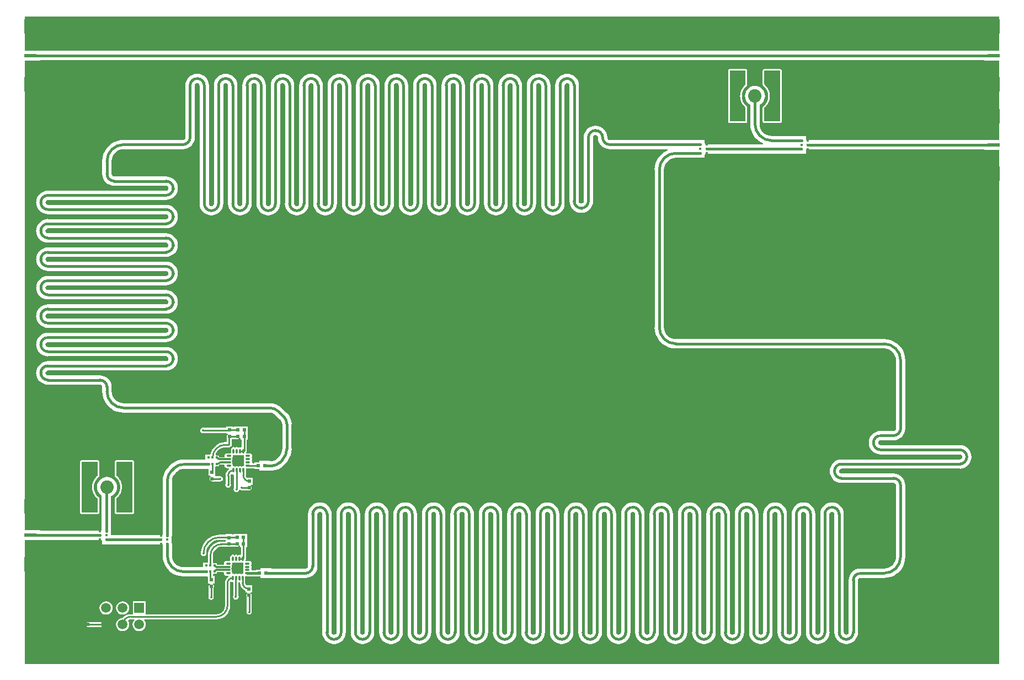
<source format=gtl>
G04*
G04 #@! TF.GenerationSoftware,Altium Limited,Altium Designer,20.0.9 (164)*
G04*
G04 Layer_Physical_Order=1*
G04 Layer_Color=255*
%FSLAX25Y25*%
%MOIN*%
G70*
G01*
G75*
%ADD15C,0.01000*%
%ADD18C,0.01595*%
%ADD19C,0.01595*%
%ADD20C,0.01183*%
%ADD36R,0.07500X0.02000*%
%ADD37R,0.20000X0.09000*%
%ADD38R,0.02362X0.01968*%
%ADD39R,0.01968X0.02362*%
%ADD40O,0.03150X0.01024*%
%ADD41O,0.01024X0.03150*%
%ADD42R,0.06693X0.06693*%
%ADD43R,0.01614X0.01299*%
%ADD44R,0.05906X0.05906*%
%ADD45C,0.08071*%
%ADD46R,0.01299X0.01614*%
%ADD47C,0.01364*%
%ADD48C,0.01529*%
%ADD49C,0.05906*%
%ADD50C,0.01200*%
%ADD51C,0.01400*%
%ADD52C,0.01500*%
G36*
X589532Y372000D02*
X580451D01*
Y371821D01*
X10100D01*
Y372000D01*
X1020D01*
Y392681D01*
X589532D01*
Y372000D01*
D02*
G37*
G36*
X329022Y352167D02*
X329502Y351846D01*
X329822Y351367D01*
X329933Y350809D01*
X329932Y350801D01*
Y280912D01*
X329922D01*
X330059Y279521D01*
X330465Y278184D01*
X331123Y276951D01*
X332010Y275871D01*
X333090Y274984D01*
X334323Y274325D01*
X335660Y273920D01*
X336571Y273830D01*
X337051Y273783D01*
X337051Y273783D01*
X337051D01*
Y273783D01*
X337531Y273830D01*
X338442Y273920D01*
X339779Y274325D01*
X341012Y274984D01*
X342092Y275871D01*
X342979Y276951D01*
X343637Y278184D01*
X344043Y279521D01*
X344180Y280912D01*
X344170D01*
Y319396D01*
X344169Y319404D01*
X344280Y319962D01*
X344600Y320441D01*
X345080Y320762D01*
X345638Y320873D01*
X345646Y320872D01*
X345654Y320873D01*
X346212Y320762D01*
X346691Y320441D01*
X347012Y319962D01*
X347031Y319863D01*
X347111Y319396D01*
X347111D01*
X347248Y318005D01*
X347654Y316668D01*
X348313Y315435D01*
X349200Y314355D01*
X350280Y313468D01*
X351512Y312809D01*
X352850Y312404D01*
X354240Y312267D01*
Y312277D01*
X389329D01*
X389428Y311777D01*
X388372Y311339D01*
X386655Y310287D01*
X385123Y308979D01*
X383815Y307447D01*
X382762Y305729D01*
X381991Y303868D01*
X381521Y301910D01*
X381363Y299902D01*
X381379D01*
Y204600D01*
X381363D01*
X381521Y202592D01*
X381991Y200633D01*
X382762Y198772D01*
X383815Y197055D01*
X385123Y195523D01*
X386655Y194215D01*
X388372Y193162D01*
X390233Y192391D01*
X392192Y191921D01*
X394200Y191763D01*
Y191779D01*
X520000D01*
X520038Y191783D01*
X521402Y191649D01*
X522750Y191240D01*
X523993Y190576D01*
X525082Y189682D01*
X525976Y188593D01*
X526640Y187350D01*
X527049Y186002D01*
X527183Y184638D01*
X527178Y184600D01*
Y170000D01*
Y156269D01*
Y147674D01*
Y143377D01*
X527179Y143369D01*
X527069Y142811D01*
X526748Y142331D01*
X526268Y142011D01*
X525710Y141900D01*
X525703Y141901D01*
X517846D01*
Y141911D01*
X516455Y141774D01*
X515118Y141368D01*
X513885Y140709D01*
X512805Y139823D01*
X511918Y138742D01*
X511259Y137510D01*
X510854Y136173D01*
X510764Y135262D01*
X510717Y134782D01*
X510717Y134782D01*
Y134782D01*
X510717D01*
X510764Y134301D01*
X510854Y133391D01*
X511259Y132054D01*
X511918Y130821D01*
X512805Y129741D01*
X513885Y128854D01*
X515118Y128195D01*
X516455Y127790D01*
X517846Y127653D01*
Y127663D01*
X565703D01*
X565710Y127664D01*
X566268Y127553D01*
X566748Y127232D01*
X567068Y126753D01*
X567179Y126195D01*
X567178Y126187D01*
X567179Y126179D01*
X567068Y125621D01*
X566748Y125142D01*
X566268Y124821D01*
X565710Y124710D01*
X565703Y124711D01*
X494297D01*
Y124721D01*
X492907Y124584D01*
X491569Y124179D01*
X490337Y123520D01*
X489256Y122633D01*
X488370Y121553D01*
X487711Y120320D01*
X487305Y118983D01*
X487216Y118073D01*
X487168Y117592D01*
X487168Y117592D01*
Y117592D01*
X487168D01*
X487216Y117112D01*
X487305Y116201D01*
X487711Y114864D01*
X488370Y113631D01*
X489256Y112551D01*
X490337Y111665D01*
X491569Y111006D01*
X492907Y110600D01*
X494297Y110463D01*
Y110473D01*
X525703D01*
X525710Y110474D01*
X526268Y110363D01*
X526748Y110043D01*
X527069Y109563D01*
X527179Y109005D01*
X527178Y108997D01*
Y108200D01*
Y65800D01*
X527183Y65762D01*
X527049Y64398D01*
X526640Y63050D01*
X525976Y61807D01*
X525082Y60718D01*
X523993Y59824D01*
X522750Y59160D01*
X521402Y58751D01*
X520038Y58617D01*
X520000Y58622D01*
X505693D01*
Y58632D01*
X504303Y58495D01*
X502965Y58089D01*
X501733Y57430D01*
X500652Y56544D01*
X499766Y55463D01*
X499107Y54231D01*
X498701Y52893D01*
X498564Y51503D01*
X498575D01*
Y20097D01*
X498576Y20090D01*
X498465Y19532D01*
X498144Y19052D01*
X497664Y18732D01*
X497106Y18620D01*
X497099Y18621D01*
X497091Y18620D01*
X496533Y18732D01*
X496053Y19052D01*
X495733Y19532D01*
X495622Y20090D01*
X495623Y20097D01*
Y91503D01*
X495633D01*
X495496Y92893D01*
X495090Y94231D01*
X494431Y95463D01*
X493545Y96544D01*
X492465Y97430D01*
X491232Y98089D01*
X489895Y98495D01*
X488984Y98584D01*
X488504Y98632D01*
X488504Y98632D01*
X488504D01*
Y98632D01*
X488024Y98584D01*
X487113Y98495D01*
X485776Y98089D01*
X484543Y97430D01*
X483463Y96544D01*
X482576Y95463D01*
X481917Y94231D01*
X481512Y92893D01*
X481375Y91503D01*
X481385D01*
Y20097D01*
X481386Y20090D01*
X481275Y19532D01*
X480955Y19052D01*
X480475Y18732D01*
X479917Y18620D01*
X479909Y18621D01*
X479901Y18620D01*
X479343Y18732D01*
X478864Y19052D01*
X478543Y19532D01*
X478432Y20090D01*
X478433Y20097D01*
Y91503D01*
X478443D01*
X478306Y92893D01*
X477901Y94231D01*
X477242Y95463D01*
X476355Y96544D01*
X475275Y97430D01*
X474043Y98089D01*
X472705Y98495D01*
X471795Y98584D01*
X471314Y98632D01*
X471314Y98632D01*
X471314D01*
Y98632D01*
X470834Y98584D01*
X469924Y98495D01*
X468586Y98089D01*
X467354Y97430D01*
X466273Y96544D01*
X465387Y95463D01*
X464728Y94231D01*
X464322Y92893D01*
X464185Y91503D01*
X464195D01*
Y20097D01*
X464196Y20090D01*
X464085Y19532D01*
X463765Y19052D01*
X463285Y18732D01*
X462727Y18620D01*
X462720Y18621D01*
X462712Y18620D01*
X462154Y18732D01*
X461674Y19052D01*
X461354Y19532D01*
X461243Y20090D01*
X461244Y20097D01*
Y91503D01*
X461254D01*
X461117Y92893D01*
X460711Y94231D01*
X460052Y95463D01*
X459166Y96544D01*
X458086Y97430D01*
X456853Y98089D01*
X455516Y98495D01*
X454605Y98584D01*
X454125Y98632D01*
X454125Y98632D01*
X454125D01*
Y98632D01*
X453644Y98584D01*
X452734Y98495D01*
X451397Y98089D01*
X450164Y97430D01*
X449084Y96544D01*
X448197Y95463D01*
X447538Y94231D01*
X447133Y92893D01*
X446996Y91503D01*
X447006D01*
Y20097D01*
X447007Y20090D01*
X446896Y19532D01*
X446575Y19052D01*
X446096Y18732D01*
X445538Y18620D01*
X445530Y18621D01*
X445522Y18620D01*
X444964Y18732D01*
X444485Y19052D01*
X444164Y19532D01*
X444053Y20090D01*
X444054Y20097D01*
Y91503D01*
X444064D01*
X443927Y92893D01*
X443522Y94231D01*
X442863Y95463D01*
X441976Y96544D01*
X440896Y97430D01*
X439664Y98089D01*
X438326Y98495D01*
X437416Y98584D01*
X436935Y98632D01*
X436935Y98632D01*
X436935D01*
Y98632D01*
X436455Y98584D01*
X435544Y98495D01*
X434207Y98089D01*
X432975Y97430D01*
X431894Y96544D01*
X431008Y95463D01*
X430349Y94231D01*
X429943Y92893D01*
X429806Y91503D01*
X429816D01*
Y20097D01*
X429817Y20090D01*
X429706Y19532D01*
X429386Y19052D01*
X428906Y18732D01*
X428348Y18620D01*
X428340Y18621D01*
X428333Y18620D01*
X427775Y18732D01*
X427295Y19052D01*
X426975Y19532D01*
X426864Y20090D01*
X426865Y20097D01*
Y91503D01*
X426875D01*
X426738Y92893D01*
X426332Y94231D01*
X425673Y95463D01*
X424787Y96544D01*
X423706Y97430D01*
X422474Y98089D01*
X421137Y98495D01*
X420226Y98584D01*
X419746Y98632D01*
X419746Y98632D01*
X419746D01*
Y98632D01*
X419265Y98584D01*
X418355Y98495D01*
X417018Y98089D01*
X415785Y97430D01*
X414705Y96544D01*
X413818Y95463D01*
X413159Y94231D01*
X412754Y92893D01*
X412617Y91503D01*
X412627D01*
Y20097D01*
X412628Y20090D01*
X412517Y19532D01*
X412196Y19052D01*
X411717Y18732D01*
X411159Y18620D01*
X411151Y18621D01*
X411143Y18620D01*
X410585Y18732D01*
X410106Y19052D01*
X409785Y19532D01*
X409674Y20090D01*
X409675Y20097D01*
Y91503D01*
X409685D01*
X409548Y92893D01*
X409143Y94231D01*
X408484Y95463D01*
X407597Y96544D01*
X406517Y97430D01*
X405284Y98089D01*
X403947Y98495D01*
X403037Y98584D01*
X402556Y98632D01*
X402556Y98632D01*
X402556D01*
Y98632D01*
X402076Y98584D01*
X401165Y98495D01*
X399828Y98089D01*
X398595Y97430D01*
X397515Y96544D01*
X396629Y95463D01*
X395970Y94231D01*
X395564Y92893D01*
X395427Y91503D01*
X395437D01*
Y20097D01*
X395438Y20090D01*
X395327Y19532D01*
X395007Y19052D01*
X394527Y18732D01*
X393969Y18620D01*
X393962Y18621D01*
X393954Y18620D01*
X393396Y18732D01*
X392916Y19052D01*
X392596Y19532D01*
X392485Y20090D01*
X392486Y20097D01*
Y91503D01*
X392496D01*
X392359Y92893D01*
X391953Y94231D01*
X391294Y95463D01*
X390408Y96544D01*
X389327Y97430D01*
X388095Y98089D01*
X386757Y98495D01*
X385847Y98584D01*
X385367Y98632D01*
X385367Y98632D01*
X385367D01*
Y98632D01*
X384886Y98584D01*
X383976Y98495D01*
X382639Y98089D01*
X381406Y97430D01*
X380326Y96544D01*
X379439Y95463D01*
X378780Y94231D01*
X378375Y92893D01*
X378238Y91503D01*
X378248D01*
Y20097D01*
X378249Y20090D01*
X378138Y19532D01*
X377817Y19052D01*
X377338Y18732D01*
X376780Y18620D01*
X376772Y18621D01*
X376764Y18620D01*
X376206Y18732D01*
X375727Y19052D01*
X375406Y19532D01*
X375295Y20090D01*
X375296Y20097D01*
Y91503D01*
X375306D01*
X375169Y92893D01*
X374764Y94231D01*
X374105Y95463D01*
X373218Y96544D01*
X372138Y97430D01*
X370905Y98089D01*
X369568Y98495D01*
X368657Y98584D01*
X368177Y98632D01*
X368177Y98632D01*
X368177D01*
Y98632D01*
X367697Y98584D01*
X366786Y98495D01*
X365449Y98089D01*
X364216Y97430D01*
X363136Y96544D01*
X362249Y95463D01*
X361591Y94231D01*
X361185Y92893D01*
X361048Y91503D01*
X361058D01*
Y20097D01*
X361059Y20090D01*
X360948Y19532D01*
X360628Y19052D01*
X360148Y18732D01*
X359590Y18620D01*
X359582Y18621D01*
X359575Y18620D01*
X359017Y18732D01*
X358537Y19052D01*
X358217Y19532D01*
X358105Y20090D01*
X358106Y20097D01*
Y91503D01*
X358117D01*
X357980Y92893D01*
X357574Y94231D01*
X356915Y95463D01*
X356029Y96544D01*
X354948Y97430D01*
X353716Y98089D01*
X352378Y98495D01*
X351468Y98584D01*
X350988Y98632D01*
X350988Y98632D01*
X350988D01*
Y98632D01*
X350507Y98584D01*
X349597Y98495D01*
X348259Y98089D01*
X347027Y97430D01*
X345947Y96544D01*
X345060Y95463D01*
X344401Y94231D01*
X343995Y92893D01*
X343859Y91503D01*
X343869D01*
Y20097D01*
X343870Y20090D01*
X343759Y19532D01*
X343438Y19052D01*
X342959Y18732D01*
X342401Y18620D01*
X342393Y18621D01*
X342385Y18620D01*
X341827Y18732D01*
X341347Y19052D01*
X341027Y19532D01*
X340916Y20090D01*
X340917Y20097D01*
Y91503D01*
X340927D01*
X340790Y92893D01*
X340385Y94231D01*
X339726Y95463D01*
X338839Y96544D01*
X337759Y97430D01*
X336526Y98089D01*
X335189Y98495D01*
X334278Y98584D01*
X333798Y98632D01*
X333798Y98632D01*
X333798D01*
Y98632D01*
X333318Y98584D01*
X332407Y98495D01*
X331070Y98089D01*
X329837Y97430D01*
X328757Y96544D01*
X327870Y95463D01*
X327212Y94231D01*
X326806Y92893D01*
X326669Y91503D01*
X326679D01*
Y20097D01*
X326680Y20090D01*
X326569Y19532D01*
X326249Y19052D01*
X325769Y18732D01*
X325211Y18620D01*
X325203Y18621D01*
X325196Y18620D01*
X324638Y18732D01*
X324158Y19052D01*
X323837Y19532D01*
X323726Y20090D01*
X323727Y20097D01*
Y91503D01*
X323738D01*
X323601Y92893D01*
X323195Y94231D01*
X322536Y95463D01*
X321650Y96544D01*
X320569Y97430D01*
X319337Y98089D01*
X317999Y98495D01*
X317089Y98584D01*
X316609Y98632D01*
X316609Y98632D01*
X316609D01*
Y98632D01*
X316128Y98584D01*
X315218Y98495D01*
X313880Y98089D01*
X312648Y97430D01*
X311567Y96544D01*
X310681Y95463D01*
X310022Y94231D01*
X309616Y92893D01*
X309479Y91503D01*
X309490D01*
Y20097D01*
X309491Y20090D01*
X309380Y19532D01*
X309059Y19052D01*
X308579Y18732D01*
X308021Y18620D01*
X308014Y18621D01*
X308006Y18620D01*
X307448Y18732D01*
X306968Y19052D01*
X306648Y19532D01*
X306537Y20090D01*
X306538Y20097D01*
Y91503D01*
X306548D01*
X306411Y92893D01*
X306005Y94231D01*
X305347Y95463D01*
X304460Y96544D01*
X303380Y97430D01*
X302147Y98089D01*
X300810Y98495D01*
X299899Y98584D01*
X299419Y98632D01*
X299419Y98632D01*
X299419D01*
Y98632D01*
X298939Y98584D01*
X298028Y98495D01*
X296691Y98089D01*
X295458Y97430D01*
X294378Y96544D01*
X293491Y95463D01*
X292833Y94231D01*
X292427Y92893D01*
X292290Y91503D01*
X292300D01*
Y20097D01*
X292301Y20090D01*
X292190Y19532D01*
X291870Y19052D01*
X291390Y18732D01*
X290832Y18620D01*
X290824Y18621D01*
X290816Y18620D01*
X290258Y18732D01*
X289779Y19052D01*
X289458Y19532D01*
X289347Y20090D01*
X289348Y20097D01*
Y91503D01*
X289358D01*
X289222Y92893D01*
X288816Y94231D01*
X288157Y95463D01*
X287270Y96544D01*
X286190Y97430D01*
X284958Y98089D01*
X283620Y98495D01*
X282710Y98584D01*
X282229Y98632D01*
X282229Y98632D01*
X282229D01*
Y98632D01*
X281749Y98584D01*
X280839Y98495D01*
X279501Y98089D01*
X278269Y97430D01*
X277188Y96544D01*
X276302Y95463D01*
X275643Y94231D01*
X275237Y92893D01*
X275100Y91503D01*
X275111D01*
Y20097D01*
X275112Y20090D01*
X275001Y19532D01*
X274680Y19052D01*
X274200Y18732D01*
X273642Y18620D01*
X273635Y18621D01*
X273627Y18620D01*
X273069Y18732D01*
X272589Y19052D01*
X272269Y19532D01*
X272158Y20090D01*
X272159Y20097D01*
Y91503D01*
X272169D01*
X272032Y92893D01*
X271626Y94231D01*
X270968Y95463D01*
X270081Y96544D01*
X269001Y97430D01*
X267768Y98089D01*
X266431Y98495D01*
X265520Y98584D01*
X265040Y98632D01*
X265040Y98632D01*
X265040D01*
Y98632D01*
X264560Y98584D01*
X263649Y98495D01*
X262312Y98089D01*
X261079Y97430D01*
X259999Y96544D01*
X259112Y95463D01*
X258453Y94231D01*
X258048Y92893D01*
X257911Y91503D01*
X257921D01*
Y20097D01*
X257922Y20090D01*
X257811Y19532D01*
X257490Y19052D01*
X257011Y18732D01*
X256453Y18620D01*
X256445Y18621D01*
X256437Y18620D01*
X255879Y18732D01*
X255400Y19052D01*
X255079Y19532D01*
X254968Y20090D01*
X254969Y20097D01*
Y91503D01*
X254979D01*
X254842Y92893D01*
X254437Y94231D01*
X253778Y95463D01*
X252891Y96544D01*
X251811Y97430D01*
X250578Y98089D01*
X249241Y98495D01*
X248331Y98584D01*
X247850Y98632D01*
X247850Y98632D01*
X247850D01*
Y98632D01*
X247370Y98584D01*
X246460Y98495D01*
X245122Y98089D01*
X243890Y97430D01*
X242809Y96544D01*
X241923Y95463D01*
X241264Y94231D01*
X240858Y92893D01*
X240721Y91503D01*
X240732D01*
Y20097D01*
X240733Y20090D01*
X240621Y19532D01*
X240301Y19052D01*
X239821Y18732D01*
X239263Y18620D01*
X239256Y18621D01*
X239248Y18620D01*
X238690Y18732D01*
X238210Y19052D01*
X237890Y19532D01*
X237779Y20090D01*
X237780Y20097D01*
Y91503D01*
X237790D01*
X237653Y92893D01*
X237247Y94231D01*
X236589Y95463D01*
X235702Y96544D01*
X234622Y97430D01*
X233389Y98089D01*
X232052Y98495D01*
X231141Y98584D01*
X230661Y98632D01*
X230661Y98632D01*
X230661D01*
Y98632D01*
X230180Y98584D01*
X229270Y98495D01*
X227933Y98089D01*
X226700Y97430D01*
X225620Y96544D01*
X224733Y95463D01*
X224074Y94231D01*
X223669Y92893D01*
X223532Y91503D01*
X223542D01*
Y20097D01*
X223543Y20090D01*
X223432Y19532D01*
X223112Y19052D01*
X222632Y18732D01*
X222074Y18620D01*
X222066Y18621D01*
X222058Y18620D01*
X221500Y18732D01*
X221021Y19052D01*
X220700Y19532D01*
X220589Y20090D01*
X220590Y20097D01*
Y91503D01*
X220600D01*
X220463Y92893D01*
X220058Y94231D01*
X219399Y95463D01*
X218512Y96544D01*
X217432Y97430D01*
X216199Y98089D01*
X214862Y98495D01*
X213952Y98584D01*
X213471Y98632D01*
X213471Y98632D01*
X213471D01*
Y98632D01*
X212991Y98584D01*
X212081Y98495D01*
X210743Y98089D01*
X209511Y97430D01*
X208430Y96544D01*
X207544Y95463D01*
X206885Y94231D01*
X206479Y92893D01*
X206342Y91503D01*
X206352D01*
Y20097D01*
X206353Y20090D01*
X206242Y19532D01*
X205922Y19052D01*
X205442Y18732D01*
X204884Y18620D01*
X204876Y18621D01*
X204869Y18620D01*
X204311Y18732D01*
X203831Y19052D01*
X203511Y19532D01*
X203400Y20090D01*
X203401Y20097D01*
Y91503D01*
X203411D01*
X203274Y92893D01*
X202868Y94231D01*
X202209Y95463D01*
X201323Y96544D01*
X200242Y97430D01*
X199010Y98089D01*
X197673Y98495D01*
X196762Y98584D01*
X196282Y98632D01*
X196282Y98632D01*
X196282D01*
Y98632D01*
X195801Y98584D01*
X194891Y98495D01*
X193554Y98089D01*
X192321Y97430D01*
X191241Y96544D01*
X190354Y95463D01*
X189695Y94231D01*
X189290Y92893D01*
X189153Y91503D01*
X189163D01*
Y20097D01*
X189164Y20090D01*
X189053Y19532D01*
X188732Y19052D01*
X188253Y18732D01*
X187695Y18620D01*
X187687Y18621D01*
X187679Y18620D01*
X187121Y18732D01*
X186642Y19052D01*
X186321Y19532D01*
X186210Y20090D01*
X186211Y20097D01*
Y91503D01*
X186221D01*
X186084Y92893D01*
X185679Y94231D01*
X185020Y95463D01*
X184133Y96544D01*
X183053Y97430D01*
X181820Y98089D01*
X180483Y98495D01*
X179573Y98584D01*
X179092Y98632D01*
X179092Y98632D01*
X179092D01*
Y98632D01*
X178612Y98584D01*
X177701Y98495D01*
X176364Y98089D01*
X175131Y97430D01*
X174051Y96544D01*
X173165Y95463D01*
X172506Y94231D01*
X172100Y92893D01*
X171963Y91503D01*
X171973D01*
Y60097D01*
X171974Y60090D01*
X171863Y59532D01*
X171543Y59052D01*
X171063Y58732D01*
X170505Y58621D01*
X170497Y58622D01*
X149718D01*
Y58784D01*
X143356D01*
Y57784D01*
X140419D01*
Y57620D01*
X137960D01*
X137848Y57756D01*
X137731Y58346D01*
X137468Y58740D01*
X137731Y59135D01*
X137848Y59724D01*
X137731Y60314D01*
X137468Y60709D01*
X137731Y61103D01*
X137848Y61693D01*
X137731Y62283D01*
X137397Y62783D01*
X136897Y63117D01*
X136307Y63234D01*
X134486D01*
X134274Y63311D01*
X134115Y63812D01*
X134377Y64204D01*
X134534Y64995D01*
X134524D01*
Y71465D01*
X135176D01*
Y75433D01*
X135176D01*
Y75565D01*
X135176D01*
Y79533D01*
X126876D01*
Y79078D01*
X126110D01*
Y79567D01*
X122142D01*
Y79078D01*
X118549D01*
Y79084D01*
X116784Y78945D01*
X115062Y78531D01*
X113426Y77854D01*
X111916Y76929D01*
X110570Y75779D01*
X109420Y74432D01*
X108495Y72923D01*
X107817Y71287D01*
X107404Y69565D01*
X107333Y68665D01*
X107199Y68463D01*
X107067Y67800D01*
X107199Y67137D01*
X107574Y66574D01*
X108137Y66199D01*
X108800Y66067D01*
X109463Y66199D01*
X110026Y66574D01*
X110401Y67137D01*
X110533Y67800D01*
X110401Y68463D01*
X110379Y68497D01*
X110469Y69407D01*
X110937Y70953D01*
X111699Y72377D01*
X112723Y73625D01*
X113972Y74650D01*
X115396Y75411D01*
X116942Y75880D01*
X118485Y76032D01*
X118549Y76019D01*
X122142D01*
Y75205D01*
X121736Y74978D01*
X119807D01*
Y74989D01*
X118179Y74829D01*
X116613Y74354D01*
X115170Y73582D01*
X113905Y72544D01*
X112867Y71279D01*
X112095Y69836D01*
X111620Y68270D01*
X111460Y66642D01*
X111471D01*
Y62298D01*
X108595D01*
Y59573D01*
X96615D01*
X96584Y59569D01*
X95278Y59697D01*
X93993Y60087D01*
X92808Y60720D01*
X91770Y61572D01*
X90918Y62611D01*
X90285Y63795D01*
X89895Y65081D01*
X89766Y66386D01*
X89770Y66417D01*
Y73502D01*
X89674Y74232D01*
X89598Y74415D01*
Y77785D01*
X89674Y77968D01*
X89770Y78698D01*
Y110973D01*
X89770Y111469D01*
X89811Y111952D01*
X89896Y112821D01*
X90290Y114121D01*
X90931Y115320D01*
X91740Y116306D01*
X92362Y116927D01*
X92362Y116927D01*
X92731Y117242D01*
X93445Y117827D01*
X94687Y118491D01*
X96035Y118900D01*
X97400Y119035D01*
X97438Y119030D01*
X111702D01*
X112016Y118754D01*
Y114756D01*
X113028D01*
X113180Y114256D01*
X112919Y114081D01*
X112587Y113585D01*
X112471Y113000D01*
X112469D01*
X112593Y112373D01*
X112948Y111842D01*
X113479Y111487D01*
X114106Y111362D01*
Y111364D01*
X118996D01*
X119581Y111481D01*
X120078Y111812D01*
X120409Y112308D01*
X120526Y112894D01*
X120409Y113479D01*
X120078Y113975D01*
X119581Y114307D01*
X118996Y114423D01*
X116346D01*
X115984Y114756D01*
X115984Y114923D01*
Y119118D01*
X115829D01*
Y120202D01*
X116107D01*
Y120702D01*
X118205D01*
Y121427D01*
X118378Y121542D01*
X119174Y121701D01*
X119206Y121694D01*
X121296D01*
X121628Y121194D01*
X121557Y120839D01*
X121674Y120249D01*
X122009Y119749D01*
X122509Y119414D01*
X123099Y119297D01*
X124161D01*
X124331Y118797D01*
X123558Y118204D01*
X122799Y117215D01*
X122322Y116063D01*
X122159Y114826D01*
X122171D01*
Y110071D01*
X122099Y109963D01*
X121967Y109300D01*
X122099Y108637D01*
X122474Y108074D01*
X123037Y107699D01*
X123700Y107567D01*
X124363Y107699D01*
X124926Y108074D01*
X125301Y108637D01*
X125433Y109300D01*
X125301Y109963D01*
X125229Y110071D01*
Y114826D01*
X125223Y114857D01*
X125348Y115484D01*
X125442Y115625D01*
X125847Y115910D01*
X126347Y115576D01*
X126937Y115459D01*
X127171Y115267D01*
Y107371D01*
X127099Y107263D01*
X126967Y106600D01*
X127099Y105937D01*
X127474Y105374D01*
X128037Y104999D01*
X128700Y104867D01*
X129363Y104999D01*
X129926Y105374D01*
X130301Y105937D01*
X130333Y106095D01*
X130385Y106137D01*
X130880Y106285D01*
X131206Y106067D01*
X131791Y105951D01*
X136500D01*
X137085Y106067D01*
X137581Y106399D01*
X137913Y106895D01*
X138029Y107480D01*
Y107500D01*
X137913Y108085D01*
X137581Y108581D01*
X137320Y108756D01*
X137472Y109256D01*
X138484D01*
Y113618D01*
X134952D01*
X134515Y114272D01*
X134362Y115042D01*
X134372Y115094D01*
Y116939D01*
X134384Y117000D01*
Y118821D01*
X134510Y119171D01*
X134860Y119297D01*
X136681D01*
X136742Y119309D01*
X139650D01*
Y118816D01*
X142587D01*
Y117816D01*
X148950D01*
Y117979D01*
X150072D01*
Y117956D01*
X151959Y118142D01*
X153773Y118692D01*
X155445Y119586D01*
X156911Y120789D01*
X156895Y120805D01*
X157913Y121822D01*
X158277Y122165D01*
X158277Y122165D01*
X159585Y123697D01*
X160638Y125414D01*
X161409Y127275D01*
X161879Y129234D01*
X162037Y131242D01*
X162022D01*
Y146000D01*
X162041D01*
X161866Y147779D01*
X161347Y149489D01*
X160505Y151066D01*
X159371Y152448D01*
X159371Y152448D01*
X159003Y152787D01*
X156195Y155595D01*
X156213Y155613D01*
X154644Y156902D01*
X152853Y157859D01*
X150910Y158448D01*
X148889Y158647D01*
Y158622D01*
X60500D01*
X60462Y158616D01*
X59098Y158751D01*
X57750Y159160D01*
X56507Y159824D01*
X55418Y160718D01*
X54524Y161807D01*
X53860Y163050D01*
X53451Y164398D01*
X53316Y165762D01*
X53321Y165800D01*
Y168397D01*
X53332D01*
X53195Y169788D01*
X52789Y171126D01*
X52130Y172358D01*
X51244Y173439D01*
X50163Y174325D01*
X48931Y174984D01*
X47593Y175390D01*
X46203Y175526D01*
Y175516D01*
X14797D01*
X14790Y175515D01*
X14232Y175626D01*
X13752Y175947D01*
X13431Y176426D01*
X13320Y176985D01*
X13321Y176992D01*
X13320Y177000D01*
X13431Y177558D01*
X13752Y178038D01*
X14232Y178358D01*
X14790Y178469D01*
X14797Y178468D01*
X86203D01*
Y178458D01*
X87593Y178595D01*
X88931Y179000D01*
X90163Y179659D01*
X91244Y180546D01*
X92130Y181626D01*
X92789Y182859D01*
X93195Y184196D01*
X93284Y185107D01*
X93332Y185587D01*
X93332Y185587D01*
Y185587D01*
X93332D01*
X93284Y186067D01*
X93195Y186978D01*
X92789Y188315D01*
X92130Y189548D01*
X91244Y190628D01*
X90163Y191515D01*
X88931Y192173D01*
X87593Y192579D01*
X86203Y192716D01*
Y192706D01*
X14797D01*
X14790Y192705D01*
X14232Y192816D01*
X13752Y193136D01*
X13431Y193616D01*
X13320Y194174D01*
X13321Y194182D01*
X13320Y194190D01*
X13431Y194747D01*
X13752Y195227D01*
X14232Y195548D01*
X14790Y195659D01*
X14797Y195658D01*
X86203D01*
Y195647D01*
X87593Y195784D01*
X88931Y196190D01*
X90163Y196849D01*
X91244Y197736D01*
X92130Y198816D01*
X92789Y200048D01*
X93195Y201386D01*
X93284Y202296D01*
X93332Y202777D01*
X93332Y202777D01*
Y202777D01*
X93332D01*
X93284Y203257D01*
X93195Y204167D01*
X92789Y205505D01*
X92130Y206737D01*
X91244Y207818D01*
X90163Y208704D01*
X88931Y209363D01*
X87593Y209769D01*
X86203Y209906D01*
Y209895D01*
X14797D01*
X14790Y209894D01*
X14232Y210005D01*
X13752Y210326D01*
X13431Y210806D01*
X13320Y211364D01*
X13321Y211371D01*
X13320Y211379D01*
X13431Y211937D01*
X13752Y212417D01*
X14232Y212737D01*
X14790Y212848D01*
X14797Y212847D01*
X86203D01*
Y212837D01*
X87593Y212974D01*
X88931Y213380D01*
X90163Y214038D01*
X91244Y214925D01*
X92130Y216005D01*
X92789Y217238D01*
X93195Y218575D01*
X93284Y219486D01*
X93332Y219966D01*
X93332Y219966D01*
Y219966D01*
X93332D01*
X93284Y220446D01*
X93195Y221357D01*
X92789Y222694D01*
X92130Y223927D01*
X91244Y225007D01*
X90163Y225894D01*
X88931Y226553D01*
X87593Y226958D01*
X86203Y227095D01*
Y227085D01*
X14797D01*
X14790Y227084D01*
X14232Y227195D01*
X13752Y227515D01*
X13431Y227995D01*
X13320Y228553D01*
X13321Y228561D01*
X13320Y228569D01*
X13431Y229127D01*
X13752Y229606D01*
X14232Y229927D01*
X14790Y230038D01*
X14797Y230037D01*
X86203D01*
Y230027D01*
X87593Y230164D01*
X88931Y230569D01*
X90163Y231228D01*
X91244Y232115D01*
X92130Y233195D01*
X92789Y234427D01*
X93195Y235765D01*
X93284Y236675D01*
X93332Y237156D01*
X93332Y237156D01*
Y237156D01*
X93332D01*
X93284Y237636D01*
X93195Y238546D01*
X92789Y239884D01*
X92130Y241116D01*
X91244Y242197D01*
X90163Y243083D01*
X88931Y243742D01*
X87593Y244148D01*
X86203Y244285D01*
Y244274D01*
X14797D01*
X14790Y244273D01*
X14232Y244385D01*
X13752Y244705D01*
X13431Y245185D01*
X13320Y245743D01*
X13321Y245750D01*
X13320Y245758D01*
X13431Y246316D01*
X13752Y246796D01*
X14232Y247116D01*
X14790Y247227D01*
X14797Y247226D01*
X86203D01*
Y247216D01*
X87593Y247353D01*
X88931Y247759D01*
X90163Y248417D01*
X91244Y249304D01*
X92130Y250384D01*
X92789Y251617D01*
X93195Y252954D01*
X93284Y253865D01*
X93332Y254345D01*
X93332Y254345D01*
Y254345D01*
X93332D01*
X93284Y254826D01*
X93195Y255736D01*
X92789Y257073D01*
X92130Y258306D01*
X91244Y259386D01*
X90163Y260273D01*
X88931Y260932D01*
X87593Y261337D01*
X86203Y261474D01*
Y261464D01*
X14797D01*
X14790Y261463D01*
X14232Y261574D01*
X13752Y261894D01*
X13431Y262374D01*
X13320Y262932D01*
X13321Y262940D01*
X13320Y262948D01*
X13431Y263506D01*
X13752Y263985D01*
X14232Y264306D01*
X14790Y264417D01*
X14797Y264416D01*
X86203D01*
Y264406D01*
X87593Y264543D01*
X88931Y264948D01*
X90163Y265607D01*
X91244Y266494D01*
X92130Y267574D01*
X92789Y268807D01*
X93195Y270144D01*
X93284Y271054D01*
X93332Y271535D01*
X93332Y271535D01*
Y271535D01*
X93332D01*
X93284Y272015D01*
X93195Y272925D01*
X92789Y274263D01*
X92130Y275495D01*
X91244Y276576D01*
X90163Y277462D01*
X88931Y278121D01*
X87593Y278527D01*
X86203Y278664D01*
Y278654D01*
X14797D01*
X14790Y278653D01*
X14232Y278764D01*
X13752Y279084D01*
X13431Y279564D01*
X13320Y280122D01*
X13321Y280129D01*
X13320Y280137D01*
X13431Y280695D01*
X13752Y281175D01*
X14232Y281495D01*
X14790Y281606D01*
X14797Y281605D01*
X86203D01*
Y281595D01*
X87593Y281732D01*
X88931Y282138D01*
X90163Y282797D01*
X91244Y283683D01*
X92130Y284764D01*
X92789Y285996D01*
X93195Y287333D01*
X93284Y288244D01*
X93332Y288724D01*
X93332Y288724D01*
Y288724D01*
X93332D01*
X93284Y289205D01*
X93195Y290115D01*
X92789Y291452D01*
X92130Y292685D01*
X91244Y293765D01*
X90163Y294652D01*
X88931Y295311D01*
X87593Y295716D01*
X86203Y295853D01*
Y295843D01*
X54797D01*
X54790Y295842D01*
X54232Y295953D01*
X53752Y296274D01*
X53431Y296753D01*
X53320Y297311D01*
X53321Y297319D01*
Y301200D01*
Y305098D01*
X53316Y305136D01*
X53451Y306501D01*
X53860Y307849D01*
X54524Y309091D01*
X55418Y310181D01*
X56507Y311074D01*
X57750Y311739D01*
X59098Y312148D01*
X60021Y312239D01*
X60500Y312277D01*
D01*
X60994Y312291D01*
X61100Y312277D01*
X96397D01*
Y312267D01*
X97788Y312404D01*
X99126Y312809D01*
X100358Y313468D01*
X101438Y314355D01*
X102325Y315435D01*
X102984Y316668D01*
X103390Y318005D01*
X103526Y319396D01*
X103516D01*
Y350801D01*
X103515Y350809D01*
X103626Y351367D01*
X103947Y351846D01*
X104426Y352167D01*
X104984Y352278D01*
X104992Y352277D01*
X105000Y352278D01*
X105558Y352167D01*
X106038Y351846D01*
X106358Y351367D01*
X106469Y350809D01*
X106468Y350801D01*
Y279396D01*
X106458D01*
X106595Y278005D01*
X107001Y276668D01*
X107659Y275435D01*
X108546Y274355D01*
X109626Y273468D01*
X110859Y272809D01*
X112196Y272404D01*
X113107Y272314D01*
X113587Y272267D01*
X113587Y272267D01*
X113587D01*
Y272267D01*
X114067Y272314D01*
X114978Y272404D01*
X116315Y272809D01*
X117548Y273468D01*
X118628Y274355D01*
X119515Y275435D01*
X120173Y276668D01*
X120579Y278005D01*
X120716Y279396D01*
X120706D01*
Y350801D01*
X120705Y350809D01*
X120816Y351367D01*
X121136Y351846D01*
X121616Y352167D01*
X122174Y352278D01*
X122182Y352277D01*
X122189Y352278D01*
X122748Y352167D01*
X123227Y351846D01*
X123548Y351367D01*
X123659Y350809D01*
X123658Y350801D01*
Y279396D01*
X123647D01*
X123784Y278005D01*
X124190Y276668D01*
X124849Y275435D01*
X125735Y274355D01*
X126816Y273468D01*
X128048Y272809D01*
X129386Y272404D01*
X130296Y272314D01*
X130777Y272267D01*
X130777Y272267D01*
X130777D01*
Y272267D01*
X131257Y272314D01*
X132167Y272404D01*
X133505Y272809D01*
X134737Y273468D01*
X135818Y274355D01*
X136704Y275435D01*
X137363Y276668D01*
X137769Y278005D01*
X137906Y279396D01*
X137895D01*
Y350801D01*
X137894Y350809D01*
X138005Y351367D01*
X138326Y351846D01*
X138805Y352167D01*
X139364Y352278D01*
X139371Y352277D01*
X139379Y352278D01*
X139937Y352167D01*
X140417Y351846D01*
X140737Y351367D01*
X140848Y350809D01*
X140847Y350801D01*
Y279396D01*
X140837D01*
X140974Y278005D01*
X141380Y276668D01*
X142038Y275435D01*
X142925Y274355D01*
X144005Y273468D01*
X145238Y272809D01*
X146575Y272404D01*
X147486Y272314D01*
X147966Y272267D01*
X147966Y272267D01*
X147966D01*
Y272267D01*
X148447Y272314D01*
X149357Y272404D01*
X150694Y272809D01*
X151927Y273468D01*
X153007Y274355D01*
X153894Y275435D01*
X154552Y276668D01*
X154958Y278005D01*
X155095Y279396D01*
X155085D01*
Y350801D01*
X155084Y350809D01*
X155195Y351367D01*
X155515Y351846D01*
X155995Y352167D01*
X156553Y352278D01*
X156561Y352277D01*
X156569Y352278D01*
X157127Y352167D01*
X157606Y351846D01*
X157927Y351367D01*
X158038Y350809D01*
X158037Y350801D01*
Y279396D01*
X158027D01*
X158163Y278005D01*
X158569Y276668D01*
X159228Y275435D01*
X160115Y274355D01*
X161195Y273468D01*
X162427Y272809D01*
X163765Y272404D01*
X164675Y272314D01*
X165156Y272267D01*
X165156Y272267D01*
X165156D01*
Y272267D01*
X165636Y272314D01*
X166546Y272404D01*
X167884Y272809D01*
X169116Y273468D01*
X170197Y274355D01*
X171083Y275435D01*
X171742Y276668D01*
X172148Y278005D01*
X172285Y279396D01*
X172274D01*
Y350801D01*
X172274Y350809D01*
X172385Y351367D01*
X172705Y351846D01*
X173185Y352167D01*
X173743Y352278D01*
X173750Y352277D01*
X173758Y352278D01*
X174316Y352167D01*
X174796Y351846D01*
X175116Y351367D01*
X175227Y350809D01*
X175226Y350801D01*
Y279396D01*
X175216D01*
X175353Y278005D01*
X175759Y276668D01*
X176418Y275435D01*
X177304Y274355D01*
X178384Y273468D01*
X179617Y272809D01*
X180954Y272404D01*
X181865Y272314D01*
X182345Y272267D01*
X182345Y272267D01*
X182345D01*
Y272267D01*
X182826Y272314D01*
X183736Y272404D01*
X185073Y272809D01*
X186306Y273468D01*
X187386Y274355D01*
X188273Y275435D01*
X188932Y276668D01*
X189337Y278005D01*
X189474Y279396D01*
X189464D01*
Y350801D01*
X189463Y350809D01*
X189574Y351367D01*
X189894Y351846D01*
X190374Y352167D01*
X190932Y352278D01*
X190940Y352277D01*
X190948Y352278D01*
X191506Y352167D01*
X191985Y351846D01*
X192306Y351367D01*
X192417Y350809D01*
X192416Y350801D01*
Y279396D01*
X192406D01*
X192543Y278005D01*
X192948Y276668D01*
X193607Y275435D01*
X194494Y274355D01*
X195574Y273468D01*
X196807Y272809D01*
X198144Y272404D01*
X199054Y272314D01*
X199535Y272267D01*
X199535Y272267D01*
X199535D01*
Y272267D01*
X200015Y272314D01*
X200925Y272404D01*
X202263Y272809D01*
X203495Y273468D01*
X204576Y274355D01*
X205462Y275435D01*
X206121Y276668D01*
X206527Y278005D01*
X206664Y279396D01*
X206654D01*
Y350801D01*
X206653Y350809D01*
X206764Y351367D01*
X207084Y351846D01*
X207564Y352167D01*
X208122Y352278D01*
X208129Y352277D01*
X208137Y352278D01*
X208695Y352167D01*
X209175Y351846D01*
X209495Y351367D01*
X209606Y350809D01*
X209605Y350801D01*
Y279396D01*
X209595D01*
X209732Y278005D01*
X210138Y276668D01*
X210797Y275435D01*
X211683Y274355D01*
X212764Y273468D01*
X213996Y272809D01*
X215333Y272404D01*
X216244Y272314D01*
X216724Y272267D01*
X216724Y272267D01*
X216724D01*
Y272267D01*
X217205Y272314D01*
X218115Y272404D01*
X219452Y272809D01*
X220685Y273468D01*
X221765Y274355D01*
X222652Y275435D01*
X223311Y276668D01*
X223716Y278005D01*
X223853Y279396D01*
X223843D01*
Y350801D01*
X223842Y350809D01*
X223953Y351367D01*
X224274Y351846D01*
X224753Y352167D01*
X225311Y352278D01*
X225319Y352277D01*
X225327Y352278D01*
X225885Y352167D01*
X226364Y351846D01*
X226685Y351367D01*
X226796Y350809D01*
X226795Y350801D01*
Y279396D01*
X226785D01*
X226922Y278005D01*
X227327Y276668D01*
X227986Y275435D01*
X228873Y274355D01*
X229953Y273468D01*
X231186Y272809D01*
X232523Y272404D01*
X233433Y272314D01*
X233914Y272267D01*
X233914Y272267D01*
X233914D01*
Y272267D01*
X234394Y272314D01*
X235305Y272404D01*
X236642Y272809D01*
X237875Y273468D01*
X238955Y274355D01*
X239841Y275435D01*
X240500Y276668D01*
X240906Y278005D01*
X241043Y279396D01*
X241033D01*
Y350801D01*
X241032Y350809D01*
X241143Y351367D01*
X241463Y351846D01*
X241943Y352167D01*
X242501Y352278D01*
X242509Y352277D01*
X242516Y352278D01*
X243074Y352167D01*
X243554Y351846D01*
X243874Y351367D01*
X243985Y350809D01*
X243984Y350801D01*
Y279396D01*
X243974D01*
X244111Y278005D01*
X244517Y276668D01*
X245176Y275435D01*
X246062Y274355D01*
X247143Y273468D01*
X248375Y272809D01*
X249712Y272404D01*
X250623Y272314D01*
X251103Y272267D01*
X251103Y272267D01*
X251103D01*
Y272267D01*
X251584Y272314D01*
X252494Y272404D01*
X253832Y272809D01*
X255064Y273468D01*
X256144Y274355D01*
X257031Y275435D01*
X257690Y276668D01*
X258095Y278005D01*
X258232Y279396D01*
X258222D01*
Y350801D01*
X258221Y350809D01*
X258332Y351367D01*
X258653Y351846D01*
X259132Y352167D01*
X259690Y352278D01*
X259698Y352277D01*
X259706Y352278D01*
X260264Y352167D01*
X260743Y351846D01*
X261064Y351367D01*
X261175Y350809D01*
X261174Y350801D01*
Y279396D01*
X261164D01*
X261301Y278005D01*
X261706Y276668D01*
X262365Y275435D01*
X263252Y274355D01*
X264332Y273468D01*
X265565Y272809D01*
X266902Y272404D01*
X267812Y272314D01*
X268293Y272267D01*
X268293Y272267D01*
X268293D01*
Y272267D01*
X268773Y272314D01*
X269684Y272404D01*
X271021Y272809D01*
X272253Y273468D01*
X273334Y274355D01*
X274220Y275435D01*
X274879Y276668D01*
X275285Y278005D01*
X275422Y279396D01*
X275412D01*
Y350801D01*
X275411Y350809D01*
X275522Y351367D01*
X275842Y351846D01*
X276322Y352167D01*
X276880Y352278D01*
X276888Y352277D01*
X276895Y352278D01*
X277453Y352167D01*
X277933Y351846D01*
X278254Y351367D01*
X278364Y350809D01*
X278363Y350801D01*
Y279396D01*
X278353D01*
X278490Y278005D01*
X278896Y276668D01*
X279555Y275435D01*
X280441Y274355D01*
X281522Y273468D01*
X282754Y272809D01*
X284092Y272404D01*
X285002Y272314D01*
X285482Y272267D01*
X285482Y272267D01*
X285482D01*
Y272267D01*
X285963Y272314D01*
X286873Y272404D01*
X288211Y272809D01*
X289443Y273468D01*
X290523Y274355D01*
X291410Y275435D01*
X292069Y276668D01*
X292475Y278005D01*
X292612Y279396D01*
X292601D01*
Y350801D01*
X292600Y350809D01*
X292711Y351367D01*
X293032Y351846D01*
X293511Y352167D01*
X294069Y352278D01*
X294077Y352277D01*
X294085Y352278D01*
X294643Y352167D01*
X295123Y351846D01*
X295443Y351367D01*
X295554Y350809D01*
X295553Y350801D01*
Y279396D01*
X295543D01*
X295680Y278005D01*
X296086Y276668D01*
X296744Y275435D01*
X297631Y274355D01*
X298711Y273468D01*
X299944Y272809D01*
X301281Y272404D01*
X302191Y272314D01*
X302672Y272267D01*
X302672Y272267D01*
X302672D01*
Y272267D01*
X303152Y272314D01*
X304063Y272404D01*
X305400Y272809D01*
X306633Y273468D01*
X307713Y274355D01*
X308599Y275435D01*
X309258Y276668D01*
X309664Y278005D01*
X309801Y279396D01*
X309791D01*
Y350801D01*
X309790Y350809D01*
X309901Y351367D01*
X310221Y351846D01*
X310701Y352167D01*
X311259Y352278D01*
X311267Y352277D01*
X311274Y352278D01*
X311832Y352167D01*
X312312Y351846D01*
X312633Y351367D01*
X312744Y350809D01*
X312742Y350801D01*
Y279396D01*
X312732D01*
X312869Y278005D01*
X313275Y276668D01*
X313934Y275435D01*
X314820Y274355D01*
X315901Y273468D01*
X317133Y272809D01*
X318471Y272404D01*
X319381Y272314D01*
X319861Y272267D01*
X319861Y272267D01*
X319862D01*
Y272267D01*
X320342Y272314D01*
X321252Y272404D01*
X322590Y272809D01*
X323822Y273468D01*
X324903Y274355D01*
X325789Y275435D01*
X326448Y276668D01*
X326854Y278005D01*
X326991Y279396D01*
X326980D01*
Y350801D01*
X326979Y350809D01*
X327090Y351367D01*
X327411Y351846D01*
X327890Y352167D01*
X328449Y352278D01*
X328456Y352277D01*
X328464Y352278D01*
X329022Y352167D01*
D02*
G37*
G36*
X580451Y366000D02*
X589532D01*
Y317961D01*
X580451D01*
Y317782D01*
X474000D01*
X473890Y317768D01*
X472896D01*
X472828Y318289D01*
X472752Y318472D01*
Y320366D01*
X470212D01*
X470102Y320381D01*
X452495D01*
X452000Y320381D01*
X451516Y320420D01*
X450598Y320510D01*
X449250Y320919D01*
X448007Y321583D01*
X446918Y322477D01*
X446024Y323566D01*
X445360Y324809D01*
X444951Y326157D01*
X444861Y327075D01*
X444822Y327559D01*
X444822Y328054D01*
Y339165D01*
X445369Y339457D01*
X446288Y340212D01*
X447043Y341131D01*
X447603Y342179D01*
X447948Y343317D01*
X448065Y344500D01*
X447948Y345683D01*
X447603Y346821D01*
X447043Y347869D01*
X446288Y348788D01*
X445369Y349543D01*
X444321Y350103D01*
X443183Y350448D01*
X442000Y350565D01*
X440817Y350448D01*
X439679Y350103D01*
X438631Y349543D01*
X437712Y348788D01*
X436957Y347869D01*
X436397Y346821D01*
X436052Y345683D01*
X435935Y344500D01*
X436052Y343317D01*
X436397Y342179D01*
X436957Y341131D01*
X437712Y340212D01*
X438631Y339457D01*
X439179Y339165D01*
Y327559D01*
X439179Y327559D01*
X439163D01*
X439321Y325551D01*
X439791Y323592D01*
X440562Y321731D01*
X441615Y320014D01*
X442923Y318482D01*
X444455Y317174D01*
X446172Y316121D01*
X446896Y315822D01*
X446796Y315321D01*
X412898D01*
X412788Y315307D01*
X411794D01*
X411725Y315829D01*
X411650Y316012D01*
Y317905D01*
X409110D01*
X409000Y317920D01*
X354240D01*
X354233Y317919D01*
X353675Y318030D01*
X353195Y318350D01*
X352875Y318830D01*
X352855Y318929D01*
X352775Y319396D01*
X352775D01*
X352638Y320787D01*
X352232Y322124D01*
X351573Y323357D01*
X350687Y324437D01*
X349606Y325324D01*
X348374Y325982D01*
X347037Y326388D01*
X346126Y326478D01*
X345646Y326525D01*
X345646Y326525D01*
X345646D01*
Y326525D01*
X345165Y326478D01*
X344255Y326388D01*
X342918Y325982D01*
X341685Y325324D01*
X340605Y324437D01*
X339718Y323357D01*
X339059Y322124D01*
X338654Y320787D01*
X338517Y319396D01*
X338527D01*
Y280912D01*
X338528Y280904D01*
X338417Y280346D01*
X338096Y279867D01*
X337617Y279546D01*
X337059Y279435D01*
X337051Y279436D01*
X337043Y279435D01*
X336485Y279546D01*
X336006Y279867D01*
X335685Y280346D01*
X335574Y280904D01*
X335575Y280912D01*
Y350801D01*
X335585D01*
X335448Y352192D01*
X335043Y353529D01*
X334384Y354762D01*
X333497Y355842D01*
X332417Y356729D01*
X331184Y357387D01*
X329847Y357793D01*
X328937Y357883D01*
X328456Y357930D01*
X328456Y357930D01*
X328456D01*
Y357930D01*
X327976Y357883D01*
X327065Y357793D01*
X325728Y357387D01*
X324496Y356729D01*
X323415Y355842D01*
X322529Y354762D01*
X321870Y353529D01*
X321464Y352192D01*
X321327Y350801D01*
X321337D01*
Y279396D01*
X321338Y279388D01*
X321227Y278830D01*
X320907Y278350D01*
X320427Y278030D01*
X319869Y277919D01*
X319862Y277920D01*
X319854Y277919D01*
X319296Y278030D01*
X318816Y278350D01*
X318496Y278830D01*
X318385Y279388D01*
X318386Y279396D01*
Y350801D01*
X318396D01*
X318259Y352192D01*
X317853Y353529D01*
X317194Y354762D01*
X316308Y355842D01*
X315227Y356729D01*
X313995Y357387D01*
X312657Y357793D01*
X311747Y357883D01*
X311267Y357930D01*
X311267Y357930D01*
X311267D01*
Y357930D01*
X310786Y357883D01*
X309876Y357793D01*
X308539Y357387D01*
X307306Y356729D01*
X306226Y355842D01*
X305339Y354762D01*
X304680Y353529D01*
X304275Y352192D01*
X304138Y350801D01*
X304148D01*
Y279396D01*
X304149Y279388D01*
X304038Y278830D01*
X303717Y278350D01*
X303238Y278030D01*
X302680Y277919D01*
X302672Y277920D01*
X302664Y277919D01*
X302106Y278030D01*
X301626Y278350D01*
X301306Y278830D01*
X301195Y279388D01*
X301196Y279396D01*
Y350801D01*
X301206D01*
X301069Y352192D01*
X300664Y353529D01*
X300005Y354762D01*
X299118Y355842D01*
X298038Y356729D01*
X296805Y357387D01*
X295468Y357793D01*
X294557Y357883D01*
X294077Y357930D01*
X294077Y357930D01*
X294077D01*
Y357930D01*
X293597Y357883D01*
X292686Y357793D01*
X291349Y357387D01*
X290116Y356729D01*
X289036Y355842D01*
X288149Y354762D01*
X287491Y353529D01*
X287085Y352192D01*
X286948Y350801D01*
X286958D01*
Y279396D01*
X286959Y279388D01*
X286848Y278830D01*
X286528Y278350D01*
X286048Y278030D01*
X285490Y277919D01*
X285482Y277920D01*
X285475Y277919D01*
X284917Y278030D01*
X284437Y278350D01*
X284117Y278830D01*
X284005Y279388D01*
X284007Y279396D01*
Y350801D01*
X284017D01*
X283880Y352192D01*
X283474Y353529D01*
X282815Y354762D01*
X281929Y355842D01*
X280848Y356729D01*
X279616Y357387D01*
X278278Y357793D01*
X277368Y357883D01*
X276888Y357930D01*
X276888Y357930D01*
X276888D01*
Y357930D01*
X276407Y357883D01*
X275497Y357793D01*
X274159Y357387D01*
X272927Y356729D01*
X271847Y355842D01*
X270960Y354762D01*
X270301Y353529D01*
X269896Y352192D01*
X269759Y350801D01*
X269769D01*
Y279396D01*
X269770Y279388D01*
X269659Y278830D01*
X269338Y278350D01*
X268859Y278030D01*
X268301Y277919D01*
X268293Y277920D01*
X268285Y277919D01*
X267727Y278030D01*
X267247Y278350D01*
X266927Y278830D01*
X266816Y279388D01*
X266817Y279396D01*
Y350801D01*
X266827D01*
X266690Y352192D01*
X266284Y353529D01*
X265626Y354762D01*
X264739Y355842D01*
X263659Y356729D01*
X262426Y357387D01*
X261089Y357793D01*
X260178Y357883D01*
X259698Y357930D01*
X259698Y357930D01*
X259698D01*
Y357930D01*
X259218Y357883D01*
X258307Y357793D01*
X256970Y357387D01*
X255737Y356729D01*
X254657Y355842D01*
X253770Y354762D01*
X253112Y353529D01*
X252706Y352192D01*
X252569Y350801D01*
X252579D01*
Y279396D01*
X252580Y279388D01*
X252469Y278830D01*
X252149Y278350D01*
X251669Y278030D01*
X251111Y277919D01*
X251103Y277920D01*
X251096Y277919D01*
X250537Y278030D01*
X250058Y278350D01*
X249737Y278830D01*
X249626Y279388D01*
X249627Y279396D01*
Y350801D01*
X249638D01*
X249501Y352192D01*
X249095Y353529D01*
X248436Y354762D01*
X247550Y355842D01*
X246469Y356729D01*
X245237Y357387D01*
X243899Y357793D01*
X242989Y357883D01*
X242509Y357930D01*
X242509Y357930D01*
X242509D01*
Y357930D01*
X242028Y357883D01*
X241118Y357793D01*
X239780Y357387D01*
X238548Y356729D01*
X237468Y355842D01*
X236581Y354762D01*
X235922Y353529D01*
X235516Y352192D01*
X235379Y350801D01*
X235390D01*
Y279396D01*
X235391Y279388D01*
X235280Y278830D01*
X234959Y278350D01*
X234479Y278030D01*
X233922Y277919D01*
X233914Y277920D01*
X233906Y277919D01*
X233348Y278030D01*
X232868Y278350D01*
X232548Y278830D01*
X232437Y279388D01*
X232438Y279396D01*
Y350801D01*
X232448D01*
X232311Y352192D01*
X231905Y353529D01*
X231247Y354762D01*
X230360Y355842D01*
X229280Y356729D01*
X228047Y357387D01*
X226710Y357793D01*
X225799Y357883D01*
X225319Y357930D01*
X225319Y357930D01*
X225319D01*
Y357930D01*
X224839Y357883D01*
X223928Y357793D01*
X222591Y357387D01*
X221358Y356729D01*
X220278Y355842D01*
X219391Y354762D01*
X218733Y353529D01*
X218327Y352192D01*
X218190Y350801D01*
X218200D01*
Y279396D01*
X218201Y279388D01*
X218090Y278830D01*
X217770Y278350D01*
X217290Y278030D01*
X216732Y277919D01*
X216724Y277920D01*
X216717Y277919D01*
X216158Y278030D01*
X215679Y278350D01*
X215358Y278830D01*
X215247Y279388D01*
X215248Y279396D01*
Y350801D01*
X215259D01*
X215122Y352192D01*
X214716Y353529D01*
X214057Y354762D01*
X213171Y355842D01*
X212090Y356729D01*
X210858Y357387D01*
X209520Y357793D01*
X208610Y357883D01*
X208130Y357930D01*
X208130Y357930D01*
X208129D01*
Y357930D01*
X207649Y357883D01*
X206739Y357793D01*
X205401Y357387D01*
X204169Y356729D01*
X203088Y355842D01*
X202202Y354762D01*
X201543Y353529D01*
X201137Y352192D01*
X201000Y350801D01*
X201010D01*
Y279396D01*
X201012Y279388D01*
X200901Y278830D01*
X200580Y278350D01*
X200100Y278030D01*
X199542Y277919D01*
X199535Y277920D01*
X199527Y277919D01*
X198969Y278030D01*
X198489Y278350D01*
X198169Y278830D01*
X198058Y279388D01*
X198059Y279396D01*
Y350801D01*
X198069D01*
X197932Y352192D01*
X197526Y353529D01*
X196868Y354762D01*
X195981Y355842D01*
X194901Y356729D01*
X193668Y357387D01*
X192331Y357793D01*
X191420Y357883D01*
X190940Y357930D01*
X190940Y357930D01*
X190940D01*
Y357930D01*
X190460Y357883D01*
X189549Y357793D01*
X188212Y357387D01*
X186979Y356729D01*
X185899Y355842D01*
X185012Y354762D01*
X184353Y353529D01*
X183948Y352192D01*
X183811Y350801D01*
X183821D01*
Y279396D01*
X183822Y279388D01*
X183711Y278830D01*
X183390Y278350D01*
X182911Y278030D01*
X182353Y277919D01*
X182345Y277920D01*
X182337Y277919D01*
X181779Y278030D01*
X181300Y278350D01*
X180979Y278830D01*
X180868Y279388D01*
X180869Y279396D01*
Y350801D01*
X180879D01*
X180743Y352192D01*
X180337Y353529D01*
X179678Y354762D01*
X178791Y355842D01*
X177711Y356729D01*
X176479Y357387D01*
X175141Y357793D01*
X174231Y357883D01*
X173750Y357930D01*
X173750Y357930D01*
X173750D01*
Y357930D01*
X173270Y357883D01*
X172360Y357793D01*
X171022Y357387D01*
X169790Y356729D01*
X168709Y355842D01*
X167823Y354762D01*
X167164Y353529D01*
X166758Y352192D01*
X166621Y350801D01*
X166631D01*
Y279396D01*
X166632Y279388D01*
X166522Y278830D01*
X166201Y278350D01*
X165721Y278030D01*
X165163Y277919D01*
X165156Y277920D01*
X165148Y277919D01*
X164590Y278030D01*
X164110Y278350D01*
X163790Y278830D01*
X163679Y279388D01*
X163680Y279396D01*
Y350801D01*
X163690D01*
X163553Y352192D01*
X163147Y353529D01*
X162488Y354762D01*
X161602Y355842D01*
X160521Y356729D01*
X159289Y357387D01*
X157952Y357793D01*
X157041Y357883D01*
X156561Y357930D01*
X156561Y357930D01*
X156561D01*
Y357930D01*
X156080Y357883D01*
X155170Y357793D01*
X153833Y357387D01*
X152600Y356729D01*
X151520Y355842D01*
X150633Y354762D01*
X149974Y353529D01*
X149569Y352192D01*
X149432Y350801D01*
X149442D01*
Y279396D01*
X149443Y279388D01*
X149332Y278830D01*
X149011Y278350D01*
X148532Y278030D01*
X147974Y277919D01*
X147966Y277920D01*
X147958Y277919D01*
X147400Y278030D01*
X146921Y278350D01*
X146600Y278830D01*
X146489Y279388D01*
X146490Y279396D01*
Y350801D01*
X146500D01*
X146363Y352192D01*
X145958Y353529D01*
X145299Y354762D01*
X144412Y355842D01*
X143332Y356729D01*
X142099Y357387D01*
X140762Y357793D01*
X139852Y357883D01*
X139371Y357930D01*
X139371Y357930D01*
X139371D01*
Y357930D01*
X138891Y357883D01*
X137980Y357793D01*
X136643Y357387D01*
X135411Y356729D01*
X134330Y355842D01*
X133444Y354762D01*
X132785Y353529D01*
X132379Y352192D01*
X132242Y350801D01*
X132252D01*
Y279396D01*
X132253Y279388D01*
X132142Y278830D01*
X131822Y278350D01*
X131342Y278030D01*
X130784Y277919D01*
X130777Y277920D01*
X130769Y277919D01*
X130211Y278030D01*
X129731Y278350D01*
X129411Y278830D01*
X129300Y279388D01*
X129301Y279396D01*
Y350801D01*
X129311D01*
X129174Y352192D01*
X128768Y353529D01*
X128109Y354762D01*
X127223Y355842D01*
X126143Y356729D01*
X124910Y357387D01*
X123573Y357793D01*
X122662Y357883D01*
X122182Y357930D01*
X122182Y357930D01*
X122182D01*
Y357930D01*
X121701Y357883D01*
X120791Y357793D01*
X119454Y357387D01*
X118221Y356729D01*
X117141Y355842D01*
X116254Y354762D01*
X115595Y353529D01*
X115190Y352192D01*
X115053Y350801D01*
X115063D01*
Y279396D01*
X115064Y279388D01*
X114953Y278830D01*
X114632Y278350D01*
X114153Y278030D01*
X113595Y277919D01*
X113587Y277920D01*
X113579Y277919D01*
X113021Y278030D01*
X112542Y278350D01*
X112221Y278830D01*
X112110Y279388D01*
X112111Y279396D01*
Y350801D01*
X112121D01*
X111984Y352192D01*
X111579Y353529D01*
X110920Y354762D01*
X110033Y355842D01*
X108953Y356729D01*
X107720Y357387D01*
X106383Y357793D01*
X105473Y357883D01*
X104992Y357930D01*
X104992Y357930D01*
X104992D01*
Y357930D01*
X104512Y357883D01*
X103601Y357793D01*
X102264Y357387D01*
X101031Y356729D01*
X99951Y355842D01*
X99065Y354762D01*
X98406Y353529D01*
X98000Y352192D01*
X97863Y350801D01*
X97873D01*
Y319396D01*
X97874Y319388D01*
X97763Y318830D01*
X97443Y318350D01*
X96963Y318030D01*
X96405Y317919D01*
X96397Y317920D01*
X61100D01*
X60994Y317906D01*
X60500Y317935D01*
Y317935D01*
X58492Y317777D01*
X56533Y317307D01*
X54672Y316536D01*
X52955Y315484D01*
X51423Y314176D01*
X50115Y312644D01*
X49062Y310926D01*
X48291Y309065D01*
X47821Y307107D01*
X47663Y305098D01*
X47679D01*
Y301200D01*
Y297319D01*
X47668D01*
X47805Y295928D01*
X48211Y294591D01*
X48870Y293358D01*
X49756Y292278D01*
X50837Y291391D01*
X52069Y290733D01*
X53407Y290327D01*
X54797Y290190D01*
Y290200D01*
X86203D01*
X86210Y290201D01*
X86768Y290090D01*
X87248Y289770D01*
X87568Y289290D01*
X87679Y288732D01*
X87678Y288724D01*
X87679Y288717D01*
X87568Y288158D01*
X87248Y287679D01*
X86768Y287358D01*
X86210Y287247D01*
X86203Y287248D01*
X14797D01*
Y287259D01*
X13407Y287122D01*
X12069Y286716D01*
X10837Y286057D01*
X9756Y285171D01*
X8870Y284090D01*
X8211Y282858D01*
X7805Y281520D01*
X7716Y280610D01*
X7668Y280130D01*
X7668Y280130D01*
Y280129D01*
X7668D01*
X7716Y279649D01*
X7805Y278739D01*
X8211Y277401D01*
X8870Y276169D01*
X9756Y275088D01*
X10837Y274202D01*
X12069Y273543D01*
X13407Y273137D01*
X14797Y273000D01*
Y273010D01*
X86203D01*
X86210Y273012D01*
X86768Y272901D01*
X87248Y272580D01*
X87568Y272100D01*
X87679Y271542D01*
X87678Y271535D01*
X87679Y271527D01*
X87568Y270969D01*
X87248Y270489D01*
X86768Y270169D01*
X86210Y270058D01*
X86203Y270059D01*
X14797D01*
Y270069D01*
X13407Y269932D01*
X12069Y269526D01*
X10837Y268867D01*
X9756Y267981D01*
X8870Y266901D01*
X8211Y265668D01*
X7805Y264331D01*
X7716Y263420D01*
X7668Y262940D01*
X7668Y262940D01*
Y262940D01*
X7668D01*
X7716Y262459D01*
X7805Y261549D01*
X8211Y260212D01*
X8870Y258979D01*
X9756Y257899D01*
X10837Y257012D01*
X12069Y256353D01*
X13407Y255948D01*
X14797Y255811D01*
Y255821D01*
X86203D01*
X86210Y255822D01*
X86768Y255711D01*
X87248Y255391D01*
X87568Y254911D01*
X87679Y254353D01*
X87678Y254345D01*
X87679Y254337D01*
X87568Y253779D01*
X87248Y253300D01*
X86768Y252979D01*
X86210Y252868D01*
X86203Y252869D01*
X14797D01*
Y252880D01*
X13407Y252743D01*
X12069Y252337D01*
X10837Y251678D01*
X9756Y250791D01*
X8870Y249711D01*
X8211Y248479D01*
X7805Y247141D01*
X7716Y246231D01*
X7668Y245750D01*
X7668Y245750D01*
Y245750D01*
X7668D01*
X7716Y245270D01*
X7805Y244359D01*
X8211Y243022D01*
X8870Y241790D01*
X9756Y240709D01*
X10837Y239823D01*
X12069Y239164D01*
X13407Y238758D01*
X14797Y238621D01*
Y238632D01*
X86203D01*
X86210Y238632D01*
X86768Y238522D01*
X87248Y238201D01*
X87568Y237721D01*
X87679Y237163D01*
X87678Y237156D01*
X87679Y237148D01*
X87568Y236590D01*
X87248Y236110D01*
X86768Y235790D01*
X86210Y235679D01*
X86203Y235680D01*
X14797D01*
Y235690D01*
X13407Y235553D01*
X12069Y235147D01*
X10837Y234489D01*
X9756Y233602D01*
X8870Y232522D01*
X8211Y231289D01*
X7805Y229952D01*
X7716Y229041D01*
X7668Y228561D01*
X7668Y228561D01*
Y228561D01*
X7668D01*
X7716Y228080D01*
X7805Y227170D01*
X8211Y225833D01*
X8870Y224600D01*
X9756Y223520D01*
X10837Y222633D01*
X12069Y221974D01*
X13407Y221569D01*
X14797Y221432D01*
Y221442D01*
X86203D01*
X86210Y221443D01*
X86768Y221332D01*
X87248Y221011D01*
X87568Y220532D01*
X87679Y219974D01*
X87678Y219966D01*
X87679Y219958D01*
X87568Y219400D01*
X87248Y218921D01*
X86768Y218600D01*
X86210Y218489D01*
X86203Y218490D01*
X14797D01*
Y218500D01*
X13407Y218363D01*
X12069Y217958D01*
X10837Y217299D01*
X9756Y216412D01*
X8870Y215332D01*
X8211Y214100D01*
X7805Y212762D01*
X7716Y211852D01*
X7668Y211371D01*
X7668Y211371D01*
Y211371D01*
X7668D01*
X7716Y210891D01*
X7805Y209981D01*
X8211Y208643D01*
X8870Y207411D01*
X9756Y206330D01*
X10837Y205444D01*
X12069Y204785D01*
X13407Y204379D01*
X14797Y204242D01*
Y204252D01*
X86203D01*
X86210Y204253D01*
X86768Y204142D01*
X87248Y203822D01*
X87568Y203342D01*
X87679Y202784D01*
X87678Y202777D01*
X87679Y202769D01*
X87568Y202211D01*
X87248Y201731D01*
X86768Y201411D01*
X86210Y201300D01*
X86203Y201301D01*
X14797D01*
Y201311D01*
X13407Y201174D01*
X12069Y200768D01*
X10837Y200109D01*
X9756Y199223D01*
X8870Y198143D01*
X8211Y196910D01*
X7805Y195573D01*
X7716Y194662D01*
X7668Y194182D01*
X7668Y194182D01*
Y194182D01*
X7668D01*
X7716Y193701D01*
X7805Y192791D01*
X8211Y191454D01*
X8870Y190221D01*
X9756Y189141D01*
X10837Y188254D01*
X12069Y187595D01*
X13407Y187190D01*
X14797Y187053D01*
Y187063D01*
X86203D01*
X86210Y187064D01*
X86768Y186953D01*
X87248Y186632D01*
X87568Y186153D01*
X87679Y185595D01*
X87678Y185587D01*
X87679Y185579D01*
X87568Y185021D01*
X87248Y184542D01*
X86768Y184221D01*
X86210Y184110D01*
X86203Y184111D01*
X14797D01*
Y184121D01*
X13407Y183984D01*
X12069Y183579D01*
X10837Y182920D01*
X9756Y182033D01*
X8870Y180953D01*
X8211Y179720D01*
X7805Y178383D01*
X7716Y177473D01*
X7668Y176992D01*
X7668Y176992D01*
Y176992D01*
X7668D01*
X7716Y176512D01*
X7805Y175601D01*
X8211Y174264D01*
X8870Y173031D01*
X9756Y171951D01*
X10837Y171065D01*
X12069Y170406D01*
X13407Y170000D01*
X14797Y169863D01*
Y169873D01*
X46203D01*
X46210Y169874D01*
X46768Y169763D01*
X47248Y169443D01*
X47569Y168963D01*
X47679Y168405D01*
X47679Y168397D01*
Y165800D01*
X47663D01*
X47821Y163792D01*
X48291Y161833D01*
X49062Y159972D01*
X50115Y158255D01*
X51423Y156723D01*
X52955Y155415D01*
X54672Y154362D01*
X56533Y153591D01*
X58492Y153121D01*
X60500Y152963D01*
Y152979D01*
X148889D01*
X148943Y152986D01*
X150106Y152833D01*
X151241Y152363D01*
X152171Y151649D01*
X152205Y151605D01*
X155023Y148787D01*
X155366Y148443D01*
X155661Y148065D01*
X155919Y147730D01*
X156264Y146895D01*
X156380Y146014D01*
X156378Y146000D01*
Y131242D01*
X156384Y131204D01*
X156249Y129840D01*
X155840Y128492D01*
X155176Y127249D01*
X154591Y126536D01*
X154276Y126166D01*
X152905Y124795D01*
X152885Y124769D01*
X152079Y124151D01*
X151111Y123750D01*
X150104Y123617D01*
X150072Y123621D01*
X148950D01*
Y123784D01*
X142587D01*
Y122784D01*
X139650D01*
Y122368D01*
X138529D01*
X138212Y122755D01*
X138223Y122807D01*
X138105Y123397D01*
X137842Y123791D01*
X138105Y124186D01*
X138223Y124776D01*
X138105Y125365D01*
X137842Y125760D01*
X138105Y126154D01*
X138223Y126744D01*
X138105Y127334D01*
X137771Y127834D01*
X137271Y128168D01*
X136681Y128286D01*
X134860D01*
X134648Y128362D01*
X134489Y128863D01*
X134751Y129255D01*
X134908Y130046D01*
X134898D01*
Y136516D01*
X135550D01*
Y140484D01*
X135550D01*
Y140616D01*
X135550D01*
Y144584D01*
X127250D01*
Y144129D01*
X126484D01*
Y144618D01*
X122516D01*
Y143729D01*
X109371D01*
X109263Y143801D01*
X108600Y143933D01*
X107937Y143801D01*
X107374Y143426D01*
X106999Y142863D01*
X106867Y142200D01*
X106999Y141537D01*
X107374Y140974D01*
X107937Y140599D01*
X108600Y140467D01*
X109263Y140599D01*
X109371Y140671D01*
X122516D01*
Y140256D01*
X123471D01*
X123622Y139756D01*
X123282Y139529D01*
X122909Y138970D01*
X122778Y138311D01*
X122782D01*
Y135092D01*
X122114D01*
Y135108D01*
X120288Y134928D01*
X118533Y134396D01*
X116914Y133531D01*
X115496Y132367D01*
X114332Y130948D01*
X113467Y129330D01*
X112935Y127575D01*
X112917Y127398D01*
X109895D01*
Y124673D01*
X97438D01*
Y124688D01*
X95429Y124530D01*
X93471Y124060D01*
X91610Y123289D01*
X89892Y122237D01*
X88361Y120928D01*
X88361Y120928D01*
X88018Y120564D01*
X87701Y120252D01*
X87701Y120252D01*
X87701Y120252D01*
X86516Y118864D01*
X85484Y117181D01*
X84728Y115357D01*
X84267Y113437D01*
X84113Y111469D01*
X84127D01*
X84127Y111468D01*
Y78907D01*
X83445D01*
X83019Y78963D01*
X52807D01*
Y80425D01*
X52883Y80608D01*
X52979Y81339D01*
Y102481D01*
X53869Y102957D01*
X54788Y103712D01*
X55543Y104631D01*
X56103Y105679D01*
X56448Y106817D01*
X56565Y108000D01*
X56448Y109183D01*
X56103Y110321D01*
X55543Y111369D01*
X54788Y112288D01*
X53869Y113043D01*
X52821Y113603D01*
X51683Y113948D01*
X50500Y114065D01*
X49317Y113948D01*
X48179Y113603D01*
X47131Y113043D01*
X46212Y112288D01*
X45457Y111369D01*
X44897Y110321D01*
X44552Y109183D01*
X44435Y108000D01*
X44552Y106817D01*
X44897Y105679D01*
X45457Y104631D01*
X46212Y103712D01*
X47131Y102957D01*
X47336Y102848D01*
Y81547D01*
X46369D01*
X46260Y81562D01*
X10100D01*
Y81740D01*
X1020D01*
Y366000D01*
X10100D01*
Y366178D01*
X580451D01*
Y366000D01*
D02*
G37*
G36*
X474000Y312139D02*
X580451D01*
Y311961D01*
X589532D01*
Y1020D01*
X1020D01*
Y75740D01*
X10100D01*
Y75919D01*
X46260D01*
X46369Y75933D01*
X47363D01*
X47432Y75411D01*
X47508Y75229D01*
Y73335D01*
X49982D01*
X50157Y73312D01*
X50224Y73320D01*
X80402D01*
Y73293D01*
X84127D01*
Y66417D01*
X84113D01*
X84267Y64462D01*
X84725Y62554D01*
X85475Y60742D01*
X86501Y59069D01*
X87775Y57577D01*
X89266Y56303D01*
X90939Y55278D01*
X92752Y54527D01*
X94659Y54069D01*
X96615Y53915D01*
Y53930D01*
X110402D01*
X110971Y54005D01*
X111356Y53761D01*
X111471Y53625D01*
Y52512D01*
X111458D01*
X111623Y51682D01*
X111642Y51655D01*
Y49705D01*
X112581D01*
X112733Y49205D01*
X112371Y48963D01*
X111987Y48388D01*
X111852Y47709D01*
X111856D01*
Y41240D01*
X111973Y40655D01*
X112304Y40159D01*
X112801Y39827D01*
X113386Y39711D01*
X113971Y39827D01*
X114467Y40159D01*
X114799Y40655D01*
X114915Y41240D01*
Y47178D01*
X115039Y47364D01*
X115155Y47949D01*
X115039Y48534D01*
X114707Y49030D01*
X114446Y49205D01*
X114598Y49705D01*
X115610D01*
Y54067D01*
X114529D01*
Y55102D01*
X114807D01*
Y55602D01*
X116905D01*
Y56643D01*
X120922D01*
X121254Y56143D01*
X121183Y55787D01*
X121300Y55198D01*
X121634Y54697D01*
X122134Y54363D01*
X122724Y54246D01*
X123787D01*
X123957Y53746D01*
X123185Y53153D01*
X122425Y52164D01*
X121948Y51011D01*
X121785Y49775D01*
X121797D01*
Y36306D01*
X121811Y36231D01*
X121641Y34934D01*
X121111Y33656D01*
X120268Y32557D01*
X119170Y31715D01*
X117892Y31185D01*
X116595Y31014D01*
X116520Y31029D01*
X73953D01*
Y38753D01*
X66047D01*
Y31029D01*
X64700D01*
Y31030D01*
X63485Y30910D01*
X62316Y30556D01*
X61239Y29980D01*
X60295Y29205D01*
X59945Y28780D01*
X58968Y28651D01*
X58007Y28253D01*
X57181Y27619D01*
X56547Y26793D01*
X56149Y25832D01*
X56013Y24800D01*
X56149Y23768D01*
X56547Y22807D01*
X57181Y21981D01*
X58007Y21347D01*
X58968Y20949D01*
X60000Y20813D01*
X61032Y20949D01*
X61993Y21347D01*
X62819Y21981D01*
X63453Y22807D01*
X63851Y23768D01*
X63987Y24800D01*
X63851Y25832D01*
X63453Y26793D01*
X63226Y27090D01*
X63407Y27674D01*
X63878Y27869D01*
X64680Y27975D01*
X64700Y27971D01*
X66866D01*
X67067Y27471D01*
X66547Y26793D01*
X66149Y25832D01*
X66013Y24800D01*
X66149Y23768D01*
X66547Y22807D01*
X67181Y21981D01*
X68007Y21347D01*
X68968Y20949D01*
X70000Y20813D01*
X71032Y20949D01*
X71993Y21347D01*
X72819Y21981D01*
X73453Y22807D01*
X73851Y23768D01*
X73987Y24800D01*
X73851Y25832D01*
X73453Y26793D01*
X72933Y27471D01*
X73134Y27971D01*
X116520D01*
Y27960D01*
X118148Y28120D01*
X119714Y28595D01*
X121157Y29366D01*
X122422Y30404D01*
X123459Y31669D01*
X124231Y33112D01*
X124706Y34678D01*
X124866Y36306D01*
X124855D01*
Y49775D01*
X124849Y49806D01*
X124974Y50433D01*
X125068Y50574D01*
X125473Y50859D01*
X125973Y50525D01*
X126563Y50407D01*
X126797Y50216D01*
Y42320D01*
X126725Y42212D01*
X126593Y41549D01*
X126725Y40885D01*
X127100Y40323D01*
X127663Y39948D01*
X128326Y39816D01*
X128989Y39948D01*
X129552Y40323D01*
X129927Y40885D01*
X130059Y41549D01*
X129927Y42212D01*
X129855Y42320D01*
Y50026D01*
X130355Y50436D01*
X130500Y50407D01*
X130553Y50418D01*
X130827Y50193D01*
X130932Y49984D01*
X131101Y48697D01*
X131621Y47442D01*
X132448Y46365D01*
X133525Y45538D01*
X134142Y45283D01*
Y44205D01*
X135154D01*
X135306Y43705D01*
X135045Y43530D01*
X134713Y43034D01*
X134597Y42449D01*
X134713Y41864D01*
X134888Y41602D01*
Y32382D01*
X135004Y31797D01*
X135336Y31301D01*
X135832Y30969D01*
X136417Y30852D01*
X137003Y30969D01*
X137499Y31301D01*
X137830Y31797D01*
X137947Y32382D01*
Y42158D01*
X137952D01*
X137813Y42856D01*
X137417Y43449D01*
X137035Y43705D01*
X137186Y44205D01*
X138110D01*
Y48567D01*
X134578D01*
X134141Y49221D01*
X133988Y49991D01*
X133998Y50043D01*
Y51888D01*
X134010Y51949D01*
Y53770D01*
X134056Y53897D01*
X134476Y54127D01*
X134492Y54128D01*
X134543Y54094D01*
X135244Y53955D01*
X140419D01*
Y53816D01*
X143356D01*
Y52816D01*
X149718D01*
Y52978D01*
X170497D01*
Y52968D01*
X171888Y53105D01*
X173226Y53511D01*
X174458Y54170D01*
X175539Y55056D01*
X176425Y56137D01*
X177084Y57369D01*
X177490Y58707D01*
X177627Y60097D01*
X177616D01*
Y91503D01*
X177615Y91510D01*
X177726Y92068D01*
X178047Y92548D01*
X178526Y92869D01*
X179085Y92980D01*
X179092Y92979D01*
X179100Y92980D01*
X179658Y92869D01*
X180138Y92548D01*
X180458Y92068D01*
X180569Y91510D01*
X180568Y91503D01*
Y20097D01*
X180558D01*
X180695Y18707D01*
X181100Y17369D01*
X181759Y16137D01*
X182646Y15056D01*
X183726Y14170D01*
X184959Y13511D01*
X186296Y13105D01*
X187207Y13016D01*
X187687Y12968D01*
X187687Y12968D01*
X187687D01*
Y12968D01*
X188167Y13016D01*
X189078Y13105D01*
X190415Y13511D01*
X191648Y14170D01*
X192728Y15056D01*
X193615Y16137D01*
X194273Y17369D01*
X194679Y18707D01*
X194816Y20097D01*
X194806D01*
Y91503D01*
X194805Y91510D01*
X194916Y92068D01*
X195236Y92548D01*
X195716Y92869D01*
X196274Y92980D01*
X196282Y92979D01*
X196290Y92980D01*
X196847Y92869D01*
X197327Y92548D01*
X197648Y92068D01*
X197759Y91510D01*
X197758Y91503D01*
Y20097D01*
X197747D01*
X197884Y18707D01*
X198290Y17369D01*
X198949Y16137D01*
X199836Y15056D01*
X200916Y14170D01*
X202148Y13511D01*
X203486Y13105D01*
X204396Y13016D01*
X204876Y12968D01*
X204876Y12968D01*
X204876D01*
Y12968D01*
X205357Y13016D01*
X206267Y13105D01*
X207605Y13511D01*
X208837Y14170D01*
X209917Y15056D01*
X210804Y16137D01*
X211463Y17369D01*
X211869Y18707D01*
X212006Y20097D01*
X211995D01*
Y91503D01*
X211994Y91510D01*
X212105Y92068D01*
X212426Y92548D01*
X212906Y92869D01*
X213464Y92980D01*
X213471Y92979D01*
X213479Y92980D01*
X214037Y92869D01*
X214517Y92548D01*
X214837Y92068D01*
X214948Y91510D01*
X214947Y91503D01*
Y20097D01*
X214937D01*
X215074Y18707D01*
X215480Y17369D01*
X216138Y16137D01*
X217025Y15056D01*
X218105Y14170D01*
X219338Y13511D01*
X220675Y13105D01*
X221586Y13016D01*
X222066Y12968D01*
X222066Y12968D01*
X222066D01*
Y12968D01*
X222547Y13016D01*
X223457Y13105D01*
X224794Y13511D01*
X226027Y14170D01*
X227107Y15056D01*
X227994Y16137D01*
X228653Y17369D01*
X229058Y18707D01*
X229195Y20097D01*
X229185D01*
Y91503D01*
X229184Y91510D01*
X229295Y92068D01*
X229615Y92548D01*
X230095Y92869D01*
X230653Y92980D01*
X230661Y92979D01*
X230668Y92980D01*
X231227Y92869D01*
X231706Y92548D01*
X232027Y92068D01*
X232138Y91510D01*
X232137Y91503D01*
Y20097D01*
X232126D01*
X232263Y18707D01*
X232669Y17369D01*
X233328Y16137D01*
X234215Y15056D01*
X235295Y14170D01*
X236527Y13511D01*
X237865Y13105D01*
X238775Y13016D01*
X239256Y12968D01*
X239256Y12968D01*
X239256D01*
Y12968D01*
X239736Y13016D01*
X240646Y13105D01*
X241984Y13511D01*
X243216Y14170D01*
X244297Y15056D01*
X245183Y16137D01*
X245842Y17369D01*
X246248Y18707D01*
X246385Y20097D01*
X246375D01*
Y91503D01*
X246374Y91510D01*
X246484Y92068D01*
X246805Y92548D01*
X247285Y92869D01*
X247843Y92980D01*
X247850Y92979D01*
X247858Y92980D01*
X248416Y92869D01*
X248896Y92548D01*
X249216Y92068D01*
X249327Y91510D01*
X249326Y91503D01*
Y20097D01*
X249316D01*
X249453Y18707D01*
X249859Y17369D01*
X250518Y16137D01*
X251404Y15056D01*
X252484Y14170D01*
X253717Y13511D01*
X255054Y13105D01*
X255965Y13016D01*
X256445Y12968D01*
X256445Y12968D01*
X256445D01*
Y12968D01*
X256926Y13016D01*
X257836Y13105D01*
X259173Y13511D01*
X260406Y14170D01*
X261486Y15056D01*
X262373Y16137D01*
X263032Y17369D01*
X263437Y18707D01*
X263574Y20097D01*
X263564D01*
Y91503D01*
X263563Y91510D01*
X263674Y92068D01*
X263995Y92548D01*
X264474Y92869D01*
X265032Y92980D01*
X265040Y92979D01*
X265048Y92980D01*
X265606Y92869D01*
X266085Y92548D01*
X266406Y92068D01*
X266517Y91510D01*
X266516Y91503D01*
Y20097D01*
X266506D01*
X266643Y18707D01*
X267048Y17369D01*
X267707Y16137D01*
X268594Y15056D01*
X269674Y14170D01*
X270906Y13511D01*
X272244Y13105D01*
X273154Y13016D01*
X273635Y12968D01*
X273635Y12968D01*
X273635D01*
Y12968D01*
X274115Y13016D01*
X275026Y13105D01*
X276363Y13511D01*
X277595Y14170D01*
X278676Y15056D01*
X279562Y16137D01*
X280221Y17369D01*
X280627Y18707D01*
X280764Y20097D01*
X280754D01*
Y91503D01*
X280753Y91510D01*
X280864Y92068D01*
X281184Y92548D01*
X281664Y92869D01*
X282222Y92980D01*
X282229Y92979D01*
X282237Y92980D01*
X282795Y92869D01*
X283275Y92548D01*
X283595Y92068D01*
X283706Y91510D01*
X283705Y91503D01*
Y20097D01*
X283695D01*
X283832Y18707D01*
X284238Y17369D01*
X284897Y16137D01*
X285783Y15056D01*
X286863Y14170D01*
X288096Y13511D01*
X289433Y13105D01*
X290344Y13016D01*
X290824Y12968D01*
X290824Y12968D01*
X290824D01*
Y12968D01*
X291305Y13016D01*
X292215Y13105D01*
X293552Y13511D01*
X294785Y14170D01*
X295865Y15056D01*
X296752Y16137D01*
X297411Y17369D01*
X297816Y18707D01*
X297953Y20097D01*
X297943D01*
Y91503D01*
X297942Y91510D01*
X298053Y92068D01*
X298374Y92548D01*
X298853Y92869D01*
X299411Y92980D01*
X299419Y92979D01*
X299427Y92980D01*
X299985Y92869D01*
X300464Y92548D01*
X300785Y92068D01*
X300896Y91510D01*
X300895Y91503D01*
Y20097D01*
X300885D01*
X301022Y18707D01*
X301427Y17369D01*
X302086Y16137D01*
X302973Y15056D01*
X304053Y14170D01*
X305286Y13511D01*
X306623Y13105D01*
X307533Y13016D01*
X308014Y12968D01*
X308014Y12968D01*
X308014D01*
Y12968D01*
X308494Y13016D01*
X309405Y13105D01*
X310742Y13511D01*
X311975Y14170D01*
X313055Y15056D01*
X313941Y16137D01*
X314600Y17369D01*
X315006Y18707D01*
X315143Y20097D01*
X315133D01*
Y91503D01*
X315132Y91510D01*
X315243Y92068D01*
X315563Y92548D01*
X316043Y92869D01*
X316601Y92980D01*
X316609Y92979D01*
X316616Y92980D01*
X317174Y92869D01*
X317654Y92548D01*
X317974Y92068D01*
X318085Y91510D01*
X318084Y91503D01*
Y20097D01*
X318074D01*
X318211Y18707D01*
X318617Y17369D01*
X319276Y16137D01*
X320162Y15056D01*
X321243Y14170D01*
X322475Y13511D01*
X323813Y13105D01*
X324723Y13016D01*
X325203Y12968D01*
X325203Y12968D01*
X325203D01*
Y12968D01*
X325684Y13016D01*
X326594Y13105D01*
X327931Y13511D01*
X329164Y14170D01*
X330244Y15056D01*
X331131Y16137D01*
X331790Y17369D01*
X332195Y18707D01*
X332332Y20097D01*
X332322D01*
Y91503D01*
X332321Y91510D01*
X332432Y92068D01*
X332753Y92548D01*
X333232Y92869D01*
X333790Y92980D01*
X333798Y92979D01*
X333806Y92980D01*
X334364Y92869D01*
X334843Y92548D01*
X335164Y92068D01*
X335275Y91510D01*
X335274Y91503D01*
Y20097D01*
X335264D01*
X335401Y18707D01*
X335806Y17369D01*
X336465Y16137D01*
X337352Y15056D01*
X338432Y14170D01*
X339665Y13511D01*
X341002Y13105D01*
X341912Y13016D01*
X342393Y12968D01*
X342393Y12968D01*
X342393D01*
Y12968D01*
X342873Y13016D01*
X343784Y13105D01*
X345121Y13511D01*
X346354Y14170D01*
X347434Y15056D01*
X348321Y16137D01*
X348979Y17369D01*
X349385Y18707D01*
X349522Y20097D01*
X349512D01*
Y91503D01*
X349511Y91510D01*
X349622Y92068D01*
X349942Y92548D01*
X350422Y92869D01*
X350980Y92980D01*
X350988Y92979D01*
X350995Y92980D01*
X351553Y92869D01*
X352033Y92548D01*
X352354Y92068D01*
X352465Y91510D01*
X352464Y91503D01*
Y20097D01*
X352453D01*
X352590Y18707D01*
X352996Y17369D01*
X353655Y16137D01*
X354541Y15056D01*
X355622Y14170D01*
X356854Y13511D01*
X358192Y13105D01*
X359102Y13016D01*
X359582Y12968D01*
X359582Y12968D01*
X359582D01*
Y12968D01*
X360063Y13016D01*
X360973Y13105D01*
X362311Y13511D01*
X363543Y14170D01*
X364623Y15056D01*
X365510Y16137D01*
X366169Y17369D01*
X366575Y18707D01*
X366711Y20097D01*
X366701D01*
Y91503D01*
X366700Y91510D01*
X366811Y92068D01*
X367132Y92548D01*
X367611Y92869D01*
X368169Y92980D01*
X368177Y92979D01*
X368185Y92980D01*
X368743Y92869D01*
X369222Y92548D01*
X369543Y92068D01*
X369654Y91510D01*
X369653Y91503D01*
Y20097D01*
X369643D01*
X369780Y18707D01*
X370185Y17369D01*
X370844Y16137D01*
X371731Y15056D01*
X372811Y14170D01*
X374044Y13511D01*
X375381Y13105D01*
X376291Y13016D01*
X376772Y12968D01*
X376772Y12968D01*
X376772D01*
Y12968D01*
X377252Y13016D01*
X378163Y13105D01*
X379500Y13511D01*
X380733Y14170D01*
X381813Y15056D01*
X382699Y16137D01*
X383358Y17369D01*
X383764Y18707D01*
X383901Y20097D01*
X383891D01*
Y91503D01*
X383890Y91510D01*
X384001Y92068D01*
X384321Y92548D01*
X384801Y92869D01*
X385359Y92980D01*
X385367Y92979D01*
X385374Y92980D01*
X385932Y92869D01*
X386412Y92548D01*
X386733Y92068D01*
X386844Y91510D01*
X386842Y91503D01*
Y20097D01*
X386832D01*
X386969Y18707D01*
X387375Y17369D01*
X388034Y16137D01*
X388920Y15056D01*
X390001Y14170D01*
X391233Y13511D01*
X392571Y13105D01*
X393481Y13016D01*
X393961Y12968D01*
X393961Y12968D01*
X393962D01*
Y12968D01*
X394442Y13016D01*
X395352Y13105D01*
X396690Y13511D01*
X397922Y14170D01*
X399003Y15056D01*
X399889Y16137D01*
X400548Y17369D01*
X400954Y18707D01*
X401090Y20097D01*
X401080D01*
Y91503D01*
X401079Y91510D01*
X401190Y92068D01*
X401511Y92548D01*
X401991Y92869D01*
X402549Y92980D01*
X402556Y92979D01*
X402564Y92980D01*
X403122Y92869D01*
X403602Y92548D01*
X403922Y92068D01*
X404033Y91510D01*
X404032Y91503D01*
Y20097D01*
X404022D01*
X404159Y18707D01*
X404565Y17369D01*
X405223Y16137D01*
X406110Y15056D01*
X407190Y14170D01*
X408423Y13511D01*
X409760Y13105D01*
X410671Y13016D01*
X411151Y12968D01*
X411151Y12968D01*
X411151D01*
Y12968D01*
X411631Y13016D01*
X412542Y13105D01*
X413879Y13511D01*
X415112Y14170D01*
X416192Y15056D01*
X417079Y16137D01*
X417737Y17369D01*
X418143Y18707D01*
X418280Y20097D01*
X418270D01*
Y91503D01*
X418269Y91510D01*
X418380Y92068D01*
X418700Y92548D01*
X419180Y92869D01*
X419738Y92980D01*
X419746Y92979D01*
X419754Y92980D01*
X420311Y92869D01*
X420791Y92548D01*
X421112Y92068D01*
X421223Y91510D01*
X421222Y91503D01*
Y20097D01*
X421211D01*
X421348Y18707D01*
X421754Y17369D01*
X422413Y16137D01*
X423300Y15056D01*
X424380Y14170D01*
X425612Y13511D01*
X426950Y13105D01*
X427860Y13016D01*
X428340Y12968D01*
X428340Y12968D01*
X428341D01*
Y12968D01*
X428821Y13016D01*
X429731Y13105D01*
X431069Y13511D01*
X432301Y14170D01*
X433382Y15056D01*
X434268Y16137D01*
X434927Y17369D01*
X435333Y18707D01*
X435470Y20097D01*
X435459D01*
Y91503D01*
X435458Y91510D01*
X435569Y92068D01*
X435890Y92548D01*
X436370Y92869D01*
X436928Y92980D01*
X436935Y92979D01*
X436943Y92980D01*
X437501Y92869D01*
X437981Y92548D01*
X438301Y92068D01*
X438412Y91510D01*
X438411Y91503D01*
Y20097D01*
X438401D01*
X438538Y18707D01*
X438944Y17369D01*
X439603Y16137D01*
X440489Y15056D01*
X441569Y14170D01*
X442802Y13511D01*
X444139Y13105D01*
X445050Y13016D01*
X445530Y12968D01*
X445530Y12968D01*
X445530D01*
Y12968D01*
X446010Y13016D01*
X446921Y13105D01*
X448258Y13511D01*
X449491Y14170D01*
X450571Y15056D01*
X451458Y16137D01*
X452116Y17369D01*
X452522Y18707D01*
X452659Y20097D01*
X452649D01*
Y91503D01*
X452648Y91510D01*
X452759Y92068D01*
X453079Y92548D01*
X453559Y92869D01*
X454117Y92980D01*
X454125Y92979D01*
X454133Y92980D01*
X454691Y92869D01*
X455170Y92548D01*
X455491Y92068D01*
X455602Y91510D01*
X455601Y91503D01*
Y20097D01*
X455590D01*
X455727Y18707D01*
X456133Y17369D01*
X456792Y16137D01*
X457679Y15056D01*
X458759Y14170D01*
X459991Y13511D01*
X461329Y13105D01*
X462239Y13016D01*
X462720Y12968D01*
X462720Y12968D01*
X462720D01*
Y12968D01*
X463200Y13016D01*
X464110Y13105D01*
X465448Y13511D01*
X466680Y14170D01*
X467761Y15056D01*
X468647Y16137D01*
X469306Y17369D01*
X469712Y18707D01*
X469849Y20097D01*
X469838D01*
Y91503D01*
X469838Y91510D01*
X469948Y92068D01*
X470269Y92548D01*
X470749Y92869D01*
X471307Y92980D01*
X471314Y92979D01*
X471322Y92980D01*
X471880Y92869D01*
X472360Y92548D01*
X472680Y92068D01*
X472791Y91510D01*
X472790Y91503D01*
Y20097D01*
X472780D01*
X472917Y18707D01*
X473323Y17369D01*
X473982Y16137D01*
X474868Y15056D01*
X475948Y14170D01*
X477181Y13511D01*
X478518Y13105D01*
X479429Y13016D01*
X479909Y12968D01*
X479909Y12968D01*
X479909D01*
Y12968D01*
X480390Y13016D01*
X481300Y13105D01*
X482637Y13511D01*
X483870Y14170D01*
X484950Y15056D01*
X485837Y16137D01*
X486496Y17369D01*
X486901Y18707D01*
X487038Y20097D01*
X487028D01*
Y91503D01*
X487027Y91510D01*
X487138Y92068D01*
X487459Y92548D01*
X487938Y92869D01*
X488496Y92980D01*
X488504Y92979D01*
X488512Y92980D01*
X489070Y92869D01*
X489549Y92548D01*
X489870Y92068D01*
X489981Y91510D01*
X489980Y91503D01*
Y20097D01*
X489970D01*
X490107Y18707D01*
X490512Y17369D01*
X491171Y16137D01*
X492058Y15056D01*
X493138Y14170D01*
X494371Y13511D01*
X495708Y13105D01*
X496618Y13016D01*
X497099Y12968D01*
X497099Y12968D01*
X497099D01*
Y12968D01*
X497579Y13016D01*
X498490Y13105D01*
X499827Y13511D01*
X501059Y14170D01*
X502140Y15056D01*
X503026Y16137D01*
X503685Y17369D01*
X504091Y18707D01*
X504228Y20097D01*
X504218D01*
Y51503D01*
X504217Y51510D01*
X504328Y52068D01*
X504648Y52548D01*
X505128Y52868D01*
X505686Y52979D01*
X505693Y52978D01*
X520000D01*
Y52963D01*
X522008Y53121D01*
X523967Y53591D01*
X525828Y54362D01*
X527545Y55415D01*
X529077Y56723D01*
X530385Y58255D01*
X531438Y59972D01*
X532209Y61833D01*
X532679Y63792D01*
X532837Y65800D01*
X532822D01*
Y108200D01*
Y108997D01*
X532832D01*
X532695Y110388D01*
X532289Y111726D01*
X531630Y112958D01*
X530744Y114039D01*
X529663Y114925D01*
X528431Y115584D01*
X527093Y115990D01*
X525703Y116127D01*
Y116116D01*
X494297D01*
X494290Y116115D01*
X493732Y116226D01*
X493252Y116547D01*
X492932Y117026D01*
X492821Y117585D01*
X492822Y117592D01*
X492821Y117600D01*
X492932Y118158D01*
X493252Y118638D01*
X493732Y118958D01*
X494290Y119069D01*
X494297Y119068D01*
X565703D01*
Y119058D01*
X567093Y119195D01*
X568431Y119600D01*
X569663Y120259D01*
X570744Y121146D01*
X571630Y122226D01*
X572289Y123459D01*
X572695Y124796D01*
X572784Y125707D01*
X572832Y126187D01*
X572832Y126187D01*
Y126187D01*
X572832D01*
X572784Y126667D01*
X572695Y127578D01*
X572289Y128915D01*
X571630Y130148D01*
X570744Y131228D01*
X569663Y132115D01*
X568431Y132773D01*
X567093Y133179D01*
X565703Y133316D01*
Y133306D01*
X517846D01*
X517838Y133305D01*
X517280Y133416D01*
X516800Y133736D01*
X516480Y134216D01*
X516369Y134774D01*
X516370Y134782D01*
X516369Y134790D01*
X516480Y135347D01*
X516800Y135827D01*
X517280Y136148D01*
X517838Y136259D01*
X517846Y136258D01*
X525703D01*
Y136247D01*
X527093Y136384D01*
X528431Y136790D01*
X529663Y137449D01*
X530744Y138336D01*
X531630Y139416D01*
X532289Y140648D01*
X532695Y141986D01*
X532832Y143377D01*
X532822D01*
Y147674D01*
Y156269D01*
Y170000D01*
Y184600D01*
X532837D01*
X532679Y186608D01*
X532209Y188567D01*
X531438Y190428D01*
X530385Y192145D01*
X529077Y193677D01*
X527545Y194985D01*
X525828Y196038D01*
X523967Y196809D01*
X522008Y197279D01*
X520000Y197437D01*
Y197422D01*
X394200D01*
X394162Y197416D01*
X392798Y197551D01*
X391450Y197960D01*
X390207Y198624D01*
X389118Y199518D01*
X388224Y200607D01*
X387560Y201850D01*
X387151Y203198D01*
X387017Y204562D01*
X387021Y204600D01*
Y299902D01*
X387017Y299940D01*
X387151Y301304D01*
X387560Y302652D01*
X388224Y303895D01*
X389118Y304984D01*
X390207Y305877D01*
X391450Y306542D01*
X392798Y306951D01*
X394162Y307085D01*
X394200Y307080D01*
X409000D01*
X409110Y307095D01*
X411650D01*
Y308988D01*
X411725Y309171D01*
X411794Y309693D01*
X412788D01*
X412898Y309679D01*
X467453D01*
Y309555D01*
X469661D01*
X469965Y309429D01*
Y309429D01*
X470212Y309555D01*
X472752D01*
Y311449D01*
X472828Y311632D01*
X472896Y312154D01*
X473890D01*
X474000Y312139D01*
D02*
G37*
G36*
X131187Y137528D02*
Y136516D01*
X131839D01*
Y132312D01*
X131339Y132032D01*
X130874Y132124D01*
X130284Y132007D01*
X129890Y131743D01*
X129495Y132007D01*
X128905Y132124D01*
X128316Y132007D01*
X127921Y131743D01*
X127527Y132007D01*
X126937Y132124D01*
X126347Y132007D01*
X125847Y131673D01*
X125513Y131173D01*
X125396Y130583D01*
Y128761D01*
X125270Y128411D01*
X124920Y128286D01*
X123099D01*
X122509Y128168D01*
X122009Y127834D01*
X121674Y127334D01*
X121557Y126744D01*
X121628Y126389D01*
X121296Y125889D01*
X119248D01*
X119213Y125882D01*
X118397Y126044D01*
X118205Y126172D01*
Y126898D01*
X116439D01*
X116068Y127398D01*
X116299Y128158D01*
X116881Y129246D01*
X117663Y130200D01*
X118617Y130982D01*
X119705Y131564D01*
X120886Y131922D01*
X122082Y132040D01*
X122114Y132034D01*
X124311D01*
X124896Y132150D01*
X125392Y132482D01*
X125724Y132978D01*
X125840Y133563D01*
Y136971D01*
X129431D01*
X130017Y137087D01*
X130513Y137419D01*
X130687Y137680D01*
X131187Y137528D01*
D02*
G37*
G36*
X132253Y127033D02*
X132843Y126915D01*
X133014Y126744D01*
X133131Y126154D01*
X133395Y125760D01*
X133131Y125365D01*
X133014Y124776D01*
X133131Y124186D01*
X133395Y123791D01*
X133131Y123397D01*
X133014Y122807D01*
X133131Y122217D01*
X133395Y121823D01*
X133131Y121428D01*
X133014Y120839D01*
X132843Y120667D01*
X132253Y120550D01*
X131858Y120287D01*
X131464Y120550D01*
X130874Y120667D01*
X130284Y120550D01*
X129890Y120287D01*
X129495Y120550D01*
X128905Y120667D01*
X128316Y120550D01*
X127921Y120287D01*
X127527Y120550D01*
X126937Y120667D01*
X126766Y120839D01*
X126648Y121428D01*
X126314Y121929D01*
X126268Y121960D01*
X126178Y122412D01*
X126256Y122807D01*
X126178Y123202D01*
X125954Y123537D01*
Y124046D01*
X126178Y124381D01*
X126256Y124776D01*
X126178Y125170D01*
X126268Y125623D01*
X126314Y125654D01*
X126648Y126154D01*
X126766Y126744D01*
X126937Y126915D01*
X127527Y127033D01*
X127921Y127296D01*
X128316Y127033D01*
X128905Y126915D01*
X129495Y127033D01*
X129890Y127296D01*
X130284Y127033D01*
X130874Y126915D01*
X131464Y127033D01*
X131858Y127296D01*
X132253Y127033D01*
D02*
G37*
G36*
X130813Y72477D02*
Y71465D01*
X131465D01*
Y67260D01*
X130965Y66980D01*
X130500Y67073D01*
X129910Y66956D01*
X129516Y66692D01*
X129121Y66956D01*
X128532Y67073D01*
X127942Y66956D01*
X127547Y66692D01*
X127153Y66956D01*
X126563Y67073D01*
X125973Y66956D01*
X125473Y66622D01*
X125139Y66121D01*
X125022Y65531D01*
Y63710D01*
X124896Y63360D01*
X124546Y63234D01*
X122724D01*
X122134Y63117D01*
X121634Y62783D01*
X121300Y62283D01*
X121183Y61693D01*
X121254Y61338D01*
X120922Y60837D01*
X116905D01*
Y61798D01*
X114529D01*
Y66642D01*
X114515Y66717D01*
X114685Y68014D01*
X115215Y69293D01*
X116058Y70391D01*
X117156Y71234D01*
X118435Y71763D01*
X119732Y71934D01*
X119807Y71919D01*
X129058D01*
X129643Y72036D01*
X130139Y72367D01*
X130313Y72628D01*
X130813Y72477D01*
D02*
G37*
G36*
X131879Y61981D02*
X132468Y61864D01*
X132698Y61400D01*
X132757Y61103D01*
X133020Y60709D01*
X132757Y60314D01*
X132640Y59724D01*
X132757Y59135D01*
X133020Y58740D01*
X132757Y58346D01*
X132640Y57756D01*
X132757Y57166D01*
X133020Y56772D01*
X132757Y56377D01*
X132698Y56080D01*
X132468Y55616D01*
X131879Y55499D01*
X131484Y55235D01*
X131090Y55499D01*
X130500Y55616D01*
X129910Y55499D01*
X129516Y55235D01*
X129121Y55499D01*
X128532Y55616D01*
X127942Y55499D01*
X127547Y55235D01*
X127153Y55499D01*
X126563Y55616D01*
X126333Y56080D01*
X126275Y56377D01*
X125940Y56877D01*
X125893Y56909D01*
X125803Y57361D01*
X125882Y57756D01*
X125803Y58151D01*
X125580Y58485D01*
Y58995D01*
X125803Y59330D01*
X125882Y59724D01*
X125803Y60119D01*
X125893Y60572D01*
X125940Y60603D01*
X126275Y61103D01*
X126333Y61400D01*
X126563Y61864D01*
X127153Y61981D01*
X127547Y62245D01*
X127942Y61981D01*
X128532Y61864D01*
X129121Y61981D01*
X129516Y62245D01*
X129910Y61981D01*
X130500Y61864D01*
X131090Y61981D01*
X131484Y62245D01*
X131879Y61981D01*
D02*
G37*
%LPC*%
G36*
X457276Y360795D02*
X447669D01*
X447279Y360718D01*
X446948Y360496D01*
X446727Y360166D01*
X446650Y359776D01*
Y351429D01*
X446667Y351341D01*
X446665Y351252D01*
X446706Y351148D01*
X446727Y351039D01*
X446777Y350965D01*
X446809Y350881D01*
X446886Y350801D01*
X446948Y350708D01*
X447023Y350658D01*
X447085Y350594D01*
X447428Y350354D01*
X447489Y350299D01*
X447802Y349983D01*
X448098Y349650D01*
X448375Y349301D01*
X448632Y348936D01*
X448868Y348558D01*
X449083Y348168D01*
X449275Y347766D01*
X449445Y347354D01*
X449592Y346933D01*
X449715Y346505D01*
X449814Y346070D01*
X449888Y345631D01*
X449937Y345187D01*
X449962Y344742D01*
Y344297D01*
X449937Y343852D01*
X449888Y343409D01*
X449814Y342969D01*
X449715Y342535D01*
X449592Y342106D01*
X449445Y341685D01*
X449275Y341273D01*
X449083Y340872D01*
X448868Y340481D01*
X448632Y340103D01*
X448375Y339739D01*
X448098Y339389D01*
X447802Y339056D01*
X447489Y338740D01*
X447403Y338664D01*
X447032Y338367D01*
X446996Y338323D01*
X446948Y338292D01*
X446869Y338173D01*
X446776Y338063D01*
X446759Y338008D01*
X446727Y337961D01*
X446699Y337820D01*
X446656Y337684D01*
X446661Y337627D01*
X446650Y337571D01*
Y329224D01*
X446727Y328834D01*
X446948Y328503D01*
X447279Y328282D01*
X447669Y328205D01*
X457276D01*
X457666Y328282D01*
X457997Y328503D01*
X458218Y328834D01*
X458295Y329224D01*
Y359776D01*
X458218Y360166D01*
X457997Y360496D01*
X457666Y360718D01*
X457276Y360795D01*
D02*
G37*
G36*
X436331D02*
X426724D01*
X426334Y360718D01*
X426003Y360496D01*
X425782Y360166D01*
X425705Y359776D01*
Y329224D01*
X425782Y328834D01*
X426003Y328503D01*
X426334Y328282D01*
X426724Y328205D01*
X436331D01*
X436721Y328282D01*
X437052Y328503D01*
X437273Y328834D01*
X437350Y329224D01*
Y337571D01*
X437333Y337659D01*
X437335Y337748D01*
X437294Y337852D01*
X437273Y337961D01*
X437223Y338035D01*
X437190Y338119D01*
X437114Y338199D01*
X437052Y338292D01*
X436977Y338341D01*
X436915Y338406D01*
X436580Y338641D01*
X436415Y338795D01*
X436113Y339109D01*
X435828Y339440D01*
X435562Y339785D01*
X435315Y340145D01*
X435088Y340518D01*
X434881Y340902D01*
X434697Y341298D01*
X434534Y341703D01*
X434393Y342116D01*
X434275Y342536D01*
X434180Y342962D01*
X434109Y343393D01*
X434061Y343826D01*
X434038Y344262D01*
Y344699D01*
X434061Y345134D01*
X434109Y345568D01*
X434180Y345999D01*
X434275Y346425D01*
X434393Y346845D01*
X434534Y347258D01*
X434697Y347663D01*
X434882Y348058D01*
X435088Y348443D01*
X435315Y348815D01*
X435562Y349175D01*
X435828Y349521D01*
X436113Y349852D01*
X436415Y350166D01*
X436604Y350342D01*
X436968Y350633D01*
X437004Y350676D01*
X437052Y350708D01*
X437131Y350828D01*
X437224Y350937D01*
X437241Y350992D01*
X437273Y351039D01*
X437301Y351180D01*
X437344Y351316D01*
X437339Y351373D01*
X437350Y351429D01*
Y359776D01*
X437273Y360166D01*
X437052Y360496D01*
X436721Y360718D01*
X436331Y360795D01*
D02*
G37*
G36*
X65776Y124295D02*
X56169D01*
X55779Y124218D01*
X55448Y123997D01*
X55227Y123666D01*
X55150Y123276D01*
Y114929D01*
X55167Y114841D01*
X55165Y114752D01*
X55206Y114648D01*
X55227Y114539D01*
X55277Y114465D01*
X55309Y114381D01*
X55387Y114301D01*
X55448Y114208D01*
X55523Y114158D01*
X55585Y114094D01*
X55928Y113854D01*
X55989Y113799D01*
X56302Y113483D01*
X56598Y113150D01*
X56875Y112801D01*
X57132Y112436D01*
X57368Y112058D01*
X57583Y111668D01*
X57775Y111266D01*
X57945Y110854D01*
X58092Y110433D01*
X58215Y110005D01*
X58314Y109570D01*
X58388Y109130D01*
X58438Y108687D01*
X58462Y108242D01*
Y107797D01*
X58438Y107352D01*
X58388Y106909D01*
X58314Y106469D01*
X58215Y106035D01*
X58092Y105606D01*
X57945Y105185D01*
X57775Y104773D01*
X57583Y104372D01*
X57368Y103981D01*
X57132Y103603D01*
X56875Y103239D01*
X56598Y102889D01*
X56302Y102556D01*
X55989Y102241D01*
X55904Y102164D01*
X55532Y101867D01*
X55496Y101823D01*
X55448Y101792D01*
X55369Y101672D01*
X55276Y101563D01*
X55259Y101508D01*
X55227Y101461D01*
X55199Y101320D01*
X55156Y101183D01*
X55161Y101127D01*
X55150Y101071D01*
Y92724D01*
X55227Y92334D01*
X55448Y92003D01*
X55779Y91782D01*
X56169Y91705D01*
X65776D01*
X66166Y91782D01*
X66497Y92003D01*
X66718Y92334D01*
X66795Y92724D01*
Y123276D01*
X66718Y123666D01*
X66497Y123997D01*
X66166Y124218D01*
X65776Y124295D01*
D02*
G37*
G36*
X44831D02*
X35224D01*
X34834Y124218D01*
X34503Y123997D01*
X34282Y123666D01*
X34205Y123276D01*
Y92724D01*
X34282Y92334D01*
X34503Y92003D01*
X34834Y91782D01*
X35224Y91705D01*
X44831D01*
X45221Y91782D01*
X45552Y92003D01*
X45773Y92334D01*
X45850Y92724D01*
Y101071D01*
X45833Y101159D01*
X45835Y101248D01*
X45794Y101352D01*
X45773Y101461D01*
X45723Y101535D01*
X45691Y101619D01*
X45614Y101699D01*
X45552Y101792D01*
X45477Y101841D01*
X45415Y101906D01*
X45080Y102141D01*
X44915Y102295D01*
X44613Y102609D01*
X44328Y102940D01*
X44062Y103285D01*
X43815Y103645D01*
X43588Y104018D01*
X43382Y104402D01*
X43197Y104798D01*
X43034Y105203D01*
X42893Y105616D01*
X42775Y106036D01*
X42680Y106462D01*
X42609Y106893D01*
X42562Y107326D01*
X42538Y107762D01*
Y108199D01*
X42562Y108634D01*
X42609Y109068D01*
X42680Y109499D01*
X42775Y109925D01*
X42893Y110345D01*
X43034Y110758D01*
X43197Y111163D01*
X43382Y111558D01*
X43588Y111943D01*
X43815Y112315D01*
X44062Y112675D01*
X44328Y113021D01*
X44613Y113352D01*
X44915Y113666D01*
X45104Y113842D01*
X45468Y114133D01*
X45504Y114176D01*
X45552Y114208D01*
X45631Y114328D01*
X45724Y114437D01*
X45741Y114492D01*
X45773Y114539D01*
X45801Y114680D01*
X45844Y114816D01*
X45839Y114873D01*
X45850Y114929D01*
Y123276D01*
X45773Y123666D01*
X45552Y123997D01*
X45221Y124218D01*
X44831Y124295D01*
D02*
G37*
%LPD*%
G36*
X457276Y329224D02*
X447669D01*
Y337571D01*
X448063Y337886D01*
X448192Y338001D01*
X448546Y338358D01*
X448879Y338734D01*
X449192Y339128D01*
X449481Y339538D01*
X449748Y339965D01*
X449990Y340405D01*
X450207Y340859D01*
X450399Y341323D01*
X450564Y341798D01*
X450703Y342281D01*
X450814Y342771D01*
X450898Y343267D01*
X450954Y343766D01*
X450982Y344268D01*
Y344771D01*
X450954Y345273D01*
X450898Y345772D01*
X450814Y346268D01*
X450703Y346758D01*
X450564Y347241D01*
X450399Y347716D01*
X450207Y348181D01*
X449990Y348634D01*
X449748Y349075D01*
X449482Y349501D01*
X449192Y349912D01*
X448880Y350306D01*
X448546Y350681D01*
X448192Y351038D01*
X448063Y351153D01*
X447669Y351429D01*
Y359776D01*
X457276D01*
Y329224D01*
D02*
G37*
G36*
X436331Y351429D02*
X435937Y351114D01*
X435699Y350893D01*
X435358Y350538D01*
X435037Y350165D01*
X434737Y349775D01*
X434458Y349370D01*
X434202Y348949D01*
X433970Y348515D01*
X433761Y348070D01*
X433577Y347613D01*
X433419Y347147D01*
X433286Y346673D01*
X433179Y346193D01*
X433099Y345707D01*
X433045Y345218D01*
X433018Y344726D01*
Y344234D01*
X433045Y343743D01*
X433099Y343254D01*
X433179Y342768D01*
X433286Y342288D01*
X433419Y341814D01*
X433577Y341348D01*
X433761Y340891D01*
X433970Y340445D01*
X434202Y340012D01*
X434458Y339591D01*
X434737Y339185D01*
X435037Y338795D01*
X435358Y338422D01*
X435699Y338068D01*
X435937Y337846D01*
X436331Y337571D01*
Y329224D01*
X426724D01*
Y359776D01*
X436331D01*
Y351429D01*
D02*
G37*
G36*
X65776Y92724D02*
X56169D01*
Y101071D01*
X56563Y101386D01*
X56692Y101501D01*
X57046Y101858D01*
X57380Y102234D01*
X57692Y102628D01*
X57981Y103038D01*
X58248Y103465D01*
X58490Y103905D01*
X58707Y104358D01*
X58899Y104823D01*
X59064Y105298D01*
X59203Y105781D01*
X59314Y106271D01*
X59398Y106767D01*
X59454Y107266D01*
X59482Y107768D01*
Y108271D01*
X59454Y108773D01*
X59398Y109272D01*
X59314Y109768D01*
X59203Y110258D01*
X59064Y110741D01*
X58899Y111216D01*
X58707Y111681D01*
X58490Y112134D01*
X58248Y112575D01*
X57982Y113001D01*
X57692Y113412D01*
X57380Y113805D01*
X57046Y114181D01*
X56692Y114538D01*
X56563Y114654D01*
X56169Y114929D01*
Y123276D01*
X65776D01*
Y92724D01*
D02*
G37*
G36*
X44831Y114929D02*
X44437Y114614D01*
X44199Y114393D01*
X43858Y114038D01*
X43537Y113665D01*
X43237Y113275D01*
X42958Y112870D01*
X42702Y112449D01*
X42470Y112015D01*
X42261Y111570D01*
X42077Y111113D01*
X41919Y110647D01*
X41786Y110173D01*
X41679Y109693D01*
X41599Y109207D01*
X41545Y108718D01*
X41518Y108227D01*
Y107734D01*
X41545Y107243D01*
X41599Y106754D01*
X41679Y106268D01*
X41786Y105788D01*
X41919Y105314D01*
X42077Y104848D01*
X42261Y104391D01*
X42470Y103945D01*
X42702Y103512D01*
X42958Y103091D01*
X43237Y102685D01*
X43537Y102295D01*
X43858Y101923D01*
X44199Y101568D01*
X44437Y101347D01*
X44831Y101071D01*
Y92724D01*
X35224D01*
Y123276D01*
X44831D01*
Y114929D01*
D02*
G37*
%LPC*%
G36*
X60000Y38787D02*
X58968Y38651D01*
X58007Y38253D01*
X57181Y37619D01*
X56547Y36793D01*
X56149Y35832D01*
X56013Y34800D01*
X56149Y33768D01*
X56547Y32807D01*
X57181Y31981D01*
X58007Y31347D01*
X58968Y30949D01*
X60000Y30813D01*
X61032Y30949D01*
X61993Y31347D01*
X62819Y31981D01*
X63453Y32807D01*
X63851Y33768D01*
X63987Y34800D01*
X63851Y35832D01*
X63453Y36793D01*
X62819Y37619D01*
X61993Y38253D01*
X61032Y38651D01*
X60000Y38787D01*
D02*
G37*
G36*
X50000D02*
X48968Y38651D01*
X48007Y38253D01*
X47181Y37619D01*
X46547Y36793D01*
X46149Y35832D01*
X46013Y34800D01*
X46149Y33768D01*
X46547Y32807D01*
X47181Y31981D01*
X48007Y31347D01*
X48968Y30949D01*
X50000Y30813D01*
X51032Y30949D01*
X51993Y31347D01*
X52819Y31981D01*
X53453Y32807D01*
X53851Y33768D01*
X53987Y34800D01*
X53851Y35832D01*
X53453Y36793D01*
X52819Y37619D01*
X51993Y38253D01*
X51032Y38651D01*
X50000Y38787D01*
D02*
G37*
G36*
Y26329D02*
X39367D01*
X38782Y26213D01*
X38285Y25881D01*
X37954Y25385D01*
X37837Y24800D01*
X37954Y24215D01*
X38285Y23719D01*
X38782Y23387D01*
X39367Y23271D01*
X50000D01*
X50585Y23387D01*
X51081Y23719D01*
X51413Y24215D01*
X51529Y24800D01*
X51413Y25385D01*
X51081Y25881D01*
X50585Y26213D01*
X50000Y26329D01*
D02*
G37*
%LPD*%
D15*
X124263Y142200D02*
G03*
X124663Y142600I0J400D01*
G01*
X119807Y73449D02*
G03*
X113000Y66642I0J-6807D01*
G01*
X113528Y51984D02*
G03*
X113626Y51886I98J0D01*
G01*
X113000Y52512D02*
G03*
X113626Y51886I626J0D01*
G01*
X122114Y133563D02*
G03*
X114300Y125749I0J-7814D01*
G01*
X113902Y117035D02*
G03*
X114300Y117997I-962J962D01*
G01*
X113626Y47949D02*
G03*
X113386Y47709I0J-240D01*
G01*
X136417Y42158D02*
G03*
X136126Y42449I-291J0D01*
G01*
X114000Y113000D02*
G03*
X114106Y112894I106J0D01*
G01*
X124500Y138500D02*
G03*
X124311Y138311I0J-189D01*
G01*
X118549Y77549D02*
G03*
X108800Y67800I0J-9749D01*
G01*
X132468Y64468D02*
G03*
X132994Y64995I0J526D01*
G01*
X116520Y29500D02*
G03*
X123326Y36306I0J6806D01*
G01*
X126563Y53012D02*
G03*
X123326Y49775I0J-3237D01*
G01*
X128532Y53012D02*
G03*
X128326Y52806I0J-206D01*
G01*
X132468Y50043D02*
G03*
X136126Y46386I3658J0D01*
G01*
X126937Y118063D02*
G03*
X123700Y114826I0J-3237D01*
G01*
X128905Y118063D02*
G03*
X128700Y117857I0J-206D01*
G01*
X64700Y29500D02*
G03*
X60000Y24800I0J-4700D01*
G01*
X132843Y129520D02*
G03*
X133369Y130046I0J526D01*
G01*
X132843Y115094D02*
G03*
X136500Y111437I3658J0D01*
G01*
X108600Y142200D02*
X124263D01*
X119807Y73449D02*
X124126D01*
X113000Y60649D02*
Y66642D01*
Y52512D02*
Y56751D01*
X114300Y117997D02*
Y121851D01*
X135618Y120839D02*
X141738D01*
X39367Y24800D02*
X50000D01*
X136417Y32382D02*
Y42158D01*
X113386Y41240D02*
Y47709D01*
X114106Y112894D02*
X118996D01*
X124311Y133563D02*
Y138311D01*
X122114Y133563D02*
X124311D01*
X131791Y107480D02*
X136500D01*
X124500Y138500D02*
X129431D01*
X124500Y138500D02*
Y138500D01*
X136500Y107480D02*
Y107500D01*
X124663Y142600D02*
X129431D01*
X118549Y77549D02*
X129058D01*
X130500Y64468D02*
X132468D01*
X132994Y64995D02*
Y73449D01*
Y77549D01*
X129058Y73449D02*
Y73449D01*
X124126Y73449D02*
X129058D01*
X128326Y41549D02*
Y52806D01*
X123326Y36306D02*
Y49775D01*
X64700Y29500D02*
X116520D01*
X132468Y50043D02*
Y53012D01*
X130500Y52012D02*
Y53012D01*
X123700Y109300D02*
Y114826D01*
X128700Y106600D02*
Y117857D01*
X130874Y129520D02*
X132843D01*
X133369Y130046D02*
Y138500D01*
Y142600D01*
X130874Y117063D02*
Y118063D01*
X132843Y115094D02*
Y118063D01*
D18*
X349943Y319396D02*
G03*
X354240Y315098I4297J0D01*
G01*
X349943Y319396D02*
G03*
X345646Y323693I-4297J0D01*
G01*
X345646D02*
G03*
X341348Y319396I0J-4297D01*
G01*
X337051Y276615D02*
G03*
X341348Y280912I0J4297D01*
G01*
X332754D02*
G03*
X337051Y276615I4297J0D01*
G01*
X332754Y350801D02*
G03*
X328456Y355098I-4297J0D01*
G01*
X328456D02*
G03*
X324159Y350801I0J-4297D01*
G01*
X319862Y275098D02*
G03*
X324159Y279396I0J4297D01*
G01*
X315564D02*
G03*
X319862Y275098I4297J0D01*
G01*
X315564Y350801D02*
G03*
X311267Y355098I-4297J0D01*
G01*
X311267D02*
G03*
X306969Y350801I0J-4297D01*
G01*
X302672Y275098D02*
G03*
X306969Y279396I0J4297D01*
G01*
X298375D02*
G03*
X302672Y275098I4297J0D01*
G01*
X298375Y350801D02*
G03*
X294077Y355098I-4297J0D01*
G01*
X294077D02*
G03*
X289780Y350801I0J-4297D01*
G01*
X285482Y275098D02*
G03*
X289780Y279396I0J4297D01*
G01*
X281185D02*
G03*
X285482Y275098I4297J0D01*
G01*
X281185Y350801D02*
G03*
X276888Y355098I-4297J0D01*
G01*
X276888D02*
G03*
X272590Y350801I0J-4297D01*
G01*
X268293Y275098D02*
G03*
X272590Y279396I0J4297D01*
G01*
X263995D02*
G03*
X268293Y275098I4297J0D01*
G01*
X263995Y350801D02*
G03*
X259698Y355098I-4297J0D01*
G01*
X259698D02*
G03*
X255401Y350801I0J-4297D01*
G01*
X251103Y275098D02*
G03*
X255401Y279396I0J4297D01*
G01*
X246806D02*
G03*
X251103Y275098I4297J0D01*
G01*
X246806Y350801D02*
G03*
X242509Y355098I-4297J0D01*
G01*
X242509D02*
G03*
X238211Y350801I0J-4297D01*
G01*
X233914Y275098D02*
G03*
X238211Y279396I0J4297D01*
G01*
X229616D02*
G03*
X233914Y275098I4297J0D01*
G01*
X229616Y350801D02*
G03*
X225319Y355098I-4297J0D01*
G01*
X225319D02*
G03*
X221022Y350801I0J-4297D01*
G01*
X216724Y275098D02*
G03*
X221022Y279396I0J4297D01*
G01*
X212427D02*
G03*
X216724Y275098I4297J0D01*
G01*
X212427Y350801D02*
G03*
X208129Y355098I-4297J0D01*
G01*
X208129D02*
G03*
X203832Y350801I0J-4297D01*
G01*
X199535Y275098D02*
G03*
X203832Y279396I0J4297D01*
G01*
X195237D02*
G03*
X199535Y275098I4297J0D01*
G01*
X195237Y350801D02*
G03*
X190940Y355098I-4297J0D01*
G01*
X190940D02*
G03*
X186643Y350801I0J-4297D01*
G01*
X182345Y275098D02*
G03*
X186643Y279396I0J4297D01*
G01*
X178048D02*
G03*
X182345Y275098I4297J0D01*
G01*
X178048Y350801D02*
G03*
X173750Y355098I-4297J0D01*
G01*
X173750D02*
G03*
X169453Y350801I0J-4297D01*
G01*
X165156Y275098D02*
G03*
X169453Y279396I0J4297D01*
G01*
X160858D02*
G03*
X165156Y275098I4297J0D01*
G01*
X160858Y350801D02*
G03*
X156561Y355098I-4297J0D01*
G01*
X156561D02*
G03*
X152263Y350801I0J-4297D01*
G01*
X147966Y275098D02*
G03*
X152263Y279396I0J4297D01*
G01*
X143669D02*
G03*
X147966Y275098I4297J0D01*
G01*
X143669Y350801D02*
G03*
X139371Y355098I-4297J0D01*
G01*
X139371D02*
G03*
X135074Y350801I0J-4297D01*
G01*
X130777Y275098D02*
G03*
X135074Y279396I0J4297D01*
G01*
X126479D02*
G03*
X130777Y275098I4297J0D01*
G01*
X126479Y350801D02*
G03*
X122182Y355098I-4297J0D01*
G01*
X122182D02*
G03*
X117884Y350801I0J-4297D01*
G01*
X113587Y275098D02*
G03*
X117884Y279396I0J4297D01*
G01*
X109290D02*
G03*
X113587Y275098I4297J0D01*
G01*
X109290Y350801D02*
G03*
X104992Y355098I-4297J0D01*
G01*
X104992D02*
G03*
X100695Y350801I0J-4297D01*
G01*
X96397Y315098D02*
G03*
X100695Y319396I0J4297D01*
G01*
X50500Y165800D02*
G03*
X60500Y155800I10000J0D01*
G01*
X154200Y153600D02*
G03*
X148889Y155800I-5311J-5311D01*
G01*
X50500Y297319D02*
G03*
X54797Y293022I4297J0D01*
G01*
X90500Y288724D02*
G03*
X86203Y293022I-4297J0D01*
G01*
Y284427D02*
G03*
X90500Y288724I0J4297D01*
G01*
X14797Y284427D02*
G03*
X10500Y280129I0J-4297D01*
G01*
Y280129D02*
G03*
X14797Y275832I4297J0D01*
G01*
X90500Y271535D02*
G03*
X86203Y275832I-4297J0D01*
G01*
Y267237D02*
G03*
X90500Y271535I0J4297D01*
G01*
X14797Y267237D02*
G03*
X10500Y262940I0J-4297D01*
G01*
Y262940D02*
G03*
X14797Y258643I4297J0D01*
G01*
X90500Y254345D02*
G03*
X86203Y258643I-4297J0D01*
G01*
Y250048D02*
G03*
X90500Y254345I0J4297D01*
G01*
X14797Y250048D02*
G03*
X10500Y245750I0J-4297D01*
G01*
Y245750D02*
G03*
X14797Y241453I4297J0D01*
G01*
X90500Y237156D02*
G03*
X86203Y241453I-4297J0D01*
G01*
Y232858D02*
G03*
X90500Y237156I0J4297D01*
G01*
X14797Y232858D02*
G03*
X10500Y228561I0J-4297D01*
G01*
Y228561D02*
G03*
X14797Y224263I4297J0D01*
G01*
X90500Y219966D02*
G03*
X86203Y224263I-4297J0D01*
G01*
Y215669D02*
G03*
X90500Y219966I0J4297D01*
G01*
X14797Y215669D02*
G03*
X10500Y211371I0J-4297D01*
G01*
Y211371D02*
G03*
X14797Y207074I4297J0D01*
G01*
X90500Y202777D02*
G03*
X86203Y207074I-4297J0D01*
G01*
Y198479D02*
G03*
X90500Y202777I0J4297D01*
G01*
X14797Y198479D02*
G03*
X10500Y194182I0J-4297D01*
G01*
Y194182D02*
G03*
X14797Y189884I4297J0D01*
G01*
X90500Y185587D02*
G03*
X86203Y189884I-4297J0D01*
G01*
Y181290D02*
G03*
X90500Y185587I0J4297D01*
G01*
X14797Y181290D02*
G03*
X10500Y176992I0J-4297D01*
G01*
Y176992D02*
G03*
X14797Y172695I4297J0D01*
G01*
X50500Y168397D02*
G03*
X46203Y172695I-4297J0D01*
G01*
X60500Y315098D02*
G03*
X50500Y305098I0J-10000D01*
G01*
X525703Y139079D02*
G03*
X530000Y143377I0J4297D01*
G01*
X517846Y139079D02*
G03*
X513548Y134782I0J-4297D01*
G01*
Y134782D02*
G03*
X517846Y130484I4297J0D01*
G01*
X570000Y126187D02*
G03*
X565703Y130484I-4297J0D01*
G01*
Y121890D02*
G03*
X570000Y126187I0J4297D01*
G01*
X494297Y121890D02*
G03*
X490000Y117592I0J-4297D01*
G01*
Y117592D02*
G03*
X494297Y113295I4297J0D01*
G01*
X530000Y108997D02*
G03*
X525703Y113295I-4297J0D01*
G01*
X530000Y184600D02*
G03*
X520000Y194600I-10000J0D01*
G01*
X505693Y55800D02*
G03*
X501396Y51503I0J-4297D01*
G01*
X497099Y15800D02*
G03*
X501396Y20097I0J4297D01*
G01*
X492801D02*
G03*
X497099Y15800I4297J0D01*
G01*
X492801Y91503D02*
G03*
X488504Y95800I-4297J0D01*
G01*
X488504D02*
G03*
X484206Y91503I0J-4297D01*
G01*
X479909Y15800D02*
G03*
X484206Y20097I0J4297D01*
G01*
X475612D02*
G03*
X479909Y15800I4297J0D01*
G01*
X475612Y91503D02*
G03*
X471314Y95800I-4297J0D01*
G01*
X471314D02*
G03*
X467017Y91503I0J-4297D01*
G01*
X462720Y15800D02*
G03*
X467017Y20097I0J4297D01*
G01*
X458422D02*
G03*
X462720Y15800I4297J0D01*
G01*
X458422Y91503D02*
G03*
X454125Y95800I-4297J0D01*
G01*
X454125D02*
G03*
X449827Y91503I0J-4297D01*
G01*
X445530Y15800D02*
G03*
X449827Y20097I0J4297D01*
G01*
X441233D02*
G03*
X445530Y15800I4297J0D01*
G01*
X441233Y91503D02*
G03*
X436935Y95800I-4297J0D01*
G01*
X436935D02*
G03*
X432638Y91503I0J-4297D01*
G01*
X428340Y15800D02*
G03*
X432638Y20097I0J4297D01*
G01*
X424043D02*
G03*
X428340Y15800I4297J0D01*
G01*
X424043Y91503D02*
G03*
X419746Y95800I-4297J0D01*
G01*
X419746D02*
G03*
X415448Y91503I0J-4297D01*
G01*
X411151Y15800D02*
G03*
X415448Y20097I0J4297D01*
G01*
X406854D02*
G03*
X411151Y15800I4297J0D01*
G01*
X406854Y91503D02*
G03*
X402556Y95800I-4297J0D01*
G01*
X402556D02*
G03*
X398259Y91503I0J-4297D01*
G01*
X393962Y15800D02*
G03*
X398259Y20097I0J4297D01*
G01*
X389664D02*
G03*
X393962Y15800I4297J0D01*
G01*
X389664Y91503D02*
G03*
X385367Y95800I-4297J0D01*
G01*
X385367D02*
G03*
X381069Y91503I0J-4297D01*
G01*
X376772Y15800D02*
G03*
X381069Y20097I0J4297D01*
G01*
X372475D02*
G03*
X376772Y15800I4297J0D01*
G01*
X372475Y91503D02*
G03*
X368177Y95800I-4297J0D01*
G01*
X368177D02*
G03*
X363880Y91503I0J-4297D01*
G01*
X359582Y15800D02*
G03*
X363880Y20097I0J4297D01*
G01*
X355285D02*
G03*
X359582Y15800I4297J0D01*
G01*
X355285Y91503D02*
G03*
X350988Y95800I-4297J0D01*
G01*
X350988D02*
G03*
X346690Y91503I0J-4297D01*
G01*
X342393Y15800D02*
G03*
X346690Y20097I0J4297D01*
G01*
X338095D02*
G03*
X342393Y15800I4297J0D01*
G01*
X338095Y91503D02*
G03*
X333798Y95800I-4297J0D01*
G01*
X333798D02*
G03*
X329501Y91503I0J-4297D01*
G01*
X325203Y15800D02*
G03*
X329501Y20097I0J4297D01*
G01*
X320906D02*
G03*
X325203Y15800I4297J0D01*
G01*
X320906Y91503D02*
G03*
X316609Y95800I-4297J0D01*
G01*
X316609D02*
G03*
X312311Y91503I0J-4297D01*
G01*
X308014Y15800D02*
G03*
X312311Y20097I0J4297D01*
G01*
X303716D02*
G03*
X308014Y15800I4297J0D01*
G01*
X303716Y91503D02*
G03*
X299419Y95800I-4297J0D01*
G01*
X299419D02*
G03*
X295122Y91503I0J-4297D01*
G01*
X290824Y15800D02*
G03*
X295122Y20097I0J4297D01*
G01*
X286527D02*
G03*
X290824Y15800I4297J0D01*
G01*
X286527Y91503D02*
G03*
X282229Y95800I-4297J0D01*
G01*
X282229D02*
G03*
X277932Y91503I0J-4297D01*
G01*
X273635Y15800D02*
G03*
X277932Y20097I0J4297D01*
G01*
X269337D02*
G03*
X273635Y15800I4297J0D01*
G01*
X269337Y91503D02*
G03*
X265040Y95800I-4297J0D01*
G01*
X265040D02*
G03*
X260742Y91503I0J-4297D01*
G01*
X256445Y15800D02*
G03*
X260742Y20097I0J4297D01*
G01*
X252148D02*
G03*
X256445Y15800I4297J0D01*
G01*
X252148Y91503D02*
G03*
X247850Y95800I-4297J0D01*
G01*
X247850D02*
G03*
X243553Y91503I0J-4297D01*
G01*
X239256Y15800D02*
G03*
X243553Y20097I0J4297D01*
G01*
X234958D02*
G03*
X239256Y15800I4297J0D01*
G01*
X234958Y91503D02*
G03*
X230661Y95800I-4297J0D01*
G01*
X230661D02*
G03*
X226363Y91503I0J-4297D01*
G01*
X222066Y15800D02*
G03*
X226363Y20097I0J4297D01*
G01*
X217769D02*
G03*
X222066Y15800I4297J0D01*
G01*
X217769Y91503D02*
G03*
X213471Y95800I-4297J0D01*
G01*
X213471D02*
G03*
X209174Y91503I0J-4297D01*
G01*
X204876Y15800D02*
G03*
X209174Y20097I0J4297D01*
G01*
X200579D02*
G03*
X204876Y15800I4297J0D01*
G01*
X200579Y91503D02*
G03*
X196282Y95800I-4297J0D01*
G01*
X196282D02*
G03*
X191984Y91503I0J-4297D01*
G01*
X187687Y15800D02*
G03*
X191984Y20097I0J4297D01*
G01*
X183390D02*
G03*
X187687Y15800I4297J0D01*
G01*
X183390Y91503D02*
G03*
X179092Y95800I-4297J0D01*
G01*
X179092D02*
G03*
X174795Y91503I0J-4297D01*
G01*
X170497Y55800D02*
G03*
X174795Y60097I0J4297D01*
G01*
X520000Y55800D02*
G03*
X530000Y65800I0J10000D01*
G01*
X384200Y204600D02*
G03*
X394200Y194600I10000J0D01*
G01*
Y309902D02*
G03*
X384200Y299902I0J-10000D01*
G01*
X156271Y124171D02*
G03*
X159200Y131242I-7071J7071D01*
G01*
X150072Y120800D02*
G03*
X154900Y122800I0J6828D01*
G01*
X86949Y66417D02*
G03*
X96615Y56751I9666J0D01*
G01*
X159200Y146000D02*
G03*
X157361Y150438I-6277J0D01*
G01*
X470102Y312362D02*
G03*
X469965Y312500I-138J0D01*
G01*
X50500Y108000D02*
G03*
X50157Y107658I0J-343D01*
G01*
X97438Y121851D02*
G03*
X90367Y118922I0J-10000D01*
G01*
X141832Y120800D02*
G03*
X141738Y120839I-93J-93D01*
G01*
X367133Y315098D02*
X379400D01*
X358538D02*
X367133D01*
X354240D02*
X358538D01*
X349943Y319396D02*
Y319396D01*
X345646Y323693D02*
X345646D01*
X341348Y280912D02*
Y319396D01*
X337051Y276615D02*
X337051D01*
X332754Y280912D02*
Y350801D01*
X328456Y355098D02*
X328456D01*
X324159Y279396D02*
Y350801D01*
X319862Y275098D02*
X319862D01*
X315564Y279396D02*
Y350801D01*
X311267Y355098D02*
X311267D01*
X306969Y279396D02*
Y350801D01*
X302672Y275098D02*
X302672D01*
X298375Y279396D02*
Y350801D01*
X294077Y355098D02*
X294077D01*
X289780Y279396D02*
Y350801D01*
X285482Y275098D02*
X285482D01*
X281185Y279396D02*
Y350801D01*
X276888Y355098D02*
X276888D01*
X272590Y279396D02*
Y350801D01*
X268293Y275098D02*
X268293D01*
X263995Y279396D02*
Y350801D01*
X259698Y355098D02*
X259698D01*
X255401Y279396D02*
Y350801D01*
X251103Y275098D02*
X251103D01*
X246806Y279396D02*
Y350801D01*
X242509Y355098D02*
X242509D01*
X238211Y279396D02*
Y350801D01*
X233914Y275098D02*
X233914D01*
X229616Y279396D02*
Y350801D01*
X225319Y355098D02*
X225319D01*
X221022Y279396D02*
Y350801D01*
X216724Y275098D02*
X216724D01*
X212427Y279396D02*
Y350801D01*
X208129Y355098D02*
X208129D01*
X203832Y279396D02*
Y350801D01*
X199535Y275098D02*
X199535D01*
X195237Y279396D02*
Y350801D01*
X190940Y355098D02*
X190940D01*
X186643Y279396D02*
Y350801D01*
X182345Y275098D02*
X182345D01*
X178048Y279396D02*
Y350801D01*
X173750Y355098D02*
X173750D01*
X169453Y279396D02*
Y350801D01*
X165156Y275098D02*
X165156D01*
X160858Y279396D02*
Y350801D01*
X156561Y355098D02*
X156561D01*
X152263Y279396D02*
Y350801D01*
X147966Y275098D02*
X147966D01*
X143669Y279396D02*
Y350801D01*
X139371Y355098D02*
X139371D01*
X135074Y279396D02*
Y350801D01*
X130777Y275098D02*
X130777D01*
X126479Y279396D02*
Y350801D01*
X122182Y355098D02*
X122182D01*
X117884Y279396D02*
Y350801D01*
X113587Y275098D02*
X113587D01*
X109290Y279396D02*
Y350801D01*
X104992Y355098D02*
X104992D01*
X100695Y319396D02*
Y350801D01*
X95600Y315098D02*
X96397D01*
X379400D02*
X409000D01*
X61100D02*
X95600D01*
X50500Y301200D02*
Y303300D01*
Y297319D02*
Y301200D01*
X54797Y293022D02*
X86203D01*
X90500Y288724D02*
Y288724D01*
X14797Y284427D02*
X86203D01*
X10500Y280129D02*
Y280129D01*
X14797Y275832D02*
X86203D01*
X90500Y271535D02*
Y271535D01*
X14797Y267237D02*
X86203D01*
X10500Y262940D02*
Y262940D01*
X14797Y258643D02*
X86203D01*
X90500Y254345D02*
Y254345D01*
X14797Y250048D02*
X86203D01*
X10500Y245750D02*
Y245750D01*
X14797Y241453D02*
X86203D01*
X90500Y237156D02*
Y237156D01*
X14797Y232858D02*
X86203D01*
X10500Y228561D02*
Y228561D01*
X14797Y224263D02*
X86203D01*
X90500Y219966D02*
Y219966D01*
X14797Y215669D02*
X86203D01*
X10500Y211371D02*
Y211371D01*
X14797Y207074D02*
X86203D01*
X90500Y202777D02*
Y202777D01*
X14797Y198479D02*
X86203D01*
X10500Y194182D02*
Y194182D01*
X14797Y189884D02*
X86203D01*
X90500Y185587D02*
Y185587D01*
X14797Y181290D02*
X86203D01*
X10500Y176992D02*
Y176992D01*
X14797Y172695D02*
X46203D01*
X50500Y167600D02*
Y168397D01*
Y303300D02*
Y305098D01*
Y165800D02*
Y167600D01*
X530000Y156269D02*
Y170000D01*
Y147674D02*
Y156269D01*
Y143377D02*
Y147674D01*
X517846Y139079D02*
X525703D01*
X513548Y134782D02*
Y134782D01*
X517846Y130484D02*
X565703D01*
X570000Y126187D02*
Y126187D01*
X494297Y121890D02*
X565703D01*
X490000Y117592D02*
Y117592D01*
X494297Y113295D02*
X525703D01*
X530000Y108200D02*
Y108997D01*
Y170000D02*
Y184600D01*
Y65800D02*
Y108200D01*
X394200Y194600D02*
X520000D01*
X515500Y55800D02*
X520000D01*
X505693D02*
X515500D01*
X501396Y20097D02*
Y51503D01*
X497099Y15800D02*
X497099D01*
X492801Y20097D02*
Y91503D01*
X488504Y95800D02*
X488504D01*
X484206Y20097D02*
Y91503D01*
X479909Y15800D02*
X479909D01*
X475612Y20097D02*
Y91503D01*
X471314Y95800D02*
X471314D01*
X467017Y20097D02*
Y91503D01*
X462720Y15800D02*
X462720D01*
X458422Y20097D02*
Y91503D01*
X454125Y95800D02*
X454125D01*
X449827Y20097D02*
Y91503D01*
X445530Y15800D02*
X445530D01*
X441233Y20097D02*
Y91503D01*
X436935Y95800D02*
X436935D01*
X432638Y20097D02*
Y91503D01*
X428340Y15800D02*
X428340D01*
X424043Y20097D02*
Y91503D01*
X419746Y95800D02*
X419746D01*
X415448Y20097D02*
Y91503D01*
X411151Y15800D02*
X411151D01*
X406854Y20097D02*
Y91503D01*
X402556Y95800D02*
X402556D01*
X398259Y20097D02*
Y91503D01*
X393962Y15800D02*
X393962D01*
X389664Y20097D02*
Y91503D01*
X385367Y95800D02*
X385367D01*
X381069Y20097D02*
Y91503D01*
X376772Y15800D02*
X376772D01*
X372475Y20097D02*
Y91503D01*
X368177Y95800D02*
X368177D01*
X363880Y20097D02*
Y91503D01*
X359582Y15800D02*
X359582D01*
X355285Y20097D02*
Y91503D01*
X350988Y95800D02*
X350988D01*
X346690Y20097D02*
Y91503D01*
X342393Y15800D02*
X342393D01*
X338095Y20097D02*
Y91503D01*
X333798Y95800D02*
X333798D01*
X329501Y20097D02*
Y91503D01*
X325203Y15800D02*
X325203D01*
X320906Y20097D02*
Y91503D01*
X316609Y95800D02*
X316609D01*
X312311Y20097D02*
Y91503D01*
X308014Y15800D02*
X308014D01*
X303716Y20097D02*
Y91503D01*
X299419Y95800D02*
X299419D01*
X295122Y20097D02*
Y91503D01*
X290824Y15800D02*
X290824D01*
X286527Y20097D02*
Y91503D01*
X282229Y95800D02*
X282229D01*
X277932Y20097D02*
Y91503D01*
X273635Y15800D02*
X273635D01*
X269337Y20097D02*
Y91503D01*
X265040Y95800D02*
X265040D01*
X260742Y20097D02*
Y91503D01*
X256445Y15800D02*
X256445D01*
X252148Y20097D02*
Y91503D01*
X247850Y95800D02*
X247850D01*
X243553Y20097D02*
Y91503D01*
X239256Y15800D02*
X239256D01*
X234958Y20097D02*
Y91503D01*
X230661Y95800D02*
X230661D01*
X226363Y20097D02*
Y91503D01*
X222066Y15800D02*
X222066D01*
X217769Y20097D02*
Y91503D01*
X213471Y95800D02*
X213471D01*
X209174Y20097D02*
Y91503D01*
X204876Y15800D02*
X204876D01*
X200579Y20097D02*
Y91503D01*
X196282Y95800D02*
X196282D01*
X191984Y20097D02*
Y91503D01*
X187687Y15800D02*
X187687D01*
X183390Y20097D02*
Y91503D01*
X179092Y95800D02*
X179092D01*
X174795Y60097D02*
Y91503D01*
X169700Y55800D02*
X170497D01*
X146537D02*
X169700D01*
X384200Y204600D02*
Y299902D01*
X442000Y327559D02*
Y344500D01*
X412898Y312500D02*
X469965D01*
X159200Y131242D02*
Y146000D01*
X394200Y309902D02*
X409000D01*
X96615Y56751D02*
X110402D01*
X97438Y121851D02*
X111702D01*
X50157Y76142D02*
X83019D01*
X50157Y81339D02*
Y107658D01*
X4350Y78740D02*
X46260D01*
X60500Y155800D02*
X148889D01*
X154200Y153600D02*
X157361Y150438D01*
X154900Y122800D02*
X156271Y124171D01*
X145768Y120800D02*
X150072D01*
X452000Y317559D02*
X470102D01*
X474000Y314961D02*
X586201D01*
X86949Y78698D02*
Y111469D01*
X89722Y118278D02*
X90367Y118922D01*
X142587Y55787D02*
X142600Y55800D01*
X135244Y55787D02*
X142587D01*
D19*
X442000Y327559D02*
G03*
X452000Y317559I10000J0D01*
G01*
X89722Y118278D02*
G03*
X86949Y111469I6972J-6810D01*
G01*
X4350Y369000D02*
X586201D01*
X4350D02*
X586201D01*
X86949Y66417D02*
Y73502D01*
D20*
X116603Y57756D02*
G03*
X115598Y56751I0J-1005D01*
G01*
Y60649D02*
G03*
X116523Y59724I924J0D01*
G01*
X119206Y122807D02*
G03*
X116898Y121851I0J-3264D01*
G01*
Y125749D02*
G03*
X119248Y124776I2350J2350D01*
G01*
X119206Y122807D02*
X124161D01*
X119248Y124776D02*
X124161D01*
X116603Y57756D02*
X123787D01*
X116523Y59724D02*
X123787D01*
D36*
X4350Y369000D02*
D03*
X586201D02*
D03*
X4350Y78740D02*
D03*
X586201Y314961D02*
D03*
D37*
X10600Y386400D02*
D03*
Y351600D02*
D03*
X579951D02*
D03*
Y386400D02*
D03*
X10600Y96140D02*
D03*
Y61340D02*
D03*
X579951Y297561D02*
D03*
Y332361D02*
D03*
D38*
X146537Y55800D02*
D03*
X142600D02*
D03*
X38976Y24902D02*
D03*
X35039D02*
D03*
X133369Y138500D02*
D03*
X129431D02*
D03*
X132994Y73449D02*
D03*
X129058D02*
D03*
X145768Y120800D02*
D03*
X141832D02*
D03*
X133369Y142600D02*
D03*
X129431D02*
D03*
X132994Y77549D02*
D03*
X129058D02*
D03*
D39*
X113626Y51886D02*
D03*
Y47949D02*
D03*
X124500Y142437D02*
D03*
Y138500D02*
D03*
X124126Y77386D02*
D03*
Y73449D02*
D03*
X136500Y111437D02*
D03*
Y107500D02*
D03*
X136126Y46386D02*
D03*
Y42449D02*
D03*
X114000Y116937D02*
D03*
Y113000D02*
D03*
D40*
X124161Y126744D02*
D03*
Y124776D02*
D03*
Y122807D02*
D03*
Y120839D02*
D03*
X135618D02*
D03*
Y122807D02*
D03*
Y124776D02*
D03*
Y126744D02*
D03*
X123787Y61693D02*
D03*
Y59724D02*
D03*
Y57756D02*
D03*
Y55787D02*
D03*
X135244D02*
D03*
Y57756D02*
D03*
Y59724D02*
D03*
Y61693D02*
D03*
D41*
X126937Y118063D02*
D03*
X128905D02*
D03*
X130874D02*
D03*
X132843D02*
D03*
Y129520D02*
D03*
X130874D02*
D03*
X128905D02*
D03*
X126937D02*
D03*
X126563Y53012D02*
D03*
X128532D02*
D03*
X130500D02*
D03*
X132468D02*
D03*
Y64468D02*
D03*
X130500D02*
D03*
X128532D02*
D03*
X126563D02*
D03*
D42*
X129890Y123791D02*
D03*
X129516Y58740D02*
D03*
D43*
X114300Y125749D02*
D03*
Y121851D02*
D03*
X111702Y125749D02*
D03*
Y121851D02*
D03*
X116898D02*
D03*
Y125749D02*
D03*
X113000Y60649D02*
D03*
Y56751D02*
D03*
X110402Y60649D02*
D03*
Y56751D02*
D03*
X115598D02*
D03*
Y60649D02*
D03*
D44*
X431173Y333673D02*
D03*
X452827D02*
D03*
Y355327D02*
D03*
X431173D02*
D03*
X39673Y97173D02*
D03*
X61327D02*
D03*
Y118827D02*
D03*
X39673D02*
D03*
X70000Y34800D02*
D03*
D45*
X442000Y344500D02*
D03*
X50500Y108000D02*
D03*
D46*
X86949Y76100D02*
D03*
X83051D02*
D03*
X86949Y78698D02*
D03*
X83051D02*
D03*
Y73502D02*
D03*
X86949D02*
D03*
X50157Y78740D02*
D03*
X46260D02*
D03*
X50157Y81339D02*
D03*
X46260D02*
D03*
Y76142D02*
D03*
X50157D02*
D03*
X409000Y312500D02*
D03*
X412898D02*
D03*
X409000Y309902D02*
D03*
X412898D02*
D03*
Y315098D02*
D03*
X409000D02*
D03*
X470102Y314961D02*
D03*
X474000D02*
D03*
X470102Y312362D02*
D03*
X474000D02*
D03*
Y317559D02*
D03*
X470102D02*
D03*
D47*
X83019Y76142D02*
X83051Y76109D01*
Y76100D02*
Y76109D01*
D48*
X50157Y76100D02*
Y76142D01*
D49*
X70000Y24800D02*
D03*
X60000Y34800D02*
D03*
Y24800D02*
D03*
X50000Y34800D02*
D03*
Y24800D02*
D03*
D50*
X442935Y316440D02*
D03*
X439735D02*
D03*
X436535D02*
D03*
X433335D02*
D03*
X430135D02*
D03*
X426935D02*
D03*
X423735D02*
D03*
X420535D02*
D03*
X417335D02*
D03*
X415340Y308560D02*
D03*
X418540D02*
D03*
X421740D02*
D03*
X424940D02*
D03*
X428140D02*
D03*
X431340D02*
D03*
X434540D02*
D03*
X437740D02*
D03*
X440940D02*
D03*
X444140D02*
D03*
X447340D02*
D03*
X450540D02*
D03*
X453740D02*
D03*
X456940D02*
D03*
X460140D02*
D03*
X463340D02*
D03*
X466540D02*
D03*
X469737Y308428D02*
D03*
X472800Y308800D02*
D03*
X439098Y351050D02*
D03*
X436532Y349139D02*
D03*
X435059Y346298D02*
D03*
X434960Y343099D02*
D03*
X436283Y340185D02*
D03*
X438060Y337525D02*
D03*
Y334325D02*
D03*
Y331124D02*
D03*
Y327924D02*
D03*
X438357Y324738D02*
D03*
X439356Y321698D02*
D03*
X441026Y318968D02*
D03*
X471566Y321384D02*
D03*
X468368Y321499D02*
D03*
X465168D02*
D03*
X461968D02*
D03*
X458768D02*
D03*
X455568D02*
D03*
X452368D02*
D03*
X449246Y322199D02*
D03*
X446880Y324354D02*
D03*
X445959Y327418D02*
D03*
X445940Y330619D02*
D03*
Y333819D02*
D03*
Y337018D02*
D03*
X447451Y339839D02*
D03*
X448934Y342675D02*
D03*
X449043Y345873D02*
D03*
X447734Y348793D02*
D03*
X445302Y350873D02*
D03*
X442203Y351670D02*
D03*
X587856Y319087D02*
D03*
X584656D02*
D03*
X581461Y318906D02*
D03*
X578261Y318900D02*
D03*
X575061D02*
D03*
X571861D02*
D03*
X568661D02*
D03*
X565461D02*
D03*
X562261D02*
D03*
X559061D02*
D03*
X555861D02*
D03*
X552661D02*
D03*
X549461D02*
D03*
X546261D02*
D03*
X543061D02*
D03*
X539861D02*
D03*
X536661D02*
D03*
X533461D02*
D03*
X530261D02*
D03*
X527061D02*
D03*
X523861D02*
D03*
X520661D02*
D03*
X517461D02*
D03*
X514261D02*
D03*
X511061D02*
D03*
X507861D02*
D03*
X504661D02*
D03*
X501461D02*
D03*
X498261D02*
D03*
X495061D02*
D03*
X491861D02*
D03*
X488661D02*
D03*
X485461D02*
D03*
X482261D02*
D03*
X479061D02*
D03*
X478973Y311021D02*
D03*
X482173D02*
D03*
X485373D02*
D03*
X488573D02*
D03*
X491773D02*
D03*
X494973D02*
D03*
X498173D02*
D03*
X501373D02*
D03*
X504573D02*
D03*
X507773D02*
D03*
X510973D02*
D03*
X514173D02*
D03*
X517373D02*
D03*
X520573D02*
D03*
X523773D02*
D03*
X526973D02*
D03*
X530173D02*
D03*
X533373D02*
D03*
X536573D02*
D03*
X539773D02*
D03*
X542973D02*
D03*
X546173D02*
D03*
X549373D02*
D03*
X552573D02*
D03*
X555773D02*
D03*
X558973D02*
D03*
X562173D02*
D03*
X565373D02*
D03*
X568573D02*
D03*
X571773D02*
D03*
X574973D02*
D03*
X578173D02*
D03*
X581373D02*
D03*
X584568Y310834D02*
D03*
X587768D02*
D03*
X586023Y373127D02*
D03*
X582823D02*
D03*
X579629Y372940D02*
D03*
X576429D02*
D03*
X573229D02*
D03*
X570029D02*
D03*
X566829D02*
D03*
X563629D02*
D03*
X560429D02*
D03*
X557229D02*
D03*
X554029D02*
D03*
X550829D02*
D03*
X547629D02*
D03*
X544429D02*
D03*
X541229D02*
D03*
X538029D02*
D03*
X534829D02*
D03*
X531629D02*
D03*
X528429D02*
D03*
X525229D02*
D03*
X522029D02*
D03*
X518829D02*
D03*
X515629D02*
D03*
X512429D02*
D03*
X509229D02*
D03*
X506029D02*
D03*
X502829D02*
D03*
X499629D02*
D03*
X496429D02*
D03*
X493229D02*
D03*
X490029D02*
D03*
X486829D02*
D03*
X483629D02*
D03*
X480429D02*
D03*
X477229D02*
D03*
X474029D02*
D03*
X470829D02*
D03*
X467629D02*
D03*
X464429D02*
D03*
X461229D02*
D03*
X458029D02*
D03*
X454829D02*
D03*
X451629D02*
D03*
X448429D02*
D03*
X445229D02*
D03*
X442029D02*
D03*
X438829D02*
D03*
X435629D02*
D03*
X432429D02*
D03*
X429229D02*
D03*
X426029D02*
D03*
X422829D02*
D03*
X419629D02*
D03*
X416429D02*
D03*
X413229D02*
D03*
X410029D02*
D03*
X406829D02*
D03*
X403629D02*
D03*
X400429D02*
D03*
X397229D02*
D03*
X394029D02*
D03*
X390829D02*
D03*
X387629D02*
D03*
X384429D02*
D03*
X381229D02*
D03*
X378029D02*
D03*
X374829D02*
D03*
X371629D02*
D03*
X368429D02*
D03*
X365229D02*
D03*
X362029D02*
D03*
X358829D02*
D03*
X355629D02*
D03*
X352429D02*
D03*
X349229D02*
D03*
X346029D02*
D03*
X342829D02*
D03*
X339629D02*
D03*
X336429D02*
D03*
X333229D02*
D03*
X330029D02*
D03*
X326829D02*
D03*
X323629D02*
D03*
X320429D02*
D03*
X317229D02*
D03*
X314029D02*
D03*
X310829D02*
D03*
X307629D02*
D03*
X304429D02*
D03*
X301229D02*
D03*
X298029D02*
D03*
X294829D02*
D03*
X291629D02*
D03*
X288429D02*
D03*
X285229D02*
D03*
X282029D02*
D03*
X278829D02*
D03*
X275629D02*
D03*
X272429D02*
D03*
X269229D02*
D03*
X266029D02*
D03*
X262829D02*
D03*
X259629D02*
D03*
X256429D02*
D03*
X253229D02*
D03*
X250029D02*
D03*
X246829D02*
D03*
X243629D02*
D03*
X240429D02*
D03*
X237229D02*
D03*
X234029D02*
D03*
X230829D02*
D03*
X227629D02*
D03*
X224429D02*
D03*
X221229D02*
D03*
X218029D02*
D03*
X214829D02*
D03*
X211629D02*
D03*
X208429D02*
D03*
X205229D02*
D03*
X202029D02*
D03*
X198829D02*
D03*
X195629D02*
D03*
X192429D02*
D03*
X189229D02*
D03*
X186029D02*
D03*
X182829D02*
D03*
X179629D02*
D03*
X176429D02*
D03*
X173229D02*
D03*
X170029D02*
D03*
X166829D02*
D03*
X163629D02*
D03*
X160429D02*
D03*
X157229D02*
D03*
X154029D02*
D03*
X150829D02*
D03*
X147629D02*
D03*
X144429D02*
D03*
X141229D02*
D03*
X138029D02*
D03*
X134829D02*
D03*
X131629D02*
D03*
X128429D02*
D03*
X125229D02*
D03*
X122029D02*
D03*
X118829D02*
D03*
X115629D02*
D03*
X112429D02*
D03*
X109229D02*
D03*
X106029D02*
D03*
X102829D02*
D03*
X99629D02*
D03*
X96429D02*
D03*
X93229D02*
D03*
X90029D02*
D03*
X86829D02*
D03*
X83629D02*
D03*
X80429D02*
D03*
X77229D02*
D03*
X74029D02*
D03*
X70829D02*
D03*
X67629D02*
D03*
X64429D02*
D03*
X61229D02*
D03*
X58029D02*
D03*
X54829D02*
D03*
X51629D02*
D03*
X48429D02*
D03*
X45229D02*
D03*
X42029D02*
D03*
X38829D02*
D03*
X35629D02*
D03*
X32429D02*
D03*
X29229D02*
D03*
X26029D02*
D03*
X22829D02*
D03*
X19629D02*
D03*
X16429D02*
D03*
X13229D02*
D03*
X10029D02*
D03*
X6834Y373127D02*
D03*
X3634D02*
D03*
X2176Y364873D02*
D03*
X5376D02*
D03*
X8576Y364936D02*
D03*
X11773Y365060D02*
D03*
X14973D02*
D03*
X18173D02*
D03*
X21373D02*
D03*
X24573D02*
D03*
X27773D02*
D03*
X30973D02*
D03*
X34173D02*
D03*
X37373D02*
D03*
X40573D02*
D03*
X43773D02*
D03*
X46973D02*
D03*
X50173D02*
D03*
X53373D02*
D03*
X56573D02*
D03*
X59773D02*
D03*
X62973D02*
D03*
X66173D02*
D03*
X69373D02*
D03*
X72573D02*
D03*
X75773D02*
D03*
X78973D02*
D03*
X82173D02*
D03*
X85373D02*
D03*
X88573D02*
D03*
X91773D02*
D03*
X94973D02*
D03*
X98173D02*
D03*
X101373D02*
D03*
X104573D02*
D03*
X107773D02*
D03*
X110973D02*
D03*
X114173D02*
D03*
X117373D02*
D03*
X120573D02*
D03*
X123773D02*
D03*
X126973D02*
D03*
X130173D02*
D03*
X133373D02*
D03*
X136573D02*
D03*
X139773D02*
D03*
X142973D02*
D03*
X146173D02*
D03*
X149373D02*
D03*
X152573D02*
D03*
X155773D02*
D03*
X158973D02*
D03*
X162173D02*
D03*
X165373D02*
D03*
X168573D02*
D03*
X171773D02*
D03*
X174973D02*
D03*
X178173D02*
D03*
X181373D02*
D03*
X184573D02*
D03*
X187773D02*
D03*
X190973D02*
D03*
X194173D02*
D03*
X197373D02*
D03*
X200573D02*
D03*
X203773D02*
D03*
X206973D02*
D03*
X210173D02*
D03*
X213373D02*
D03*
X216573D02*
D03*
X219773D02*
D03*
X222973D02*
D03*
X226173D02*
D03*
X229373D02*
D03*
X232573D02*
D03*
X235773D02*
D03*
X238973D02*
D03*
X242173D02*
D03*
X245373D02*
D03*
X248573D02*
D03*
X251773D02*
D03*
X254973D02*
D03*
X258173D02*
D03*
X261373D02*
D03*
X264573D02*
D03*
X267773D02*
D03*
X270973D02*
D03*
X274173D02*
D03*
X277373D02*
D03*
X280573D02*
D03*
X283773D02*
D03*
X286973D02*
D03*
X290173D02*
D03*
X293373D02*
D03*
X296573D02*
D03*
X299773D02*
D03*
X302973D02*
D03*
X306173D02*
D03*
X309373D02*
D03*
X312573D02*
D03*
X315773D02*
D03*
X318973D02*
D03*
X322173D02*
D03*
X325373D02*
D03*
X328573D02*
D03*
X331773D02*
D03*
X334973D02*
D03*
X338173D02*
D03*
X341373D02*
D03*
X344573D02*
D03*
X347773D02*
D03*
X350973D02*
D03*
X354173D02*
D03*
X357373D02*
D03*
X360573D02*
D03*
X363773D02*
D03*
X366973D02*
D03*
X370173D02*
D03*
X373373D02*
D03*
X376573D02*
D03*
X379773D02*
D03*
X382973D02*
D03*
X386173D02*
D03*
X389373D02*
D03*
X392573D02*
D03*
X395773D02*
D03*
X398973D02*
D03*
X402173D02*
D03*
X405373D02*
D03*
X408573D02*
D03*
X411773D02*
D03*
X414973D02*
D03*
X418173D02*
D03*
X421373D02*
D03*
X424573D02*
D03*
X427773D02*
D03*
X430973D02*
D03*
X434173D02*
D03*
X437373D02*
D03*
X440573D02*
D03*
X443773D02*
D03*
X446973D02*
D03*
X450173D02*
D03*
X453373D02*
D03*
X456573D02*
D03*
X459773D02*
D03*
X462973D02*
D03*
X466173D02*
D03*
X469373D02*
D03*
X472573D02*
D03*
X475773D02*
D03*
X478973D02*
D03*
X482173D02*
D03*
X485373D02*
D03*
X488573D02*
D03*
X491773D02*
D03*
X494973D02*
D03*
X498173D02*
D03*
X501373D02*
D03*
X504573D02*
D03*
X507773D02*
D03*
X510973D02*
D03*
X514173D02*
D03*
X517373D02*
D03*
X520573D02*
D03*
X523773D02*
D03*
X526973D02*
D03*
X530173D02*
D03*
X533373D02*
D03*
X536573D02*
D03*
X539773D02*
D03*
X542973D02*
D03*
X546173D02*
D03*
X549373D02*
D03*
X552573D02*
D03*
X555773D02*
D03*
X558973D02*
D03*
X562173D02*
D03*
X565373D02*
D03*
X568573D02*
D03*
X571773D02*
D03*
X574973D02*
D03*
X578173D02*
D03*
X581373D02*
D03*
X584568Y364873D02*
D03*
X587768D02*
D03*
X117084Y63832D02*
D03*
X116197Y53479D02*
D03*
X119232Y54493D02*
D03*
X141179Y59375D02*
D03*
X137000Y52100D02*
D03*
X140013Y52352D02*
D03*
X143209Y52193D02*
D03*
X144460Y59317D02*
D03*
X139549Y124142D02*
D03*
X136500Y117300D02*
D03*
X139267Y117600D02*
D03*
X142441Y117193D02*
D03*
X143691Y124317D02*
D03*
X118384Y128931D02*
D03*
X117100Y118700D02*
D03*
X119609Y119411D02*
D03*
X93638Y125259D02*
D03*
X90679Y124040D02*
D03*
X88081Y122171D02*
D03*
X85877Y119851D02*
D03*
X84233Y117106D02*
D03*
X83258Y114058D02*
D03*
X83009Y110868D02*
D03*
Y107668D02*
D03*
Y104468D02*
D03*
Y101268D02*
D03*
Y98068D02*
D03*
Y94868D02*
D03*
Y91668D02*
D03*
Y88468D02*
D03*
Y85268D02*
D03*
Y82068D02*
D03*
X90889Y78986D02*
D03*
Y82186D02*
D03*
Y85386D02*
D03*
Y88586D02*
D03*
Y91786D02*
D03*
Y94986D02*
D03*
Y98186D02*
D03*
Y101386D02*
D03*
Y104586D02*
D03*
Y107786D02*
D03*
Y110986D02*
D03*
X91564Y114114D02*
D03*
X93651Y116539D02*
D03*
X96583Y117822D02*
D03*
X99782Y117911D02*
D03*
X102982D02*
D03*
X109382D02*
D03*
X107173Y125791D02*
D03*
X100773D02*
D03*
X97573D02*
D03*
X47580Y114543D02*
D03*
X45020Y112623D02*
D03*
X43553Y109778D02*
D03*
X43463Y106580D02*
D03*
X44795Y103670D02*
D03*
X46218Y100804D02*
D03*
Y97604D02*
D03*
Y94404D02*
D03*
Y91204D02*
D03*
Y88004D02*
D03*
Y84804D02*
D03*
X54097Y84731D02*
D03*
Y87931D02*
D03*
Y91131D02*
D03*
Y94331D02*
D03*
Y97531D02*
D03*
Y100731D02*
D03*
X55951Y103339D02*
D03*
X57434Y106175D02*
D03*
X57543Y109373D02*
D03*
X56234Y112293D02*
D03*
X53802Y114373D02*
D03*
X50703Y115170D02*
D03*
X79247Y80081D02*
D03*
X76047D02*
D03*
X72847D02*
D03*
X69647D02*
D03*
X66447D02*
D03*
X63247D02*
D03*
X60047D02*
D03*
X56847D02*
D03*
X53647D02*
D03*
X47100Y72800D02*
D03*
X50293Y72202D02*
D03*
X53493D02*
D03*
X56693D02*
D03*
X59893D02*
D03*
X63093D02*
D03*
X66293D02*
D03*
X69493D02*
D03*
X72693D02*
D03*
X75893D02*
D03*
X79093D02*
D03*
X5866Y82867D02*
D03*
X2667D02*
D03*
X3121Y74613D02*
D03*
X6321D02*
D03*
X9516Y74800D02*
D03*
X12716D02*
D03*
X15916D02*
D03*
X19116D02*
D03*
X22316D02*
D03*
X25516D02*
D03*
X28716D02*
D03*
X31916D02*
D03*
X35116D02*
D03*
X38316D02*
D03*
X41516D02*
D03*
X43300Y83000D02*
D03*
X40908Y82680D02*
D03*
X37708D02*
D03*
X34508D02*
D03*
X31308D02*
D03*
X28108D02*
D03*
X24908D02*
D03*
X21708D02*
D03*
X18508D02*
D03*
X15308D02*
D03*
X12108D02*
D03*
X8909Y82760D02*
D03*
X325039Y358284D02*
D03*
X322432Y356428D02*
D03*
X319504Y280228D02*
D03*
Y283428D02*
D03*
Y286628D02*
D03*
Y289828D02*
D03*
Y293028D02*
D03*
Y296228D02*
D03*
Y299428D02*
D03*
Y302628D02*
D03*
Y305828D02*
D03*
Y309028D02*
D03*
Y312228D02*
D03*
Y315428D02*
D03*
Y318628D02*
D03*
Y321828D02*
D03*
Y325028D02*
D03*
Y328228D02*
D03*
Y331428D02*
D03*
Y334628D02*
D03*
Y337828D02*
D03*
Y341028D02*
D03*
Y344228D02*
D03*
Y347428D02*
D03*
X319509Y350628D02*
D03*
X318934Y353775D02*
D03*
X317233Y356486D02*
D03*
X314608Y358316D02*
D03*
X311491Y359040D02*
D03*
X308339Y358487D02*
D03*
X305618Y356803D02*
D03*
X303771Y354190D02*
D03*
X302314Y280758D02*
D03*
Y283958D02*
D03*
Y287158D02*
D03*
Y290358D02*
D03*
Y293558D02*
D03*
Y296758D02*
D03*
Y299958D02*
D03*
Y303158D02*
D03*
Y306358D02*
D03*
Y309558D02*
D03*
Y312758D02*
D03*
Y315958D02*
D03*
Y319158D02*
D03*
Y322358D02*
D03*
Y325558D02*
D03*
Y328758D02*
D03*
Y331958D02*
D03*
Y335158D02*
D03*
Y338358D02*
D03*
Y341558D02*
D03*
Y344758D02*
D03*
Y347958D02*
D03*
X302316Y351158D02*
D03*
X301542Y354263D02*
D03*
X299671Y356859D02*
D03*
X296934Y358517D02*
D03*
X293777Y359040D02*
D03*
X290666Y358287D02*
D03*
X288058Y356433D02*
D03*
X285125Y280235D02*
D03*
Y283435D02*
D03*
Y286635D02*
D03*
Y289835D02*
D03*
Y293035D02*
D03*
Y296235D02*
D03*
Y299435D02*
D03*
Y302635D02*
D03*
Y305835D02*
D03*
Y309035D02*
D03*
Y312235D02*
D03*
Y315435D02*
D03*
Y318635D02*
D03*
Y321835D02*
D03*
Y325035D02*
D03*
Y328235D02*
D03*
Y331435D02*
D03*
Y334635D02*
D03*
Y337835D02*
D03*
Y341035D02*
D03*
Y344235D02*
D03*
Y347435D02*
D03*
X285131Y350635D02*
D03*
X284552Y353782D02*
D03*
X282849Y356491D02*
D03*
X280222Y358319D02*
D03*
X277104Y359040D02*
D03*
X273953Y358484D02*
D03*
X271233Y356798D02*
D03*
X269389Y354183D02*
D03*
X267935Y280751D02*
D03*
Y283951D02*
D03*
Y287151D02*
D03*
Y290351D02*
D03*
Y293551D02*
D03*
Y296751D02*
D03*
Y299951D02*
D03*
Y303151D02*
D03*
Y306351D02*
D03*
Y309551D02*
D03*
Y312751D02*
D03*
Y315951D02*
D03*
Y319151D02*
D03*
Y322351D02*
D03*
Y325551D02*
D03*
Y328751D02*
D03*
Y331951D02*
D03*
Y335151D02*
D03*
Y338351D02*
D03*
Y341551D02*
D03*
Y344751D02*
D03*
Y347951D02*
D03*
X267937Y351151D02*
D03*
X267166Y354256D02*
D03*
X265297Y356854D02*
D03*
X262561Y358514D02*
D03*
X259405Y359040D02*
D03*
X256294Y358290D02*
D03*
X253684Y356438D02*
D03*
X250746Y280241D02*
D03*
Y283441D02*
D03*
Y286642D02*
D03*
Y289842D02*
D03*
Y293041D02*
D03*
Y296241D02*
D03*
Y299442D02*
D03*
Y302642D02*
D03*
Y305841D02*
D03*
Y309042D02*
D03*
Y312242D02*
D03*
Y315441D02*
D03*
Y318641D02*
D03*
Y321842D02*
D03*
Y325042D02*
D03*
Y328241D02*
D03*
Y331441D02*
D03*
Y334642D02*
D03*
Y337842D02*
D03*
Y341041D02*
D03*
Y344241D02*
D03*
Y347442D02*
D03*
X250753Y350641D02*
D03*
X250170Y353788D02*
D03*
X248465Y356496D02*
D03*
X245837Y358321D02*
D03*
X242719Y359040D02*
D03*
X239567Y358482D02*
D03*
X236849Y356793D02*
D03*
X235008Y354176D02*
D03*
X233556Y280743D02*
D03*
Y283943D02*
D03*
Y287143D02*
D03*
Y290343D02*
D03*
Y293543D02*
D03*
Y296743D02*
D03*
Y299943D02*
D03*
Y303143D02*
D03*
Y306343D02*
D03*
Y309543D02*
D03*
Y312743D02*
D03*
Y315943D02*
D03*
Y319143D02*
D03*
Y322343D02*
D03*
Y325543D02*
D03*
Y328743D02*
D03*
Y331943D02*
D03*
Y335143D02*
D03*
Y338343D02*
D03*
Y341543D02*
D03*
Y344743D02*
D03*
Y347943D02*
D03*
X233558Y351143D02*
D03*
X232789Y354250D02*
D03*
X230923Y356849D02*
D03*
X228188Y358511D02*
D03*
X225032Y359040D02*
D03*
X221921Y358292D02*
D03*
X219309Y356443D02*
D03*
X216367Y280248D02*
D03*
Y283448D02*
D03*
Y286648D02*
D03*
Y289848D02*
D03*
Y293048D02*
D03*
Y296248D02*
D03*
Y299448D02*
D03*
Y302648D02*
D03*
Y305848D02*
D03*
Y309048D02*
D03*
Y312248D02*
D03*
Y315448D02*
D03*
Y318648D02*
D03*
Y321848D02*
D03*
Y325048D02*
D03*
Y328248D02*
D03*
Y331448D02*
D03*
Y334648D02*
D03*
Y337848D02*
D03*
Y341048D02*
D03*
Y344248D02*
D03*
Y347448D02*
D03*
X216375Y350648D02*
D03*
X215789Y353794D02*
D03*
X214082Y356500D02*
D03*
X211452Y358324D02*
D03*
X208333Y359040D02*
D03*
X205183Y358479D02*
D03*
X202466Y356788D02*
D03*
X200626Y354170D02*
D03*
X199177Y280737D02*
D03*
Y283937D02*
D03*
Y287137D02*
D03*
Y290337D02*
D03*
Y293537D02*
D03*
Y296737D02*
D03*
Y299937D02*
D03*
Y303137D02*
D03*
Y306337D02*
D03*
Y309537D02*
D03*
Y312737D02*
D03*
Y315937D02*
D03*
Y319137D02*
D03*
Y322337D02*
D03*
Y325537D02*
D03*
Y328737D02*
D03*
Y331937D02*
D03*
Y335137D02*
D03*
Y338337D02*
D03*
Y341537D02*
D03*
Y344737D02*
D03*
Y347937D02*
D03*
X199179Y351137D02*
D03*
X198413Y354244D02*
D03*
X196548Y356844D02*
D03*
X193815Y358509D02*
D03*
X190659Y359040D02*
D03*
X187547Y358295D02*
D03*
X184935Y356447D02*
D03*
X181988Y280254D02*
D03*
Y283454D02*
D03*
Y286654D02*
D03*
Y289854D02*
D03*
Y293054D02*
D03*
Y296254D02*
D03*
Y299454D02*
D03*
Y302654D02*
D03*
Y305854D02*
D03*
Y309054D02*
D03*
Y312254D02*
D03*
Y315454D02*
D03*
Y318654D02*
D03*
Y321854D02*
D03*
Y325054D02*
D03*
Y328254D02*
D03*
Y331454D02*
D03*
Y334654D02*
D03*
Y337854D02*
D03*
Y341054D02*
D03*
Y344254D02*
D03*
Y347454D02*
D03*
X181997Y350654D02*
D03*
X181407Y353799D02*
D03*
X179698Y356505D02*
D03*
X177067Y358326D02*
D03*
X173948Y359040D02*
D03*
X170798Y358477D02*
D03*
X168082Y356784D02*
D03*
X166245Y354165D02*
D03*
X164798Y280731D02*
D03*
Y283931D02*
D03*
Y287131D02*
D03*
Y290331D02*
D03*
Y293531D02*
D03*
Y296731D02*
D03*
Y299931D02*
D03*
Y303131D02*
D03*
Y306331D02*
D03*
Y309531D02*
D03*
Y312731D02*
D03*
Y315931D02*
D03*
Y319131D02*
D03*
Y322331D02*
D03*
Y325531D02*
D03*
Y328731D02*
D03*
Y331931D02*
D03*
Y335131D02*
D03*
Y338331D02*
D03*
Y341531D02*
D03*
Y344731D02*
D03*
Y347931D02*
D03*
X164799Y351131D02*
D03*
X164036Y354238D02*
D03*
X162173Y356840D02*
D03*
X159441Y358507D02*
D03*
X156286Y359040D02*
D03*
X153173Y358297D02*
D03*
X150559Y356451D02*
D03*
X147608Y280259D02*
D03*
Y283459D02*
D03*
Y286659D02*
D03*
Y289859D02*
D03*
Y293059D02*
D03*
Y296259D02*
D03*
Y299459D02*
D03*
Y302659D02*
D03*
Y305859D02*
D03*
Y309059D02*
D03*
Y312259D02*
D03*
Y315459D02*
D03*
Y318659D02*
D03*
Y321859D02*
D03*
Y325059D02*
D03*
Y328259D02*
D03*
Y331459D02*
D03*
Y334659D02*
D03*
Y337859D02*
D03*
Y341059D02*
D03*
Y344259D02*
D03*
Y347459D02*
D03*
X147618Y350659D02*
D03*
X147026Y353804D02*
D03*
X145315Y356508D02*
D03*
X142683Y358328D02*
D03*
X139564Y359041D02*
D03*
X136414Y358475D02*
D03*
X133700Y356781D02*
D03*
X131864Y354160D02*
D03*
X130419Y280725D02*
D03*
Y283925D02*
D03*
Y287125D02*
D03*
Y290325D02*
D03*
Y293525D02*
D03*
Y296725D02*
D03*
Y299925D02*
D03*
Y303125D02*
D03*
Y306325D02*
D03*
Y309525D02*
D03*
Y312725D02*
D03*
Y315925D02*
D03*
Y319125D02*
D03*
Y322325D02*
D03*
Y325525D02*
D03*
Y328725D02*
D03*
Y331925D02*
D03*
Y335125D02*
D03*
Y338325D02*
D03*
Y341525D02*
D03*
Y344725D02*
D03*
Y347925D02*
D03*
X130420Y351125D02*
D03*
X129659Y354233D02*
D03*
X127798Y356836D02*
D03*
X125067Y358505D02*
D03*
X121912Y359040D02*
D03*
X118799Y358299D02*
D03*
X116184Y356455D02*
D03*
X113229Y280264D02*
D03*
Y283464D02*
D03*
Y286664D02*
D03*
Y289864D02*
D03*
Y293064D02*
D03*
Y296264D02*
D03*
Y299464D02*
D03*
Y302664D02*
D03*
Y305864D02*
D03*
Y309064D02*
D03*
Y312264D02*
D03*
Y315464D02*
D03*
Y318664D02*
D03*
Y321864D02*
D03*
Y325064D02*
D03*
Y328264D02*
D03*
Y331464D02*
D03*
Y334664D02*
D03*
Y337864D02*
D03*
Y341064D02*
D03*
Y344264D02*
D03*
Y347464D02*
D03*
X113240Y350664D02*
D03*
X112645Y353808D02*
D03*
X110933Y356512D02*
D03*
X108300Y358330D02*
D03*
X105180Y359042D02*
D03*
X102031Y358473D02*
D03*
X99317Y356777D02*
D03*
X97483Y354155D02*
D03*
X96754Y351039D02*
D03*
X96755Y347839D02*
D03*
Y344639D02*
D03*
Y341439D02*
D03*
Y338239D02*
D03*
Y335039D02*
D03*
Y331839D02*
D03*
Y328639D02*
D03*
Y325439D02*
D03*
Y322239D02*
D03*
X96356Y319064D02*
D03*
X93157Y319038D02*
D03*
X89957D02*
D03*
X86757D02*
D03*
X83557D02*
D03*
X80357D02*
D03*
X77157D02*
D03*
X73957D02*
D03*
X70757D02*
D03*
X67557D02*
D03*
X64357D02*
D03*
X61157D02*
D03*
X57965Y318810D02*
D03*
X54911Y317855D02*
D03*
X52136Y316260D02*
D03*
X49828Y314043D02*
D03*
X48057Y311378D02*
D03*
X46966Y308370D02*
D03*
X46555Y305196D02*
D03*
X46560Y301996D02*
D03*
Y298797D02*
D03*
X46731Y295601D02*
D03*
X48005Y292666D02*
D03*
X50284Y290419D02*
D03*
X85170Y288367D02*
D03*
X81970D02*
D03*
X78770D02*
D03*
X75570D02*
D03*
X72370D02*
D03*
X69170D02*
D03*
X65970D02*
D03*
X62770D02*
D03*
X59570D02*
D03*
X56370D02*
D03*
X53170D02*
D03*
X49970D02*
D03*
X46770D02*
D03*
X43570D02*
D03*
X40370D02*
D03*
X37170D02*
D03*
X33970D02*
D03*
X30770D02*
D03*
X27570D02*
D03*
X24370D02*
D03*
X21170D02*
D03*
X17970D02*
D03*
X14770Y288391D02*
D03*
X11641Y287721D02*
D03*
X8972Y285956D02*
D03*
X7207Y283287D02*
D03*
X6536Y280158D02*
D03*
X7185Y277025D02*
D03*
X8932Y274344D02*
D03*
X11588Y272560D02*
D03*
X85033Y271177D02*
D03*
X81833D02*
D03*
X78633D02*
D03*
X75433D02*
D03*
X72233D02*
D03*
X69033D02*
D03*
X65833D02*
D03*
X62633D02*
D03*
X59433D02*
D03*
X56233D02*
D03*
X53033D02*
D03*
X49833D02*
D03*
X46633D02*
D03*
X43433D02*
D03*
X40233D02*
D03*
X37033D02*
D03*
X33833D02*
D03*
X30633D02*
D03*
X27433D02*
D03*
X24233D02*
D03*
X21033D02*
D03*
X17833D02*
D03*
X14633Y271184D02*
D03*
X11512Y270478D02*
D03*
X8873Y268667D02*
D03*
X7153Y265969D02*
D03*
X6547Y262827D02*
D03*
X7239Y259703D02*
D03*
X9033Y257053D02*
D03*
X85176Y253988D02*
D03*
X81976D02*
D03*
X78776D02*
D03*
X75576D02*
D03*
X72376D02*
D03*
X69176D02*
D03*
X65976D02*
D03*
X62776D02*
D03*
X59576D02*
D03*
X56376D02*
D03*
X53176D02*
D03*
X49976D02*
D03*
X46776D02*
D03*
X43576D02*
D03*
X40376D02*
D03*
X37176D02*
D03*
X33976D02*
D03*
X30776D02*
D03*
X27576D02*
D03*
X24376D02*
D03*
X21176D02*
D03*
X17976D02*
D03*
X14776Y254013D02*
D03*
X11647Y253344D02*
D03*
X8977Y251581D02*
D03*
X7209Y248914D02*
D03*
X6537Y245785D02*
D03*
X7182Y242651D02*
D03*
X8928Y239969D02*
D03*
X11583Y238183D02*
D03*
X85028Y236798D02*
D03*
X81828D02*
D03*
X78628D02*
D03*
X75428D02*
D03*
X72228D02*
D03*
X69028D02*
D03*
X65828D02*
D03*
X62628D02*
D03*
X59428D02*
D03*
X56228D02*
D03*
X53028D02*
D03*
X49828D02*
D03*
X46628D02*
D03*
X43428D02*
D03*
X40228D02*
D03*
X37028D02*
D03*
X33828D02*
D03*
X30628D02*
D03*
X27428D02*
D03*
X24228D02*
D03*
X21028D02*
D03*
X17828D02*
D03*
X14628Y236804D02*
D03*
X11507Y236097D02*
D03*
X8869Y234284D02*
D03*
X7151Y231585D02*
D03*
X6548Y228442D02*
D03*
X7242Y225318D02*
D03*
X9037Y222670D02*
D03*
X85182Y219608D02*
D03*
X81982D02*
D03*
X78782D02*
D03*
X75582D02*
D03*
X72382D02*
D03*
X69182D02*
D03*
X65982D02*
D03*
X62782D02*
D03*
X59582D02*
D03*
X56382D02*
D03*
X53182D02*
D03*
X49982D02*
D03*
X46782D02*
D03*
X43582D02*
D03*
X40382D02*
D03*
X37182D02*
D03*
X33982D02*
D03*
X30782D02*
D03*
X27582D02*
D03*
X24382D02*
D03*
X21182D02*
D03*
X17982D02*
D03*
X14782Y219635D02*
D03*
X11653Y218968D02*
D03*
X8981Y217206D02*
D03*
X7211Y214540D02*
D03*
X6537Y211412D02*
D03*
X7180Y208277D02*
D03*
X8924Y205594D02*
D03*
X11578Y203806D02*
D03*
X85022Y202419D02*
D03*
X81822D02*
D03*
X78622D02*
D03*
X75422D02*
D03*
X72222D02*
D03*
X69022D02*
D03*
X65822D02*
D03*
X62622D02*
D03*
X59422D02*
D03*
X56222D02*
D03*
X53022D02*
D03*
X49822D02*
D03*
X46622D02*
D03*
X43422D02*
D03*
X40222D02*
D03*
X37022D02*
D03*
X33822D02*
D03*
X30622D02*
D03*
X27422D02*
D03*
X24222D02*
D03*
X21022D02*
D03*
X17822D02*
D03*
X14622Y202424D02*
D03*
X11501Y201715D02*
D03*
X8865Y199901D02*
D03*
X7149Y197200D02*
D03*
X6548Y194057D02*
D03*
X7244Y190934D02*
D03*
X9041Y188286D02*
D03*
X85188Y185229D02*
D03*
X81988D02*
D03*
X78788D02*
D03*
X75588D02*
D03*
X72388D02*
D03*
X69188D02*
D03*
X65988D02*
D03*
X62788D02*
D03*
X59588D02*
D03*
X56388D02*
D03*
X53188D02*
D03*
X49988D02*
D03*
X46788D02*
D03*
X43588D02*
D03*
X40388D02*
D03*
X37188D02*
D03*
X33988D02*
D03*
X30788D02*
D03*
X27588D02*
D03*
X24388D02*
D03*
X21188D02*
D03*
X17988D02*
D03*
X14788Y185257D02*
D03*
X11658Y184591D02*
D03*
X8985Y182831D02*
D03*
X7213Y180167D02*
D03*
X6538Y177039D02*
D03*
X7178Y173904D02*
D03*
X8919Y171219D02*
D03*
X11572Y169429D02*
D03*
X14697Y168740D02*
D03*
X17897Y168755D02*
D03*
X21097D02*
D03*
X24297D02*
D03*
X27497D02*
D03*
X30697D02*
D03*
X33897D02*
D03*
X37097D02*
D03*
X40297D02*
D03*
X43497D02*
D03*
X46560Y167830D02*
D03*
X46625Y164630D02*
D03*
X47248Y161491D02*
D03*
X48590Y158586D02*
D03*
X50536Y156046D02*
D03*
X53033Y154045D02*
D03*
X55904Y152632D02*
D03*
X59030Y151948D02*
D03*
X62229Y151860D02*
D03*
X65429D02*
D03*
X68629D02*
D03*
X71829D02*
D03*
X75029D02*
D03*
X78229D02*
D03*
X81429D02*
D03*
X84629D02*
D03*
X87829D02*
D03*
X91029D02*
D03*
X94229D02*
D03*
X97429D02*
D03*
X100629D02*
D03*
X103829D02*
D03*
X107029D02*
D03*
X110229D02*
D03*
X113429D02*
D03*
X116629D02*
D03*
X119829D02*
D03*
X123029D02*
D03*
X126229D02*
D03*
X129429D02*
D03*
X132629D02*
D03*
X135829D02*
D03*
X139029D02*
D03*
X142229D02*
D03*
X145429D02*
D03*
X148629D02*
D03*
X151588Y150641D02*
D03*
X153850Y148378D02*
D03*
X155260Y145505D02*
D03*
Y142305D02*
D03*
Y139105D02*
D03*
Y135905D02*
D03*
Y132705D02*
D03*
X154974Y129518D02*
D03*
X153312Y126784D02*
D03*
X150759Y124854D02*
D03*
X147559Y124831D02*
D03*
X146256Y116689D02*
D03*
X149452Y116860D02*
D03*
X152637Y117170D02*
D03*
X155595Y118389D02*
D03*
X158079Y120407D02*
D03*
X160258Y122750D02*
D03*
X161893Y125501D02*
D03*
X162873Y128547D02*
D03*
X163140Y131736D02*
D03*
Y134936D02*
D03*
Y138136D02*
D03*
Y141336D02*
D03*
Y144536D02*
D03*
X162997Y147733D02*
D03*
X161948Y150756D02*
D03*
X160044Y153328D02*
D03*
X157781Y155590D02*
D03*
X155393Y157721D02*
D03*
X152523Y159136D02*
D03*
X149379Y159731D02*
D03*
X146179Y159740D02*
D03*
X142979D02*
D03*
X139779D02*
D03*
X136579D02*
D03*
X133379D02*
D03*
X130179D02*
D03*
X126979D02*
D03*
X123779D02*
D03*
X120579D02*
D03*
X117379D02*
D03*
X114179D02*
D03*
X110979D02*
D03*
X107779D02*
D03*
X104579D02*
D03*
X101379D02*
D03*
X98179D02*
D03*
X94979D02*
D03*
X91779D02*
D03*
X88579D02*
D03*
X85379D02*
D03*
X82179D02*
D03*
X78979D02*
D03*
X75779D02*
D03*
X72579D02*
D03*
X69379D02*
D03*
X66179D02*
D03*
X62979D02*
D03*
X59780Y159816D02*
D03*
X56818Y161027D02*
D03*
X54879Y163572D02*
D03*
X54440Y166742D02*
D03*
X54292Y169938D02*
D03*
X53103Y172909D02*
D03*
X50857Y175189D02*
D03*
X16008Y177350D02*
D03*
X19208D02*
D03*
X22408D02*
D03*
X25608D02*
D03*
X28808D02*
D03*
X32008D02*
D03*
X35208D02*
D03*
X38408D02*
D03*
X41608D02*
D03*
X44808D02*
D03*
X48008D02*
D03*
X51208D02*
D03*
X54408D02*
D03*
X57608D02*
D03*
X60808D02*
D03*
X64008D02*
D03*
X67208D02*
D03*
X70408D02*
D03*
X73608D02*
D03*
X76808D02*
D03*
X80008D02*
D03*
X83208D02*
D03*
X86408Y177348D02*
D03*
X89526Y178065D02*
D03*
X92156Y179889D02*
D03*
X93862Y182596D02*
D03*
X94448Y185742D02*
D03*
X93744Y188864D02*
D03*
X91937Y191504D02*
D03*
X15780Y194539D02*
D03*
X18981D02*
D03*
X22181D02*
D03*
X25381D02*
D03*
X28580D02*
D03*
X31780D02*
D03*
X34980D02*
D03*
X38181D02*
D03*
X41381D02*
D03*
X44581D02*
D03*
X47780D02*
D03*
X50981D02*
D03*
X54181D02*
D03*
X57380D02*
D03*
X60580D02*
D03*
X63780D02*
D03*
X66980D02*
D03*
X70180D02*
D03*
X73381D02*
D03*
X76581D02*
D03*
X79781D02*
D03*
X82981D02*
D03*
X86180Y194514D02*
D03*
X89313Y195166D02*
D03*
X91993Y196915D02*
D03*
X93775Y199573D02*
D03*
X94458Y202699D02*
D03*
X93833Y205838D02*
D03*
X92102Y208529D02*
D03*
X89455Y210328D02*
D03*
X16013Y211729D02*
D03*
X19213D02*
D03*
X22413D02*
D03*
X25613D02*
D03*
X28813D02*
D03*
X32013D02*
D03*
X35213D02*
D03*
X38413D02*
D03*
X41613D02*
D03*
X44813D02*
D03*
X48013D02*
D03*
X51213D02*
D03*
X54413D02*
D03*
X57613D02*
D03*
X60813D02*
D03*
X64013D02*
D03*
X67213D02*
D03*
X70413D02*
D03*
X73613D02*
D03*
X76813D02*
D03*
X80013D02*
D03*
X83213D02*
D03*
X86413Y211727D02*
D03*
X89531Y212446D02*
D03*
X92159Y214272D02*
D03*
X93865Y216980D02*
D03*
X94447Y220126D02*
D03*
X93742Y223248D02*
D03*
X91933Y225887D02*
D03*
X15775Y228919D02*
D03*
X18975D02*
D03*
X22175D02*
D03*
X25375D02*
D03*
X28575D02*
D03*
X31775D02*
D03*
X34975D02*
D03*
X38175D02*
D03*
X41375D02*
D03*
X44575D02*
D03*
X47775D02*
D03*
X50975D02*
D03*
X54175D02*
D03*
X57375D02*
D03*
X60575D02*
D03*
X63775D02*
D03*
X66975D02*
D03*
X70175D02*
D03*
X73375D02*
D03*
X76575D02*
D03*
X79775D02*
D03*
X82975D02*
D03*
X86175Y228894D02*
D03*
X89308Y229543D02*
D03*
X91989Y231291D02*
D03*
X93773Y233947D02*
D03*
X94457Y237073D02*
D03*
X93835Y240212D02*
D03*
X92105Y242904D02*
D03*
X89460Y244705D02*
D03*
X16018Y246108D02*
D03*
X19218D02*
D03*
X22418D02*
D03*
X25618D02*
D03*
X28818D02*
D03*
X32018D02*
D03*
X35218D02*
D03*
X38418D02*
D03*
X41618D02*
D03*
X44818D02*
D03*
X48018D02*
D03*
X51218D02*
D03*
X54418D02*
D03*
X57618D02*
D03*
X60818D02*
D03*
X64018D02*
D03*
X67218D02*
D03*
X70418D02*
D03*
X73618D02*
D03*
X76818D02*
D03*
X80018D02*
D03*
X83218D02*
D03*
X86418Y246106D02*
D03*
X89536Y246827D02*
D03*
X92163Y248654D02*
D03*
X93866Y251363D02*
D03*
X94446Y254510D02*
D03*
X93740Y257631D02*
D03*
X91930Y260270D02*
D03*
X15770Y263298D02*
D03*
X18970D02*
D03*
X22170D02*
D03*
X25370D02*
D03*
X28570D02*
D03*
X31770D02*
D03*
X34970D02*
D03*
X38170D02*
D03*
X41370D02*
D03*
X44570D02*
D03*
X47770D02*
D03*
X50970D02*
D03*
X54170D02*
D03*
X57370D02*
D03*
X60570D02*
D03*
X63770D02*
D03*
X66970D02*
D03*
X70170D02*
D03*
X73370D02*
D03*
X76570D02*
D03*
X79770D02*
D03*
X82970D02*
D03*
X86170Y263274D02*
D03*
X89304Y263920D02*
D03*
X91985Y265666D02*
D03*
X93771Y268322D02*
D03*
X94457Y271448D02*
D03*
X93837Y274587D02*
D03*
X92109Y277280D02*
D03*
X89464Y279082D02*
D03*
X16023Y280487D02*
D03*
X19223D02*
D03*
X22423D02*
D03*
X25623D02*
D03*
X28823D02*
D03*
X32023D02*
D03*
X35223D02*
D03*
X38423D02*
D03*
X41623D02*
D03*
X44823D02*
D03*
X48023D02*
D03*
X51223D02*
D03*
X54423D02*
D03*
X57623D02*
D03*
X60823D02*
D03*
X64023D02*
D03*
X67223D02*
D03*
X70423D02*
D03*
X73623D02*
D03*
X76823D02*
D03*
X80023D02*
D03*
X83223D02*
D03*
X86423Y280486D02*
D03*
X89540Y281208D02*
D03*
X92166Y283036D02*
D03*
X93868Y285746D02*
D03*
X94446Y288894D02*
D03*
X93739Y292015D02*
D03*
X91926Y294652D02*
D03*
X89227Y296371D02*
D03*
X86084Y296974D02*
D03*
X82884Y296961D02*
D03*
X79684D02*
D03*
X76484D02*
D03*
X73284D02*
D03*
X70084D02*
D03*
X66884D02*
D03*
X63684D02*
D03*
X60484D02*
D03*
X57284D02*
D03*
X54440Y298427D02*
D03*
Y301627D02*
D03*
Y304827D02*
D03*
X55186Y307939D02*
D03*
X57383Y310265D02*
D03*
X60459Y311149D02*
D03*
X63659Y311159D02*
D03*
X66859D02*
D03*
X70059D02*
D03*
X73259D02*
D03*
X76459D02*
D03*
X79659D02*
D03*
X82859D02*
D03*
X86059D02*
D03*
X89259D02*
D03*
X92459D02*
D03*
X95659D02*
D03*
X98838Y311520D02*
D03*
X101644Y313059D02*
D03*
X105350Y350517D02*
D03*
Y347317D02*
D03*
Y344117D02*
D03*
Y340917D02*
D03*
Y337717D02*
D03*
Y334517D02*
D03*
Y331317D02*
D03*
Y328117D02*
D03*
Y324917D02*
D03*
Y321717D02*
D03*
Y318517D02*
D03*
Y315317D02*
D03*
Y312117D02*
D03*
Y308917D02*
D03*
Y305717D02*
D03*
Y302517D02*
D03*
Y299317D02*
D03*
Y296117D02*
D03*
Y292917D02*
D03*
Y289717D02*
D03*
Y286517D02*
D03*
Y283317D02*
D03*
Y280117D02*
D03*
X105716Y276938D02*
D03*
X107261Y274135D02*
D03*
X109735Y272106D02*
D03*
X112806Y271206D02*
D03*
X115992Y271511D02*
D03*
X118805Y273036D02*
D03*
X120850Y275498D02*
D03*
X122539Y348881D02*
D03*
Y345681D02*
D03*
Y342481D02*
D03*
Y339281D02*
D03*
Y336081D02*
D03*
Y332881D02*
D03*
Y329681D02*
D03*
Y326481D02*
D03*
Y323281D02*
D03*
Y320081D02*
D03*
Y316881D02*
D03*
Y313681D02*
D03*
Y310481D02*
D03*
Y307281D02*
D03*
Y304081D02*
D03*
Y300881D02*
D03*
Y297681D02*
D03*
Y294481D02*
D03*
Y291281D02*
D03*
Y288081D02*
D03*
Y284881D02*
D03*
Y281681D02*
D03*
X122604Y278482D02*
D03*
X123555Y275426D02*
D03*
X125625Y272986D02*
D03*
X128453Y271489D02*
D03*
X131642Y271217D02*
D03*
X134703Y272149D02*
D03*
X137156Y274204D02*
D03*
X139729Y350524D02*
D03*
Y347324D02*
D03*
Y344124D02*
D03*
Y340924D02*
D03*
Y337724D02*
D03*
Y334524D02*
D03*
Y331324D02*
D03*
Y328124D02*
D03*
Y324924D02*
D03*
Y321724D02*
D03*
Y318524D02*
D03*
Y315324D02*
D03*
Y312124D02*
D03*
Y308924D02*
D03*
Y305724D02*
D03*
Y302524D02*
D03*
Y299324D02*
D03*
Y296124D02*
D03*
Y292924D02*
D03*
Y289724D02*
D03*
Y286524D02*
D03*
Y283324D02*
D03*
Y280124D02*
D03*
X140094Y276945D02*
D03*
X141635Y274141D02*
D03*
X144108Y272110D02*
D03*
X147178Y271207D02*
D03*
X150364Y271509D02*
D03*
X153178Y273032D02*
D03*
X155225Y275492D02*
D03*
X156919Y348874D02*
D03*
Y345674D02*
D03*
Y342475D02*
D03*
Y339275D02*
D03*
Y336074D02*
D03*
Y332874D02*
D03*
Y329675D02*
D03*
Y326474D02*
D03*
Y323274D02*
D03*
Y320075D02*
D03*
Y316875D02*
D03*
Y313674D02*
D03*
Y310474D02*
D03*
Y307275D02*
D03*
Y304075D02*
D03*
Y300874D02*
D03*
Y297674D02*
D03*
Y294475D02*
D03*
Y291274D02*
D03*
Y288074D02*
D03*
Y284875D02*
D03*
Y281675D02*
D03*
X156984Y278475D02*
D03*
X157938Y275420D02*
D03*
X160009Y272982D02*
D03*
X162839Y271487D02*
D03*
X166028Y271218D02*
D03*
X169088Y272153D02*
D03*
X171539Y274210D02*
D03*
X174108Y350531D02*
D03*
Y347331D02*
D03*
Y344131D02*
D03*
Y340931D02*
D03*
Y337731D02*
D03*
Y334531D02*
D03*
Y331331D02*
D03*
Y328131D02*
D03*
Y324931D02*
D03*
Y321731D02*
D03*
Y318531D02*
D03*
Y315331D02*
D03*
Y312131D02*
D03*
Y308931D02*
D03*
Y305731D02*
D03*
Y302531D02*
D03*
Y299331D02*
D03*
Y296131D02*
D03*
Y292931D02*
D03*
Y289731D02*
D03*
Y286531D02*
D03*
Y283331D02*
D03*
Y280131D02*
D03*
X174471Y276952D02*
D03*
X176010Y274146D02*
D03*
X178481Y272113D02*
D03*
X181551Y271208D02*
D03*
X184737Y271507D02*
D03*
X187552Y273028D02*
D03*
X189601Y275486D02*
D03*
X191297Y348868D02*
D03*
Y345668D02*
D03*
Y342468D02*
D03*
Y339268D02*
D03*
Y336068D02*
D03*
Y332868D02*
D03*
Y329668D02*
D03*
Y326468D02*
D03*
Y323268D02*
D03*
Y320068D02*
D03*
Y316868D02*
D03*
Y313668D02*
D03*
Y310468D02*
D03*
Y307268D02*
D03*
Y304068D02*
D03*
Y300868D02*
D03*
Y297668D02*
D03*
Y294468D02*
D03*
Y291268D02*
D03*
Y288068D02*
D03*
Y284868D02*
D03*
Y281668D02*
D03*
X191364Y278469D02*
D03*
X192320Y275415D02*
D03*
X194394Y272978D02*
D03*
X197224Y271485D02*
D03*
X200413Y271219D02*
D03*
X203473Y272156D02*
D03*
X205923Y274215D02*
D03*
X208487Y350538D02*
D03*
Y347338D02*
D03*
Y344138D02*
D03*
Y340938D02*
D03*
Y337738D02*
D03*
Y334538D02*
D03*
Y331338D02*
D03*
Y328138D02*
D03*
Y324938D02*
D03*
Y321738D02*
D03*
Y318538D02*
D03*
Y315338D02*
D03*
Y312138D02*
D03*
Y308938D02*
D03*
Y305738D02*
D03*
Y302538D02*
D03*
Y299338D02*
D03*
Y296138D02*
D03*
Y292938D02*
D03*
Y289738D02*
D03*
Y286538D02*
D03*
Y283338D02*
D03*
Y280138D02*
D03*
X208848Y276958D02*
D03*
X210385Y274152D02*
D03*
X212855Y272117D02*
D03*
X215923Y271209D02*
D03*
X219109Y271505D02*
D03*
X221926Y273024D02*
D03*
X223977Y275481D02*
D03*
X225677Y348862D02*
D03*
Y345662D02*
D03*
Y342462D02*
D03*
Y339262D02*
D03*
Y336062D02*
D03*
Y332862D02*
D03*
Y329662D02*
D03*
Y326462D02*
D03*
Y323262D02*
D03*
Y320062D02*
D03*
Y316862D02*
D03*
Y313662D02*
D03*
Y310462D02*
D03*
Y307262D02*
D03*
Y304062D02*
D03*
Y300862D02*
D03*
Y297662D02*
D03*
Y294462D02*
D03*
Y291262D02*
D03*
Y288062D02*
D03*
Y284862D02*
D03*
Y281662D02*
D03*
X225744Y278463D02*
D03*
X226702Y275409D02*
D03*
X228778Y272974D02*
D03*
X231610Y271484D02*
D03*
X234799Y271220D02*
D03*
X237858Y272160D02*
D03*
X240306Y274221D02*
D03*
X242866Y350545D02*
D03*
Y347345D02*
D03*
Y344145D02*
D03*
Y340945D02*
D03*
Y337745D02*
D03*
Y334545D02*
D03*
Y331345D02*
D03*
Y328145D02*
D03*
Y324945D02*
D03*
Y321745D02*
D03*
Y318545D02*
D03*
Y315345D02*
D03*
Y312145D02*
D03*
Y308945D02*
D03*
Y305745D02*
D03*
Y302545D02*
D03*
Y299345D02*
D03*
Y296145D02*
D03*
Y292945D02*
D03*
Y289745D02*
D03*
Y286545D02*
D03*
Y283345D02*
D03*
Y280145D02*
D03*
X243225Y276965D02*
D03*
X244760Y274157D02*
D03*
X247228Y272120D02*
D03*
X250296Y271210D02*
D03*
X253482Y271504D02*
D03*
X256300Y273021D02*
D03*
X258353Y275475D02*
D03*
X260056Y348856D02*
D03*
Y345656D02*
D03*
Y342456D02*
D03*
Y339256D02*
D03*
Y336056D02*
D03*
Y332856D02*
D03*
Y329656D02*
D03*
Y326456D02*
D03*
Y323256D02*
D03*
Y320056D02*
D03*
Y316856D02*
D03*
Y313656D02*
D03*
Y310456D02*
D03*
Y307256D02*
D03*
Y304056D02*
D03*
Y300856D02*
D03*
Y297656D02*
D03*
Y294456D02*
D03*
Y291256D02*
D03*
Y288056D02*
D03*
Y284856D02*
D03*
Y281656D02*
D03*
X260124Y278456D02*
D03*
X261084Y275404D02*
D03*
X263162Y272970D02*
D03*
X265995Y271482D02*
D03*
X269184Y271221D02*
D03*
X272242Y272163D02*
D03*
X274689Y274226D02*
D03*
X277245Y350551D02*
D03*
Y347351D02*
D03*
Y344151D02*
D03*
Y340951D02*
D03*
Y337751D02*
D03*
Y334551D02*
D03*
Y331351D02*
D03*
Y328151D02*
D03*
Y324951D02*
D03*
Y321751D02*
D03*
Y318551D02*
D03*
Y315351D02*
D03*
Y312151D02*
D03*
Y308951D02*
D03*
Y305751D02*
D03*
Y302551D02*
D03*
Y299351D02*
D03*
Y296151D02*
D03*
Y292951D02*
D03*
Y289751D02*
D03*
Y286551D02*
D03*
Y283351D02*
D03*
Y280151D02*
D03*
X277603Y276971D02*
D03*
X279135Y274162D02*
D03*
X281602Y272123D02*
D03*
X284669Y271211D02*
D03*
X287855Y271502D02*
D03*
X290674Y273017D02*
D03*
X292729Y275470D02*
D03*
X294435Y348850D02*
D03*
Y345650D02*
D03*
Y342450D02*
D03*
Y339250D02*
D03*
Y336050D02*
D03*
Y332850D02*
D03*
Y329650D02*
D03*
Y326450D02*
D03*
Y323250D02*
D03*
Y320050D02*
D03*
Y316850D02*
D03*
Y313650D02*
D03*
Y310450D02*
D03*
Y307250D02*
D03*
Y304050D02*
D03*
Y300850D02*
D03*
Y297650D02*
D03*
Y294450D02*
D03*
Y291250D02*
D03*
Y288050D02*
D03*
Y284850D02*
D03*
Y281650D02*
D03*
X294504Y278450D02*
D03*
X295466Y275399D02*
D03*
X297546Y272966D02*
D03*
X300380Y271481D02*
D03*
X303569Y271221D02*
D03*
X306627Y272166D02*
D03*
X309072Y274231D02*
D03*
X311624Y350557D02*
D03*
Y347357D02*
D03*
Y344157D02*
D03*
Y340957D02*
D03*
Y337757D02*
D03*
Y334557D02*
D03*
Y331357D02*
D03*
Y328157D02*
D03*
Y324957D02*
D03*
Y321757D02*
D03*
Y318557D02*
D03*
Y315357D02*
D03*
Y312157D02*
D03*
Y308957D02*
D03*
Y305757D02*
D03*
Y302557D02*
D03*
Y299357D02*
D03*
Y296157D02*
D03*
Y292957D02*
D03*
Y289757D02*
D03*
Y286557D02*
D03*
Y283357D02*
D03*
Y280157D02*
D03*
X311980Y276977D02*
D03*
X313511Y274167D02*
D03*
X315975Y272126D02*
D03*
X319042Y271211D02*
D03*
X322229Y271501D02*
D03*
X325049Y273013D02*
D03*
X327105Y275465D02*
D03*
X328814Y348844D02*
D03*
Y345644D02*
D03*
Y342444D02*
D03*
Y339244D02*
D03*
Y336044D02*
D03*
Y332844D02*
D03*
Y329644D02*
D03*
Y326444D02*
D03*
Y323244D02*
D03*
Y320044D02*
D03*
Y316844D02*
D03*
Y313644D02*
D03*
Y310444D02*
D03*
Y307244D02*
D03*
Y304044D02*
D03*
Y300844D02*
D03*
Y297644D02*
D03*
Y294444D02*
D03*
Y291244D02*
D03*
Y288044D02*
D03*
Y284844D02*
D03*
Y281644D02*
D03*
X329177Y278465D02*
D03*
X330718Y275660D02*
D03*
X333190Y273628D02*
D03*
X336260Y272724D02*
D03*
X339445Y273024D02*
D03*
X342260Y274546D02*
D03*
X344308Y277005D02*
D03*
X345232Y280068D02*
D03*
X345288Y283268D02*
D03*
Y286468D02*
D03*
Y289668D02*
D03*
Y292868D02*
D03*
Y296068D02*
D03*
Y299268D02*
D03*
Y302468D02*
D03*
Y305668D02*
D03*
Y308868D02*
D03*
Y312068D02*
D03*
X346083Y318368D02*
D03*
X347077Y315326D02*
D03*
X349181Y312915D02*
D03*
X352031Y311459D02*
D03*
X355217Y311159D02*
D03*
X358417D02*
D03*
X361617D02*
D03*
X364817D02*
D03*
X368017D02*
D03*
X371217D02*
D03*
X374417D02*
D03*
X377617D02*
D03*
X380817D02*
D03*
X384017D02*
D03*
X411121Y318652D02*
D03*
X407944Y319038D02*
D03*
X404744D02*
D03*
X401544D02*
D03*
X398344D02*
D03*
X395144D02*
D03*
X391944D02*
D03*
X388744D02*
D03*
X385544D02*
D03*
X382344D02*
D03*
X379144D02*
D03*
X375944D02*
D03*
X372744D02*
D03*
X369544D02*
D03*
X366344D02*
D03*
X363144D02*
D03*
X359944D02*
D03*
X356744D02*
D03*
X353816Y320328D02*
D03*
X352858Y323381D02*
D03*
X350783Y325817D02*
D03*
X347951Y327308D02*
D03*
X344762Y327572D02*
D03*
X341703Y326633D02*
D03*
X339255Y324572D02*
D03*
X336693Y283448D02*
D03*
Y286648D02*
D03*
Y289848D02*
D03*
Y293048D02*
D03*
Y296248D02*
D03*
Y299448D02*
D03*
Y302648D02*
D03*
Y305848D02*
D03*
Y309048D02*
D03*
Y312248D02*
D03*
Y315448D02*
D03*
Y318648D02*
D03*
Y321848D02*
D03*
Y325048D02*
D03*
Y328248D02*
D03*
Y331448D02*
D03*
Y334648D02*
D03*
Y337848D02*
D03*
Y341048D02*
D03*
Y344248D02*
D03*
Y347448D02*
D03*
X336702Y350648D02*
D03*
X336115Y353794D02*
D03*
X334408Y356501D02*
D03*
X331778Y358324D02*
D03*
X328659Y359040D02*
D03*
X82800Y70400D02*
D03*
X83139Y64491D02*
D03*
X83982Y61404D02*
D03*
X85486Y58579D02*
D03*
X87638Y56212D02*
D03*
X90262Y54379D02*
D03*
X93255Y53247D02*
D03*
X102825Y52811D02*
D03*
X106025D02*
D03*
X109225D02*
D03*
X107300Y60800D02*
D03*
X104740Y60691D02*
D03*
X95147Y60914D02*
D03*
X92409Y62570D02*
D03*
X90992Y65439D02*
D03*
X90889Y71837D02*
D03*
X90631Y75027D02*
D03*
X383723Y309075D02*
D03*
X381885Y306455D02*
D03*
X380736Y303468D02*
D03*
X380264Y300304D02*
D03*
X380260Y297104D02*
D03*
Y293903D02*
D03*
Y290704D02*
D03*
Y287504D02*
D03*
Y284303D02*
D03*
Y281103D02*
D03*
Y277904D02*
D03*
Y274704D02*
D03*
Y271503D02*
D03*
Y268303D02*
D03*
Y265104D02*
D03*
Y261904D02*
D03*
Y258703D02*
D03*
Y255504D02*
D03*
Y252304D02*
D03*
Y249103D02*
D03*
Y245903D02*
D03*
Y242704D02*
D03*
Y239504D02*
D03*
Y236303D02*
D03*
Y233103D02*
D03*
Y229904D02*
D03*
Y226704D02*
D03*
Y223503D02*
D03*
Y220304D02*
D03*
Y217104D02*
D03*
Y213903D02*
D03*
Y210703D02*
D03*
Y207504D02*
D03*
X380256Y204304D02*
D03*
X380712Y201136D02*
D03*
X381842Y198142D02*
D03*
X383656Y195506D02*
D03*
X386003Y193331D02*
D03*
X388795Y191768D02*
D03*
X391862Y190853D02*
D03*
X395056Y190660D02*
D03*
X398256D02*
D03*
X401456D02*
D03*
X404656D02*
D03*
X407856D02*
D03*
X411056D02*
D03*
X414256D02*
D03*
X417456D02*
D03*
X420656D02*
D03*
X423856D02*
D03*
X427056D02*
D03*
X430256D02*
D03*
X433456D02*
D03*
X436656D02*
D03*
X439856D02*
D03*
X443056D02*
D03*
X446256D02*
D03*
X449456D02*
D03*
X452656D02*
D03*
X455856D02*
D03*
X459056D02*
D03*
X462256D02*
D03*
X465456D02*
D03*
X468656D02*
D03*
X471856D02*
D03*
X475056D02*
D03*
X478256D02*
D03*
X481456D02*
D03*
X484656D02*
D03*
X487856D02*
D03*
X491056D02*
D03*
X494256D02*
D03*
X497456D02*
D03*
X500656D02*
D03*
X503856D02*
D03*
X507056D02*
D03*
X510256D02*
D03*
X513456D02*
D03*
X516656D02*
D03*
X519856D02*
D03*
X522953Y189855D02*
D03*
X525227Y187604D02*
D03*
X526060Y184514D02*
D03*
Y181314D02*
D03*
Y178114D02*
D03*
Y174914D02*
D03*
Y171714D02*
D03*
Y168514D02*
D03*
Y165314D02*
D03*
Y162114D02*
D03*
Y158914D02*
D03*
Y155714D02*
D03*
Y152514D02*
D03*
Y149314D02*
D03*
Y146114D02*
D03*
X525248Y143019D02*
D03*
X522048D02*
D03*
X518848D02*
D03*
X515661Y142726D02*
D03*
X512807Y141279D02*
D03*
X510695Y138874D02*
D03*
X509692Y135836D02*
D03*
X509890Y132642D02*
D03*
X511321Y129780D02*
D03*
X564664Y125829D02*
D03*
X561464D02*
D03*
X558264D02*
D03*
X555064D02*
D03*
X551864D02*
D03*
X548664D02*
D03*
X545464D02*
D03*
X542264D02*
D03*
X539064D02*
D03*
X535864D02*
D03*
X532664D02*
D03*
X529464D02*
D03*
X526264D02*
D03*
X523064D02*
D03*
X519864D02*
D03*
X516664D02*
D03*
X513464D02*
D03*
X510264D02*
D03*
X507064D02*
D03*
X503864D02*
D03*
X500664D02*
D03*
X497464D02*
D03*
X494264Y125853D02*
D03*
X491135Y125181D02*
D03*
X488468Y123414D02*
D03*
X486704Y120744D02*
D03*
X486035Y117615D02*
D03*
X486687Y114482D02*
D03*
X488436Y111802D02*
D03*
X491094Y110020D02*
D03*
X494220Y109337D02*
D03*
X497420Y109355D02*
D03*
X500620D02*
D03*
X503820D02*
D03*
X507020D02*
D03*
X510220D02*
D03*
X513420D02*
D03*
X516620D02*
D03*
X519820D02*
D03*
X523020D02*
D03*
X526060Y108356D02*
D03*
Y105156D02*
D03*
Y101956D02*
D03*
Y98756D02*
D03*
Y95556D02*
D03*
Y92356D02*
D03*
Y89156D02*
D03*
Y85956D02*
D03*
Y82756D02*
D03*
Y79556D02*
D03*
Y76356D02*
D03*
Y73156D02*
D03*
Y69956D02*
D03*
Y66756D02*
D03*
X525625Y63586D02*
D03*
X523693Y61035D02*
D03*
X520733Y59817D02*
D03*
X517534Y59740D02*
D03*
X514334D02*
D03*
X511134D02*
D03*
X507934D02*
D03*
X504735Y59669D02*
D03*
X501685Y58701D02*
D03*
X499256Y56618D02*
D03*
X496741Y21879D02*
D03*
Y25079D02*
D03*
Y28279D02*
D03*
Y31479D02*
D03*
Y34679D02*
D03*
Y37879D02*
D03*
Y41079D02*
D03*
Y44279D02*
D03*
Y47479D02*
D03*
Y50679D02*
D03*
Y53879D02*
D03*
Y57079D02*
D03*
Y60279D02*
D03*
Y63479D02*
D03*
Y66679D02*
D03*
Y69879D02*
D03*
Y73079D02*
D03*
Y76279D02*
D03*
Y79479D02*
D03*
Y82679D02*
D03*
Y85879D02*
D03*
Y89079D02*
D03*
X496694Y92278D02*
D03*
X495796Y95350D02*
D03*
X493769Y97826D02*
D03*
X490967Y99372D02*
D03*
X487784Y99700D02*
D03*
X484707Y98824D02*
D03*
X482216Y96814D02*
D03*
X479552Y20527D02*
D03*
Y23728D02*
D03*
Y26928D02*
D03*
Y30128D02*
D03*
Y33327D02*
D03*
Y36527D02*
D03*
Y39728D02*
D03*
Y42928D02*
D03*
Y46128D02*
D03*
Y49327D02*
D03*
Y52527D02*
D03*
Y55727D02*
D03*
Y58928D02*
D03*
Y62128D02*
D03*
Y65328D02*
D03*
Y68528D02*
D03*
Y71728D02*
D03*
Y74928D02*
D03*
Y78127D02*
D03*
Y81327D02*
D03*
Y84527D02*
D03*
Y87727D02*
D03*
Y90927D02*
D03*
X479137Y94101D02*
D03*
X477551Y96880D02*
D03*
X475037Y98860D02*
D03*
X471952Y99711D02*
D03*
X468773Y99349D02*
D03*
X465986Y97777D02*
D03*
X463983Y95281D02*
D03*
X462362Y21883D02*
D03*
Y25083D02*
D03*
Y28283D02*
D03*
Y31483D02*
D03*
Y34683D02*
D03*
Y37883D02*
D03*
Y41083D02*
D03*
Y44283D02*
D03*
Y47483D02*
D03*
Y50683D02*
D03*
Y53883D02*
D03*
Y57083D02*
D03*
Y60283D02*
D03*
Y63483D02*
D03*
Y66683D02*
D03*
Y69883D02*
D03*
Y73083D02*
D03*
Y76283D02*
D03*
Y79483D02*
D03*
Y82683D02*
D03*
Y85883D02*
D03*
Y89083D02*
D03*
X462315Y92282D02*
D03*
X461415Y95353D02*
D03*
X459386Y97828D02*
D03*
X456584Y99373D02*
D03*
X453401Y99700D02*
D03*
X450324Y98821D02*
D03*
X447835Y96810D02*
D03*
X445172Y20523D02*
D03*
Y23723D02*
D03*
Y26923D02*
D03*
Y30123D02*
D03*
Y33323D02*
D03*
Y36523D02*
D03*
Y39723D02*
D03*
Y42923D02*
D03*
Y46123D02*
D03*
Y49323D02*
D03*
Y52523D02*
D03*
Y55723D02*
D03*
Y58923D02*
D03*
Y62123D02*
D03*
Y65323D02*
D03*
Y68523D02*
D03*
Y71723D02*
D03*
Y74923D02*
D03*
Y78123D02*
D03*
Y81323D02*
D03*
Y84523D02*
D03*
Y87723D02*
D03*
Y90923D02*
D03*
X444760Y94096D02*
D03*
X443175Y96876D02*
D03*
X440662Y98858D02*
D03*
X437578Y99711D02*
D03*
X434398Y99351D02*
D03*
X431610Y97780D02*
D03*
X429606Y95285D02*
D03*
X427983Y21887D02*
D03*
Y25087D02*
D03*
Y28287D02*
D03*
Y31487D02*
D03*
Y34687D02*
D03*
Y37887D02*
D03*
Y41087D02*
D03*
Y44287D02*
D03*
Y47487D02*
D03*
Y50687D02*
D03*
Y53887D02*
D03*
Y57087D02*
D03*
Y60287D02*
D03*
Y63487D02*
D03*
Y66687D02*
D03*
Y69887D02*
D03*
Y73087D02*
D03*
Y76287D02*
D03*
Y79487D02*
D03*
Y82687D02*
D03*
Y85887D02*
D03*
Y89087D02*
D03*
X427935Y92287D02*
D03*
X427034Y95357D02*
D03*
X425004Y97831D02*
D03*
X422200Y99374D02*
D03*
X419017Y99699D02*
D03*
X415940Y98819D02*
D03*
X413452Y96806D02*
D03*
X410793Y20518D02*
D03*
Y23718D02*
D03*
Y26918D02*
D03*
Y30118D02*
D03*
Y33318D02*
D03*
Y36518D02*
D03*
Y39718D02*
D03*
Y42918D02*
D03*
Y46118D02*
D03*
Y49318D02*
D03*
Y52518D02*
D03*
Y55718D02*
D03*
Y58918D02*
D03*
Y62118D02*
D03*
Y65318D02*
D03*
Y68518D02*
D03*
Y71718D02*
D03*
Y74918D02*
D03*
Y78118D02*
D03*
Y81318D02*
D03*
Y84518D02*
D03*
Y87718D02*
D03*
Y90918D02*
D03*
X410383Y94091D02*
D03*
X408799Y96872D02*
D03*
X406288Y98856D02*
D03*
X403204Y99710D02*
D03*
X400024Y99353D02*
D03*
X397236Y97783D02*
D03*
X395230Y95290D02*
D03*
X393604Y21892D02*
D03*
Y25092D02*
D03*
Y28292D02*
D03*
Y31492D02*
D03*
Y34692D02*
D03*
Y37892D02*
D03*
Y41092D02*
D03*
Y44292D02*
D03*
Y47492D02*
D03*
Y50692D02*
D03*
Y53892D02*
D03*
Y57092D02*
D03*
Y60292D02*
D03*
Y63492D02*
D03*
Y66692D02*
D03*
Y69892D02*
D03*
Y73092D02*
D03*
Y76292D02*
D03*
Y79492D02*
D03*
Y82692D02*
D03*
Y85892D02*
D03*
Y89092D02*
D03*
X393555Y92292D02*
D03*
X392652Y95362D02*
D03*
X390620Y97834D02*
D03*
X387816Y99376D02*
D03*
X384632Y99698D02*
D03*
X381556Y98816D02*
D03*
X379070Y96802D02*
D03*
X376414Y20512D02*
D03*
Y23712D02*
D03*
Y26912D02*
D03*
Y30112D02*
D03*
Y33312D02*
D03*
Y36512D02*
D03*
Y39712D02*
D03*
Y42912D02*
D03*
Y46112D02*
D03*
Y49312D02*
D03*
Y52512D02*
D03*
Y55712D02*
D03*
Y58912D02*
D03*
Y62112D02*
D03*
Y65312D02*
D03*
Y68512D02*
D03*
Y71712D02*
D03*
Y74912D02*
D03*
Y78112D02*
D03*
Y81312D02*
D03*
Y84512D02*
D03*
Y87712D02*
D03*
Y90912D02*
D03*
X376006Y94086D02*
D03*
X374424Y96867D02*
D03*
X371915Y98853D02*
D03*
X368831Y99709D02*
D03*
X365651Y99355D02*
D03*
X362861Y97787D02*
D03*
X360854Y95295D02*
D03*
X359225Y21898D02*
D03*
Y25098D02*
D03*
Y28298D02*
D03*
Y31498D02*
D03*
Y34698D02*
D03*
Y37898D02*
D03*
Y41098D02*
D03*
Y44298D02*
D03*
Y47498D02*
D03*
Y50698D02*
D03*
Y53898D02*
D03*
Y57098D02*
D03*
Y60298D02*
D03*
Y63498D02*
D03*
Y66698D02*
D03*
Y69898D02*
D03*
Y73098D02*
D03*
Y76298D02*
D03*
Y79498D02*
D03*
Y82698D02*
D03*
Y85898D02*
D03*
Y89098D02*
D03*
X359175Y92298D02*
D03*
X358270Y95367D02*
D03*
X356236Y97838D02*
D03*
X353431Y99377D02*
D03*
X350247Y99698D02*
D03*
X347172Y98813D02*
D03*
X344687Y96797D02*
D03*
X342035Y20505D02*
D03*
Y23705D02*
D03*
Y26905D02*
D03*
Y30105D02*
D03*
Y33305D02*
D03*
Y36505D02*
D03*
Y39705D02*
D03*
Y42905D02*
D03*
Y46105D02*
D03*
Y49305D02*
D03*
Y52505D02*
D03*
Y55705D02*
D03*
Y58905D02*
D03*
Y62105D02*
D03*
Y65305D02*
D03*
Y68505D02*
D03*
Y71705D02*
D03*
Y74905D02*
D03*
Y78105D02*
D03*
Y81305D02*
D03*
Y84505D02*
D03*
Y87705D02*
D03*
Y90905D02*
D03*
X341630Y94079D02*
D03*
X340049Y96862D02*
D03*
X337542Y98851D02*
D03*
X334459Y99708D02*
D03*
X331278Y99357D02*
D03*
X328488Y97791D02*
D03*
X326478Y95301D02*
D03*
X324846Y21905D02*
D03*
Y25105D02*
D03*
Y28305D02*
D03*
Y31505D02*
D03*
Y34705D02*
D03*
Y37905D02*
D03*
Y41105D02*
D03*
Y44305D02*
D03*
Y47505D02*
D03*
Y50705D02*
D03*
Y53905D02*
D03*
Y57105D02*
D03*
Y60305D02*
D03*
Y63505D02*
D03*
Y66705D02*
D03*
Y69905D02*
D03*
Y73105D02*
D03*
Y76305D02*
D03*
Y79505D02*
D03*
Y82705D02*
D03*
Y85905D02*
D03*
Y89105D02*
D03*
X324795Y92304D02*
D03*
X323887Y95373D02*
D03*
X321852Y97842D02*
D03*
X319045Y99379D02*
D03*
X315861Y99697D02*
D03*
X312787Y98809D02*
D03*
X310303Y96791D02*
D03*
X307656Y20498D02*
D03*
Y23698D02*
D03*
Y26898D02*
D03*
Y30098D02*
D03*
Y33298D02*
D03*
Y36498D02*
D03*
Y39698D02*
D03*
Y42898D02*
D03*
Y46098D02*
D03*
Y49298D02*
D03*
Y52498D02*
D03*
Y55698D02*
D03*
Y58898D02*
D03*
Y62098D02*
D03*
Y65298D02*
D03*
Y68498D02*
D03*
Y71698D02*
D03*
Y74898D02*
D03*
Y78098D02*
D03*
Y81298D02*
D03*
Y84498D02*
D03*
Y87698D02*
D03*
Y90898D02*
D03*
X307253Y94073D02*
D03*
X305674Y96856D02*
D03*
X303170Y98848D02*
D03*
X300087Y99707D02*
D03*
X296906Y99359D02*
D03*
X294114Y97795D02*
D03*
X292102Y95307D02*
D03*
X290467Y21912D02*
D03*
Y25112D02*
D03*
Y28312D02*
D03*
Y31512D02*
D03*
Y34712D02*
D03*
Y37912D02*
D03*
Y41112D02*
D03*
Y44312D02*
D03*
Y47512D02*
D03*
Y50712D02*
D03*
Y53912D02*
D03*
Y57112D02*
D03*
Y60312D02*
D03*
Y63512D02*
D03*
Y66712D02*
D03*
Y69912D02*
D03*
Y73112D02*
D03*
Y76312D02*
D03*
Y79512D02*
D03*
Y82712D02*
D03*
Y85912D02*
D03*
Y89112D02*
D03*
X290416Y92311D02*
D03*
X289505Y95379D02*
D03*
X287467Y97846D02*
D03*
X284659Y99381D02*
D03*
X281475Y99696D02*
D03*
X278401Y98806D02*
D03*
X275920Y96785D02*
D03*
X273277Y20490D02*
D03*
Y23690D02*
D03*
Y26890D02*
D03*
Y30090D02*
D03*
Y33290D02*
D03*
Y36490D02*
D03*
Y39690D02*
D03*
Y42890D02*
D03*
Y46090D02*
D03*
Y49290D02*
D03*
Y52490D02*
D03*
Y55690D02*
D03*
Y58890D02*
D03*
Y62090D02*
D03*
Y65290D02*
D03*
Y68490D02*
D03*
Y71690D02*
D03*
Y74890D02*
D03*
Y78090D02*
D03*
Y81290D02*
D03*
Y84490D02*
D03*
Y87690D02*
D03*
Y90890D02*
D03*
X272877Y94065D02*
D03*
X271300Y96850D02*
D03*
X268798Y98845D02*
D03*
X265716Y99706D02*
D03*
X262535Y99361D02*
D03*
X259741Y97800D02*
D03*
X257727Y95314D02*
D03*
X256087Y21919D02*
D03*
Y25119D02*
D03*
Y28319D02*
D03*
Y31519D02*
D03*
Y34719D02*
D03*
Y37919D02*
D03*
Y41119D02*
D03*
Y44319D02*
D03*
Y47519D02*
D03*
Y50719D02*
D03*
Y53919D02*
D03*
Y57119D02*
D03*
Y60319D02*
D03*
Y63519D02*
D03*
Y66719D02*
D03*
Y69919D02*
D03*
Y73119D02*
D03*
Y76319D02*
D03*
Y79519D02*
D03*
Y82719D02*
D03*
Y85919D02*
D03*
Y89119D02*
D03*
X256035Y92319D02*
D03*
X255122Y95385D02*
D03*
X253082Y97851D02*
D03*
X250273Y99383D02*
D03*
X247088Y99695D02*
D03*
X244015Y98801D02*
D03*
X241536Y96779D02*
D03*
X238898Y20482D02*
D03*
Y23682D02*
D03*
Y26882D02*
D03*
Y30082D02*
D03*
Y33282D02*
D03*
Y36482D02*
D03*
Y39682D02*
D03*
Y42882D02*
D03*
Y46082D02*
D03*
Y49282D02*
D03*
Y52482D02*
D03*
Y55682D02*
D03*
Y58882D02*
D03*
Y62082D02*
D03*
Y65282D02*
D03*
Y68482D02*
D03*
Y71682D02*
D03*
Y74882D02*
D03*
Y78082D02*
D03*
Y81282D02*
D03*
Y84482D02*
D03*
Y87682D02*
D03*
Y90882D02*
D03*
X238502Y94057D02*
D03*
X236926Y96843D02*
D03*
X234427Y98841D02*
D03*
X231346Y99705D02*
D03*
X228164Y99363D02*
D03*
X225369Y97805D02*
D03*
X223352Y95321D02*
D03*
X221708Y21927D02*
D03*
Y25127D02*
D03*
Y28327D02*
D03*
Y31527D02*
D03*
Y34727D02*
D03*
Y37927D02*
D03*
Y41127D02*
D03*
Y44327D02*
D03*
Y47527D02*
D03*
Y50727D02*
D03*
Y53927D02*
D03*
Y57127D02*
D03*
Y60327D02*
D03*
Y63527D02*
D03*
Y66727D02*
D03*
Y69927D02*
D03*
Y73127D02*
D03*
Y76327D02*
D03*
Y79527D02*
D03*
Y82727D02*
D03*
Y85927D02*
D03*
Y89127D02*
D03*
X221655Y92327D02*
D03*
X220739Y95393D02*
D03*
X218696Y97856D02*
D03*
X215885Y99385D02*
D03*
X212700Y99694D02*
D03*
X209629Y98797D02*
D03*
X207151Y96772D02*
D03*
X204519Y20473D02*
D03*
Y23673D02*
D03*
Y26873D02*
D03*
Y30073D02*
D03*
Y33273D02*
D03*
Y36473D02*
D03*
Y39673D02*
D03*
Y42873D02*
D03*
Y46073D02*
D03*
Y49273D02*
D03*
Y52473D02*
D03*
Y55673D02*
D03*
Y58873D02*
D03*
Y62073D02*
D03*
Y65273D02*
D03*
Y68473D02*
D03*
Y71673D02*
D03*
Y74873D02*
D03*
Y78073D02*
D03*
Y81273D02*
D03*
Y84473D02*
D03*
Y87673D02*
D03*
Y90873D02*
D03*
X204126Y94049D02*
D03*
X202553Y96836D02*
D03*
X200056Y98837D02*
D03*
X196976Y99704D02*
D03*
X193793Y99365D02*
D03*
X190997Y97810D02*
D03*
X188977Y95328D02*
D03*
X187329Y21935D02*
D03*
Y25135D02*
D03*
Y28335D02*
D03*
Y31535D02*
D03*
Y34735D02*
D03*
Y37935D02*
D03*
Y41135D02*
D03*
Y44335D02*
D03*
Y47535D02*
D03*
Y50735D02*
D03*
Y53935D02*
D03*
Y57135D02*
D03*
Y60335D02*
D03*
Y63535D02*
D03*
Y66735D02*
D03*
Y69935D02*
D03*
Y73135D02*
D03*
Y76335D02*
D03*
Y79535D02*
D03*
Y82735D02*
D03*
Y85935D02*
D03*
Y89135D02*
D03*
X187275Y92335D02*
D03*
X186355Y95400D02*
D03*
X184311Y97861D02*
D03*
X181498Y99387D02*
D03*
X178313Y99692D02*
D03*
X175242Y98793D02*
D03*
X172767Y96764D02*
D03*
X171222Y93962D02*
D03*
X170855Y90783D02*
D03*
Y87583D02*
D03*
Y84383D02*
D03*
Y81183D02*
D03*
Y77983D02*
D03*
Y74783D02*
D03*
Y71583D02*
D03*
Y68383D02*
D03*
Y65183D02*
D03*
Y61983D02*
D03*
X168573Y59740D02*
D03*
X165373D02*
D03*
X162173D02*
D03*
X158973D02*
D03*
X155773D02*
D03*
X152573D02*
D03*
X149373D02*
D03*
X146011Y51689D02*
D03*
X149207Y51860D02*
D03*
X152407D02*
D03*
X155607D02*
D03*
X158807D02*
D03*
X162007D02*
D03*
X165207D02*
D03*
X168407D02*
D03*
X171606Y51951D02*
D03*
X174637Y52974D02*
D03*
X177027Y55102D02*
D03*
X179450Y89873D02*
D03*
Y86673D02*
D03*
Y83473D02*
D03*
Y80273D02*
D03*
Y77073D02*
D03*
Y73873D02*
D03*
Y70673D02*
D03*
Y67473D02*
D03*
Y64273D02*
D03*
Y61073D02*
D03*
Y57873D02*
D03*
Y54673D02*
D03*
Y51473D02*
D03*
Y48273D02*
D03*
Y45073D02*
D03*
Y41873D02*
D03*
Y38673D02*
D03*
Y35473D02*
D03*
Y32273D02*
D03*
Y29073D02*
D03*
Y25873D02*
D03*
Y22673D02*
D03*
X179477Y19473D02*
D03*
X180325Y16387D02*
D03*
X182299Y13869D02*
D03*
X185076Y12280D02*
D03*
X188251Y11879D02*
D03*
X191341Y12712D02*
D03*
X193879Y14661D02*
D03*
X196639Y90919D02*
D03*
Y87719D02*
D03*
Y84519D02*
D03*
Y81319D02*
D03*
Y78119D02*
D03*
Y74919D02*
D03*
Y71719D02*
D03*
Y68519D02*
D03*
Y65319D02*
D03*
Y62119D02*
D03*
Y58919D02*
D03*
Y55719D02*
D03*
Y52519D02*
D03*
Y49319D02*
D03*
Y46119D02*
D03*
Y42919D02*
D03*
Y39719D02*
D03*
Y36519D02*
D03*
Y33319D02*
D03*
Y30119D02*
D03*
Y26919D02*
D03*
Y23719D02*
D03*
Y20519D02*
D03*
X197114Y17355D02*
D03*
X198735Y14596D02*
D03*
X201298Y12680D02*
D03*
X204394Y11868D02*
D03*
X207563Y12311D02*
D03*
X210330Y13919D02*
D03*
X212270Y16464D02*
D03*
X213829Y89874D02*
D03*
Y86674D02*
D03*
Y83474D02*
D03*
Y80274D02*
D03*
Y77074D02*
D03*
Y73874D02*
D03*
Y70674D02*
D03*
Y67474D02*
D03*
Y64274D02*
D03*
Y61074D02*
D03*
Y57874D02*
D03*
Y54674D02*
D03*
Y51474D02*
D03*
Y48274D02*
D03*
Y45074D02*
D03*
Y41874D02*
D03*
Y38674D02*
D03*
Y35474D02*
D03*
Y32274D02*
D03*
Y29074D02*
D03*
Y25874D02*
D03*
Y22674D02*
D03*
X213856Y19474D02*
D03*
X214704Y16388D02*
D03*
X216677Y13869D02*
D03*
X219455Y12280D02*
D03*
X222629Y11879D02*
D03*
X225719Y12712D02*
D03*
X228257Y14661D02*
D03*
X231018Y90918D02*
D03*
Y87718D02*
D03*
Y84518D02*
D03*
Y81318D02*
D03*
Y78118D02*
D03*
Y74919D02*
D03*
Y71719D02*
D03*
Y68519D02*
D03*
Y65319D02*
D03*
Y62119D02*
D03*
Y58918D02*
D03*
Y55718D02*
D03*
Y52518D02*
D03*
Y49319D02*
D03*
Y46119D02*
D03*
Y42919D02*
D03*
Y39718D02*
D03*
Y36518D02*
D03*
Y33318D02*
D03*
Y30119D02*
D03*
Y26919D02*
D03*
Y23719D02*
D03*
Y20518D02*
D03*
X231493Y17354D02*
D03*
X233115Y14595D02*
D03*
X235678Y12680D02*
D03*
X238774Y11868D02*
D03*
X241943Y12312D02*
D03*
X244710Y13919D02*
D03*
X246650Y16464D02*
D03*
X248208Y89875D02*
D03*
Y86674D02*
D03*
Y83474D02*
D03*
Y80274D02*
D03*
Y77074D02*
D03*
Y73874D02*
D03*
Y70675D02*
D03*
Y67475D02*
D03*
Y64275D02*
D03*
Y61075D02*
D03*
Y57875D02*
D03*
Y54675D02*
D03*
Y51474D02*
D03*
Y48274D02*
D03*
Y45074D02*
D03*
Y41875D02*
D03*
Y38675D02*
D03*
Y35475D02*
D03*
Y32274D02*
D03*
Y29074D02*
D03*
Y25875D02*
D03*
Y22674D02*
D03*
X248235Y19475D02*
D03*
X249082Y16389D02*
D03*
X251056Y13870D02*
D03*
X253833Y12280D02*
D03*
X257008Y11879D02*
D03*
X260098Y12711D02*
D03*
X262636Y14660D02*
D03*
X265398Y90918D02*
D03*
Y87718D02*
D03*
Y84518D02*
D03*
Y81318D02*
D03*
Y78118D02*
D03*
Y74918D02*
D03*
Y71718D02*
D03*
Y68518D02*
D03*
Y65318D02*
D03*
Y62118D02*
D03*
Y58918D02*
D03*
Y55718D02*
D03*
Y52518D02*
D03*
Y49318D02*
D03*
Y46118D02*
D03*
Y42918D02*
D03*
Y39718D02*
D03*
Y36518D02*
D03*
Y33318D02*
D03*
Y30118D02*
D03*
Y26918D02*
D03*
Y23718D02*
D03*
Y20518D02*
D03*
X265873Y17353D02*
D03*
X267494Y14594D02*
D03*
X270058Y12680D02*
D03*
X273153Y11868D02*
D03*
X276323Y12312D02*
D03*
X279089Y13920D02*
D03*
X281029Y16465D02*
D03*
X282587Y89875D02*
D03*
Y86675D02*
D03*
Y83475D02*
D03*
Y80275D02*
D03*
Y77075D02*
D03*
Y73875D02*
D03*
Y70675D02*
D03*
Y67475D02*
D03*
Y64275D02*
D03*
Y61075D02*
D03*
Y57875D02*
D03*
Y54675D02*
D03*
Y51475D02*
D03*
Y48275D02*
D03*
Y45075D02*
D03*
Y41875D02*
D03*
Y38675D02*
D03*
Y35475D02*
D03*
Y32275D02*
D03*
Y29075D02*
D03*
Y25875D02*
D03*
Y22675D02*
D03*
X282614Y19475D02*
D03*
X283461Y16390D02*
D03*
X285434Y13870D02*
D03*
X288211Y12281D02*
D03*
X291386Y11879D02*
D03*
X294476Y12711D02*
D03*
X297014Y14659D02*
D03*
X299777Y90917D02*
D03*
Y87717D02*
D03*
Y84517D02*
D03*
Y81317D02*
D03*
Y78117D02*
D03*
Y74917D02*
D03*
Y71717D02*
D03*
Y68517D02*
D03*
Y65317D02*
D03*
Y62117D02*
D03*
Y58917D02*
D03*
Y55717D02*
D03*
Y52517D02*
D03*
Y49317D02*
D03*
Y46117D02*
D03*
Y42917D02*
D03*
Y39717D02*
D03*
Y36517D02*
D03*
Y33317D02*
D03*
Y30117D02*
D03*
Y26917D02*
D03*
Y23717D02*
D03*
Y20517D02*
D03*
X300252Y17352D02*
D03*
X301874Y14594D02*
D03*
X304438Y12680D02*
D03*
X307533Y11868D02*
D03*
X310702Y12312D02*
D03*
X313469Y13920D02*
D03*
X315408Y16466D02*
D03*
X316966Y89876D02*
D03*
Y86676D02*
D03*
Y83476D02*
D03*
Y80276D02*
D03*
Y77076D02*
D03*
Y73876D02*
D03*
Y70676D02*
D03*
Y67476D02*
D03*
Y64276D02*
D03*
Y61076D02*
D03*
Y57876D02*
D03*
Y54676D02*
D03*
Y51476D02*
D03*
Y48276D02*
D03*
Y45076D02*
D03*
Y41876D02*
D03*
Y38676D02*
D03*
Y35476D02*
D03*
Y32276D02*
D03*
Y29076D02*
D03*
Y25876D02*
D03*
Y22676D02*
D03*
X316993Y19476D02*
D03*
X317840Y16390D02*
D03*
X319813Y13871D02*
D03*
X322590Y12281D02*
D03*
X325764Y11879D02*
D03*
X328854Y12711D02*
D03*
X331393Y14659D02*
D03*
X334156Y90916D02*
D03*
Y87716D02*
D03*
Y84516D02*
D03*
Y81316D02*
D03*
Y78116D02*
D03*
Y74916D02*
D03*
Y71716D02*
D03*
Y68516D02*
D03*
Y65316D02*
D03*
Y62116D02*
D03*
Y58916D02*
D03*
Y55716D02*
D03*
Y52516D02*
D03*
Y49316D02*
D03*
Y46116D02*
D03*
Y42916D02*
D03*
Y39716D02*
D03*
Y36516D02*
D03*
Y33316D02*
D03*
Y30116D02*
D03*
Y26916D02*
D03*
Y23716D02*
D03*
Y20516D02*
D03*
X334631Y17352D02*
D03*
X336253Y14593D02*
D03*
X338818Y12679D02*
D03*
X341913Y11868D02*
D03*
X345082Y12313D02*
D03*
X347849Y13921D02*
D03*
X349788Y16466D02*
D03*
X351345Y89877D02*
D03*
Y86677D02*
D03*
Y83477D02*
D03*
Y80277D02*
D03*
Y77077D02*
D03*
Y73877D02*
D03*
Y70677D02*
D03*
Y67477D02*
D03*
Y64277D02*
D03*
Y61077D02*
D03*
Y57877D02*
D03*
Y54677D02*
D03*
Y51477D02*
D03*
Y48277D02*
D03*
Y45077D02*
D03*
Y41877D02*
D03*
Y38677D02*
D03*
Y35477D02*
D03*
Y32277D02*
D03*
Y29077D02*
D03*
Y25877D02*
D03*
Y22677D02*
D03*
X351372Y19477D02*
D03*
X352219Y16391D02*
D03*
X354191Y13871D02*
D03*
X356968Y12281D02*
D03*
X360143Y11879D02*
D03*
X363233Y12710D02*
D03*
X365772Y14658D02*
D03*
X368535Y90915D02*
D03*
Y87715D02*
D03*
Y84515D02*
D03*
Y81315D02*
D03*
Y78115D02*
D03*
Y74915D02*
D03*
Y71715D02*
D03*
Y68515D02*
D03*
Y65315D02*
D03*
Y62115D02*
D03*
Y58915D02*
D03*
Y55715D02*
D03*
Y52515D02*
D03*
Y49315D02*
D03*
Y46115D02*
D03*
Y42915D02*
D03*
Y39715D02*
D03*
Y36515D02*
D03*
Y33315D02*
D03*
Y30115D02*
D03*
Y26915D02*
D03*
Y23716D02*
D03*
Y20516D02*
D03*
X369011Y17351D02*
D03*
X370633Y14593D02*
D03*
X373198Y12679D02*
D03*
X376293Y11868D02*
D03*
X379462Y12313D02*
D03*
X382228Y13921D02*
D03*
X384167Y16467D02*
D03*
X385724Y89878D02*
D03*
Y86678D02*
D03*
Y83478D02*
D03*
Y80278D02*
D03*
Y77078D02*
D03*
Y73878D02*
D03*
Y70678D02*
D03*
Y67478D02*
D03*
Y64278D02*
D03*
Y61078D02*
D03*
Y57878D02*
D03*
Y54678D02*
D03*
Y51478D02*
D03*
Y48278D02*
D03*
Y45078D02*
D03*
Y41878D02*
D03*
Y38678D02*
D03*
Y35478D02*
D03*
Y32278D02*
D03*
Y29078D02*
D03*
Y25878D02*
D03*
Y22678D02*
D03*
X385751Y19478D02*
D03*
X386597Y16392D02*
D03*
X388570Y13872D02*
D03*
X391347Y12282D02*
D03*
X394521Y11879D02*
D03*
X397611Y12710D02*
D03*
X400150Y14658D02*
D03*
X402914Y90915D02*
D03*
Y87715D02*
D03*
Y84515D02*
D03*
Y81315D02*
D03*
Y78115D02*
D03*
Y74915D02*
D03*
Y71715D02*
D03*
Y68515D02*
D03*
Y65315D02*
D03*
Y62115D02*
D03*
Y58915D02*
D03*
Y55715D02*
D03*
Y52515D02*
D03*
Y49315D02*
D03*
Y46115D02*
D03*
Y42915D02*
D03*
Y39715D02*
D03*
Y36515D02*
D03*
Y33315D02*
D03*
Y30115D02*
D03*
Y26915D02*
D03*
Y23715D02*
D03*
Y20515D02*
D03*
X403390Y17350D02*
D03*
X405012Y14592D02*
D03*
X407577Y12679D02*
D03*
X410673Y11868D02*
D03*
X413842Y12313D02*
D03*
X416608Y13922D02*
D03*
X418546Y16468D02*
D03*
X420103Y89878D02*
D03*
Y86678D02*
D03*
Y83478D02*
D03*
Y80278D02*
D03*
Y77078D02*
D03*
Y73878D02*
D03*
Y70678D02*
D03*
Y67478D02*
D03*
Y64278D02*
D03*
Y61078D02*
D03*
Y57878D02*
D03*
Y54678D02*
D03*
Y51478D02*
D03*
Y48278D02*
D03*
Y45078D02*
D03*
Y41878D02*
D03*
Y38678D02*
D03*
Y35478D02*
D03*
Y32278D02*
D03*
Y29078D02*
D03*
Y25878D02*
D03*
Y22678D02*
D03*
X420130Y19478D02*
D03*
X420976Y16392D02*
D03*
X422948Y13872D02*
D03*
X425725Y12282D02*
D03*
X428899Y11879D02*
D03*
X431990Y12710D02*
D03*
X434529Y14657D02*
D03*
X437293Y90914D02*
D03*
Y87714D02*
D03*
Y84514D02*
D03*
Y81314D02*
D03*
Y78114D02*
D03*
Y74914D02*
D03*
Y71714D02*
D03*
Y68514D02*
D03*
Y65314D02*
D03*
Y62114D02*
D03*
Y58914D02*
D03*
Y55714D02*
D03*
Y52514D02*
D03*
Y49314D02*
D03*
Y46114D02*
D03*
Y42914D02*
D03*
Y39714D02*
D03*
Y36514D02*
D03*
Y33314D02*
D03*
Y30114D02*
D03*
Y26914D02*
D03*
Y23714D02*
D03*
Y20514D02*
D03*
X437769Y17350D02*
D03*
X439392Y14592D02*
D03*
X441957Y12678D02*
D03*
X445053Y11868D02*
D03*
X448221Y12313D02*
D03*
X450988Y13922D02*
D03*
X452926Y16468D02*
D03*
X454483Y89879D02*
D03*
Y86679D02*
D03*
Y83479D02*
D03*
Y80279D02*
D03*
Y77079D02*
D03*
Y73879D02*
D03*
Y70679D02*
D03*
Y67479D02*
D03*
Y64279D02*
D03*
Y61079D02*
D03*
Y57879D02*
D03*
Y54679D02*
D03*
Y51479D02*
D03*
Y48279D02*
D03*
Y45079D02*
D03*
Y41879D02*
D03*
Y38679D02*
D03*
Y35479D02*
D03*
Y32279D02*
D03*
Y29079D02*
D03*
Y25879D02*
D03*
Y22679D02*
D03*
X454509Y19479D02*
D03*
X455355Y16393D02*
D03*
X457327Y13873D02*
D03*
X460103Y12282D02*
D03*
X463278Y11878D02*
D03*
X466368Y12710D02*
D03*
X468908Y14657D02*
D03*
X471672Y90913D02*
D03*
Y87713D02*
D03*
Y84513D02*
D03*
Y81313D02*
D03*
Y78113D02*
D03*
Y74913D02*
D03*
Y71713D02*
D03*
Y68513D02*
D03*
Y65313D02*
D03*
Y62113D02*
D03*
Y58913D02*
D03*
Y55713D02*
D03*
Y52513D02*
D03*
Y49313D02*
D03*
Y46113D02*
D03*
Y42913D02*
D03*
Y39713D02*
D03*
Y36513D02*
D03*
Y33313D02*
D03*
Y30113D02*
D03*
Y26913D02*
D03*
Y23713D02*
D03*
Y20513D02*
D03*
X472149Y17349D02*
D03*
X473771Y14591D02*
D03*
X476337Y12678D02*
D03*
X479432Y11868D02*
D03*
X482601Y12314D02*
D03*
X485367Y13923D02*
D03*
X487305Y16469D02*
D03*
X488862Y89880D02*
D03*
Y86680D02*
D03*
Y83480D02*
D03*
Y80280D02*
D03*
Y77080D02*
D03*
Y73880D02*
D03*
Y70680D02*
D03*
Y67480D02*
D03*
Y64280D02*
D03*
Y61080D02*
D03*
Y57880D02*
D03*
Y54680D02*
D03*
Y51480D02*
D03*
Y48280D02*
D03*
Y45080D02*
D03*
Y41880D02*
D03*
Y38680D02*
D03*
Y35480D02*
D03*
Y32280D02*
D03*
Y29080D02*
D03*
Y25880D02*
D03*
Y22680D02*
D03*
X488888Y19480D02*
D03*
X489734Y16394D02*
D03*
X491705Y13873D02*
D03*
X494482Y12282D02*
D03*
X497656Y11878D02*
D03*
X500746Y12709D02*
D03*
X503286Y14656D02*
D03*
X504891Y17425D02*
D03*
X505336Y20594D02*
D03*
Y23794D02*
D03*
Y26994D02*
D03*
Y30194D02*
D03*
Y33394D02*
D03*
Y36594D02*
D03*
Y39794D02*
D03*
Y42994D02*
D03*
Y46194D02*
D03*
Y49394D02*
D03*
X507374Y51860D02*
D03*
X510574D02*
D03*
X513774D02*
D03*
X516974D02*
D03*
X520175Y51856D02*
D03*
X523346Y52284D02*
D03*
X526347Y53393D02*
D03*
X529003Y55178D02*
D03*
X531204Y57501D02*
D03*
X532786Y60283D02*
D03*
X533729Y63341D02*
D03*
X533940Y66534D02*
D03*
Y69734D02*
D03*
Y72934D02*
D03*
Y76134D02*
D03*
Y79334D02*
D03*
Y82534D02*
D03*
Y85734D02*
D03*
Y88934D02*
D03*
Y92134D02*
D03*
Y95334D02*
D03*
Y98534D02*
D03*
Y101734D02*
D03*
Y104934D02*
D03*
Y108134D02*
D03*
X533610Y111317D02*
D03*
X532115Y114146D02*
D03*
X494702Y117950D02*
D03*
X497902D02*
D03*
X501102D02*
D03*
X504302D02*
D03*
X507502D02*
D03*
X510702D02*
D03*
X513902D02*
D03*
X517102D02*
D03*
X520302D02*
D03*
X523502D02*
D03*
X526702D02*
D03*
X529902D02*
D03*
X533102D02*
D03*
X536302D02*
D03*
X539502D02*
D03*
X542702D02*
D03*
X545902D02*
D03*
X549102D02*
D03*
X552302D02*
D03*
X555502D02*
D03*
X558702D02*
D03*
X561902D02*
D03*
X565102D02*
D03*
X568277Y118354D02*
D03*
X571059Y119934D02*
D03*
X573049Y122440D02*
D03*
X573908Y125523D02*
D03*
X573558Y128704D02*
D03*
X571993Y131495D02*
D03*
X569503Y133506D02*
D03*
X566426Y134384D02*
D03*
X563227Y134424D02*
D03*
X560027D02*
D03*
X556826D02*
D03*
X553626D02*
D03*
X550426D02*
D03*
X547226D02*
D03*
X544027D02*
D03*
X540827D02*
D03*
X537627D02*
D03*
X534426D02*
D03*
X531226D02*
D03*
X518507Y135139D02*
D03*
X521707D02*
D03*
X524907D02*
D03*
X528089Y135486D02*
D03*
X530905Y137005D02*
D03*
X532956Y139462D02*
D03*
X533883Y142525D02*
D03*
X533940Y145724D02*
D03*
Y148924D02*
D03*
Y152124D02*
D03*
Y155324D02*
D03*
Y158524D02*
D03*
Y161724D02*
D03*
Y164924D02*
D03*
Y168124D02*
D03*
Y171324D02*
D03*
Y174524D02*
D03*
Y177724D02*
D03*
Y180924D02*
D03*
Y184124D02*
D03*
X533669Y187313D02*
D03*
X532686Y190358D02*
D03*
X531046Y193106D02*
D03*
X528806Y195391D02*
D03*
X526122Y197134D02*
D03*
X523097Y198176D02*
D03*
X519918Y198547D02*
D03*
X516718Y198540D02*
D03*
X513518D02*
D03*
X510318D02*
D03*
X507118D02*
D03*
X503918D02*
D03*
X500718D02*
D03*
X497518D02*
D03*
X494318D02*
D03*
X491118D02*
D03*
X487918D02*
D03*
X484718D02*
D03*
X481518D02*
D03*
X478318D02*
D03*
X475118D02*
D03*
X471918D02*
D03*
X468718D02*
D03*
X465518D02*
D03*
X462318D02*
D03*
X459118D02*
D03*
X455918D02*
D03*
X452718D02*
D03*
X449518D02*
D03*
X446318D02*
D03*
X443118D02*
D03*
X439918D02*
D03*
X436718D02*
D03*
X433518D02*
D03*
X430318D02*
D03*
X427118D02*
D03*
X423918D02*
D03*
X420718D02*
D03*
X417518D02*
D03*
X414318D02*
D03*
X411118D02*
D03*
X407918D02*
D03*
X404718D02*
D03*
X401518D02*
D03*
X398318D02*
D03*
X395118D02*
D03*
X391950Y198986D02*
D03*
X389412Y200935D02*
D03*
X388214Y203903D02*
D03*
X388140Y207102D02*
D03*
Y210302D02*
D03*
Y213502D02*
D03*
Y216702D02*
D03*
Y219902D02*
D03*
Y223102D02*
D03*
Y226302D02*
D03*
Y229502D02*
D03*
Y232702D02*
D03*
Y235902D02*
D03*
Y239102D02*
D03*
Y242302D02*
D03*
Y245502D02*
D03*
Y248702D02*
D03*
Y251902D02*
D03*
Y255102D02*
D03*
Y258302D02*
D03*
Y261502D02*
D03*
Y264702D02*
D03*
Y267902D02*
D03*
Y271102D02*
D03*
Y274302D02*
D03*
Y277502D02*
D03*
Y280702D02*
D03*
Y283902D02*
D03*
Y287102D02*
D03*
Y290302D02*
D03*
Y293502D02*
D03*
Y296702D02*
D03*
X388145Y299902D02*
D03*
X389014Y302981D02*
D03*
X391323Y305196D02*
D03*
X394430Y305962D02*
D03*
X397630D02*
D03*
X400830D02*
D03*
X404030D02*
D03*
X407230D02*
D03*
X410428Y306070D02*
D03*
D51*
X119587Y73228D02*
D03*
X113386Y41240D02*
D03*
X136417Y32382D02*
D03*
X118996Y112894D02*
D03*
X124311Y133563D02*
D03*
X131791Y107480D02*
D03*
X108800Y67800D02*
D03*
X108600Y142200D02*
D03*
X128326Y41549D02*
D03*
X123700Y109300D02*
D03*
X128700Y106600D02*
D03*
D52*
X431173Y355327D02*
D03*
X452827D02*
D03*
X431173Y333673D02*
D03*
X452827D02*
D03*
X39673Y97173D02*
D03*
X61900Y119400D02*
D03*
X61327Y97173D02*
D03*
X39673Y118827D02*
D03*
X129516Y58740D02*
D03*
X129890Y123791D02*
D03*
M02*

</source>
